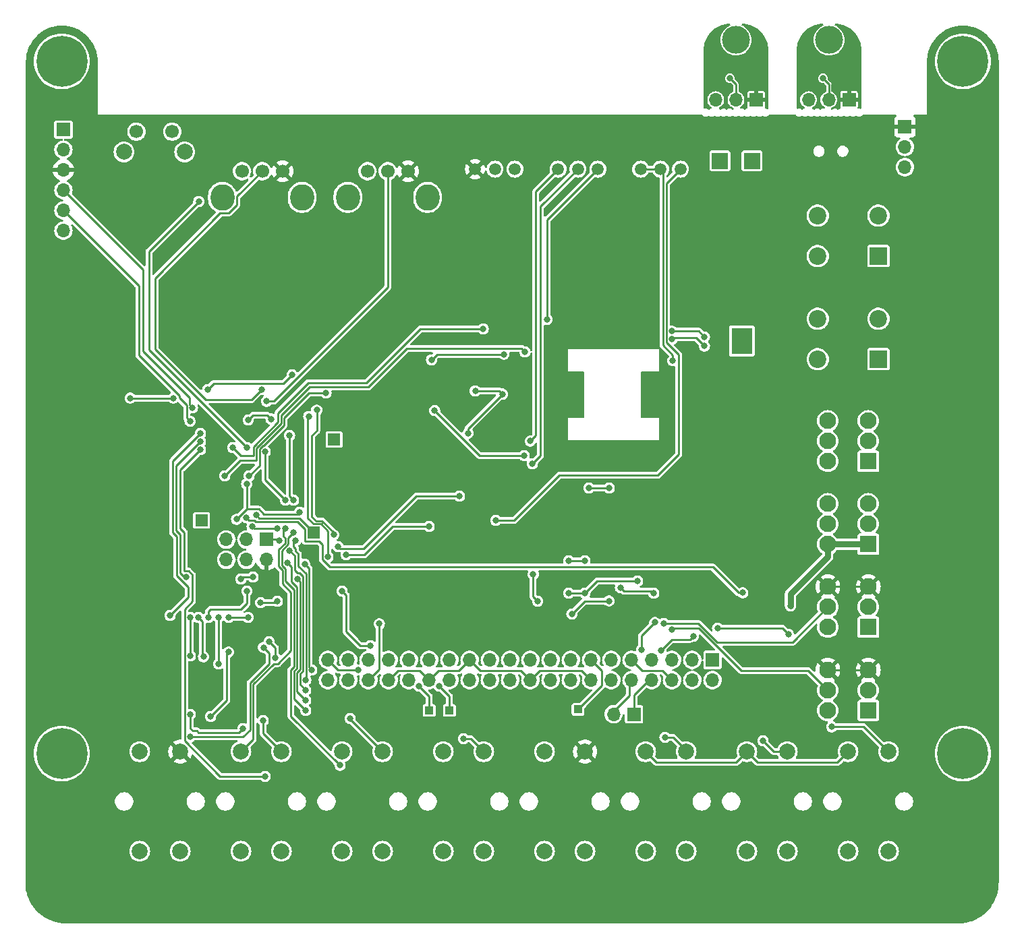
<source format=gbl>
%TF.GenerationSoftware,KiCad,Pcbnew,7.0.9-29-ge2d8d53a10*%
%TF.CreationDate,2023-11-20T00:12:08+01:00*%
%TF.ProjectId,scan-controller-kicad,7363616e-2d63-46f6-9e74-726f6c6c6572,rev?*%
%TF.SameCoordinates,Original*%
%TF.FileFunction,Copper,L2,Bot*%
%TF.FilePolarity,Positive*%
%FSLAX46Y46*%
G04 Gerber Fmt 4.6, Leading zero omitted, Abs format (unit mm)*
G04 Created by KiCad (PCBNEW 7.0.9-29-ge2d8d53a10) date 2023-11-20 00:12:08*
%MOMM*%
%LPD*%
G01*
G04 APERTURE LIST*
%TA.AperFunction,ComponentPad*%
%ADD10C,2.000000*%
%TD*%
%TA.AperFunction,ComponentPad*%
%ADD11R,1.500000X1.500000*%
%TD*%
%TA.AperFunction,ComponentPad*%
%ADD12C,2.100000*%
%TD*%
%TA.AperFunction,ComponentPad*%
%ADD13R,2.100000X2.100000*%
%TD*%
%TA.AperFunction,ComponentPad*%
%ADD14C,1.520000*%
%TD*%
%TA.AperFunction,ComponentPad*%
%ADD15R,2.000000X2.000000*%
%TD*%
%TA.AperFunction,ComponentPad*%
%ADD16C,2.600000*%
%TD*%
%TA.AperFunction,ConnectorPad*%
%ADD17C,3.500000*%
%TD*%
%TA.AperFunction,ComponentPad*%
%ADD18R,1.700000X1.700000*%
%TD*%
%TA.AperFunction,ComponentPad*%
%ADD19O,1.700000X1.700000*%
%TD*%
%TA.AperFunction,ComponentPad*%
%ADD20C,0.800000*%
%TD*%
%TA.AperFunction,ComponentPad*%
%ADD21C,6.400000*%
%TD*%
%TA.AperFunction,ComponentPad*%
%ADD22C,2.200000*%
%TD*%
%TA.AperFunction,ComponentPad*%
%ADD23R,2.200000X2.200000*%
%TD*%
%TA.AperFunction,ComponentPad*%
%ADD24C,1.700000*%
%TD*%
%TA.AperFunction,ComponentPad*%
%ADD25O,3.000000X3.300000*%
%TD*%
%TA.AperFunction,ComponentPad*%
%ADD26R,1.000000X1.000000*%
%TD*%
%TA.AperFunction,ComponentPad*%
%ADD27C,0.630000*%
%TD*%
%TA.AperFunction,SMDPad,CuDef*%
%ADD28R,2.600000X3.300000*%
%TD*%
%TA.AperFunction,ViaPad*%
%ADD29C,0.800000*%
%TD*%
%TA.AperFunction,Conductor*%
%ADD30C,0.250000*%
%TD*%
%TA.AperFunction,Conductor*%
%ADD31C,0.800000*%
%TD*%
G04 APERTURE END LIST*
D10*
%TO.P,SW5,1*%
%TO.N,unconnected-(SW5-Pad1)*%
X172583593Y-148409763D03*
%TO.P,SW5,2*%
%TO.N,/A0*%
X172583593Y-135909763D03*
%TO.P,SW5,3*%
%TO.N,unconnected-(SW5-Pad3)*%
X177663593Y-148409763D03*
%TO.P,SW5,4*%
%TO.N,Net-(R10-Pad1)*%
X177663593Y-135909763D03*
%TD*%
D11*
%TO.P,TP7,1,1*%
%TO.N,Net-(U1-PB2)*%
X156327593Y-108377763D03*
%TD*%
D12*
%TO.P,CN3,1,1*%
%TO.N,GND*%
X220853000Y-120269000D03*
D13*
X225933000Y-120269000D03*
D12*
%TO.P,CN3,2,2*%
%TO.N,Net-(Q5-B)*%
X220853000Y-117729000D03*
X225933000Y-117729000D03*
%TO.P,CN3,3,3*%
%TO.N,3.3V-uC*%
X220853000Y-115189000D03*
X225933000Y-115189000D03*
%TD*%
%TO.P,CN4,1,1*%
%TO.N,Net-(D4-A)*%
X220843593Y-109855000D03*
D13*
X225923593Y-109855000D03*
D12*
%TO.P,CN4,2,2*%
%TO.N,unconnected-(CN4-Pad2)*%
X220843593Y-107315000D03*
X225923593Y-107315000D03*
%TO.P,CN4,3,3*%
%TO.N,5V-RPi*%
X220843593Y-104775000D03*
X225923593Y-104775000D03*
%TD*%
D14*
%TO.P,RV5,1,1*%
%TO.N,Net-(C22-Pad1)*%
X197358000Y-62738000D03*
%TO.P,RV5,2,2*%
X199858000Y-62738000D03*
%TO.P,RV5,3,3*%
%TO.N,Net-(D6-K)*%
X202358000Y-62738000D03*
%TD*%
D15*
%TO.P,TP1,1,1*%
%TO.N,24VDC*%
X207300000Y-61700000D03*
%TD*%
D10*
%TO.P,SW4,1*%
%TO.N,unconnected-(SW4-Pad1)*%
X159883593Y-148409763D03*
%TO.P,SW4,2*%
%TO.N,/A0*%
X159883593Y-135909763D03*
%TO.P,SW4,3*%
%TO.N,unconnected-(SW4-Pad3)*%
X164963593Y-148409763D03*
%TO.P,SW4,4*%
%TO.N,Net-(R8-Pad2)*%
X164963593Y-135909763D03*
%TD*%
D16*
%TO.P,REF\u002A\u002A,1*%
%TO.N,N/C*%
X209318000Y-46502000D03*
D17*
X209318000Y-46502000D03*
%TD*%
D18*
%TO.P,J2,1,Pin_1*%
%TO.N,Net-(J1-Pin_8)*%
X196500000Y-131200000D03*
D19*
%TO.P,J2,2,Pin_2*%
%TO.N,Net-(J1-Pin_10)*%
X193960000Y-131200000D03*
%TD*%
D10*
%TO.P,SW3,1*%
%TO.N,unconnected-(SW3-Pad1)*%
X147183593Y-148409763D03*
%TO.P,SW3,2*%
%TO.N,/A0*%
X147183593Y-135909763D03*
%TO.P,SW3,3*%
%TO.N,unconnected-(SW3-Pad3)*%
X152263593Y-148409763D03*
%TO.P,SW3,4*%
%TO.N,Net-(R7-Pad2)*%
X152263593Y-135909763D03*
%TD*%
D18*
%TO.P,J6,1,Pin_1*%
%TO.N,/Sensors/3.3V-Eye1*%
X223510000Y-54018500D03*
D19*
%TO.P,J6,2,Pin_2*%
%TO.N,Net-(J6-Pin_2)*%
X220970000Y-54018500D03*
%TO.P,J6,3,Pin_3*%
%TO.N,GND1*%
X218430000Y-54018500D03*
%TD*%
D18*
%TO.P,J4,1,Pin_1*%
%TO.N,GND*%
X124900000Y-57760000D03*
D19*
%TO.P,J4,2,Pin_2*%
X124900000Y-60300000D03*
%TO.P,J4,3,Pin_3*%
%TO.N,3.3V-uC*%
X124900000Y-62840000D03*
%TO.P,J4,4,Pin_4*%
%TO.N,/RX*%
X124900000Y-65380000D03*
%TO.P,J4,5,Pin_5*%
%TO.N,/TX*%
X124900000Y-67920000D03*
%TO.P,J4,6,Pin_6*%
%TO.N,Net-(J4-Pin_6)*%
X124900000Y-70460000D03*
%TD*%
D20*
%TO.P,REF\u002A\u002A,1*%
%TO.N,N/C*%
X122302944Y-136150000D03*
X123005888Y-134452944D03*
X123005888Y-137847056D03*
X124702944Y-133750000D03*
D21*
X124702944Y-136150000D03*
D20*
X124702944Y-138550000D03*
X126400000Y-134452944D03*
X126400000Y-137847056D03*
X127102944Y-136150000D03*
%TD*%
D18*
%TO.P,J3,1,MISO*%
%TO.N,/MISO*%
X150425593Y-109261763D03*
D19*
%TO.P,J3,2,VCC*%
%TO.N,3.3V-uC*%
X150425593Y-111801763D03*
%TO.P,J3,3,SCK*%
%TO.N,/SCK*%
X147885593Y-109261763D03*
%TO.P,J3,4,MOSI*%
%TO.N,/MOSI*%
X147885593Y-111801763D03*
%TO.P,J3,5,~{RST}*%
%TO.N,/~{RST}*%
X145345593Y-109261763D03*
%TO.P,J3,6,GND*%
%TO.N,GND*%
X145345593Y-111801763D03*
%TD*%
D22*
%TO.P,CN5,1,1*%
%TO.N,/Drivers/Mot-A*%
X219583000Y-86614000D03*
D23*
X227203000Y-86614000D03*
D22*
%TO.P,CN5,2,2*%
%TO.N,/Drivers/Mot-B*%
X219583000Y-81534000D03*
X227203000Y-81534000D03*
%TD*%
D11*
%TO.P,TP8,1,1*%
%TO.N,Net-(U1-PD7)*%
X142240000Y-106853763D03*
%TD*%
D14*
%TO.P,RV3,1,1*%
%TO.N,3.3V-uC*%
X176570000Y-62738000D03*
%TO.P,RV3,2,2*%
%TO.N,/A6*%
X179070000Y-62738000D03*
%TO.P,RV3,3,3*%
%TO.N,GND*%
X181570000Y-62738000D03*
%TD*%
D24*
%TO.P,RV1,1,1*%
%TO.N,3.3V-uC*%
X168148000Y-62992000D03*
%TO.P,RV1,2,2*%
%TO.N,/A2*%
X165608000Y-62992000D03*
%TO.P,RV1,3,3*%
%TO.N,GND*%
X163068000Y-62992000D03*
D25*
%TO.P,RV1,4*%
%TO.N,N/C*%
X160608000Y-66292000D03*
%TO.P,RV1,5*%
X170608000Y-66292000D03*
%TD*%
D10*
%TO.P,SW9,1*%
%TO.N,unconnected-(SW9-Pad1)*%
X223383593Y-148409763D03*
%TO.P,SW9,2*%
%TO.N,/A1*%
X223383593Y-135909763D03*
%TO.P,SW9,3*%
%TO.N,unconnected-(SW9-Pad3)*%
X228463593Y-148409763D03*
%TO.P,SW9,4*%
%TO.N,Net-(R13-Pad2)*%
X228463593Y-135909763D03*
%TD*%
D26*
%TO.P,TP3,1,1*%
%TO.N,Net-(J1-Pin_29)*%
X173345593Y-130729763D03*
%TD*%
D22*
%TO.P,CN1,1,1*%
%TO.N,/24VAC-1*%
X219573593Y-73660000D03*
D23*
X227193593Y-73660000D03*
D22*
%TO.P,CN1,2,2*%
%TO.N,/24VAC-2*%
X219573593Y-68580000D03*
X227193593Y-68580000D03*
%TD*%
D26*
%TO.P,TP6,1,1*%
%TO.N,Net-(J1-Pin_13)*%
X189500000Y-130600000D03*
%TD*%
D10*
%TO.P,SW8,1*%
%TO.N,unconnected-(SW8-Pad1)*%
X210683593Y-148409763D03*
%TO.P,SW8,2*%
%TO.N,/A1*%
X210683593Y-135909763D03*
%TO.P,SW8,3*%
%TO.N,unconnected-(SW8-Pad3)*%
X215763593Y-148409763D03*
%TO.P,SW8,4*%
%TO.N,Net-(R12-Pad2)*%
X215763593Y-135909763D03*
%TD*%
D11*
%TO.P,TP9,1,1*%
%TO.N,Net-(U1-ADC7)*%
X158867593Y-96693763D03*
%TD*%
D26*
%TO.P,TP4,1,1*%
%TO.N,Net-(J1-Pin_31)*%
X170805593Y-130729763D03*
%TD*%
D27*
%TO.P,U5,9,GND*%
%TO.N,GND*%
X209398593Y-83028000D03*
X209398593Y-84328000D03*
X209398593Y-85628000D03*
D28*
X210048593Y-84328000D03*
D27*
X210698593Y-83028000D03*
X210698593Y-84328000D03*
X210698593Y-85628000D03*
%TD*%
D24*
%TO.P,SW10,1*%
%TO.N,unconnected-(SW10-Pad1)*%
X138562000Y-58030000D03*
%TO.P,SW10,2*%
%TO.N,/GPIO26*%
X134062000Y-58030000D03*
D10*
%TO.P,SW10,3*%
%TO.N,unconnected-(SW10-Pad3)*%
X132502000Y-60570000D03*
%TO.P,SW10,4*%
%TO.N,GND*%
X140122000Y-60570000D03*
%TD*%
D20*
%TO.P,REFe,1*%
%TO.N,N/C*%
X235402944Y-136150000D03*
X236105888Y-134452944D03*
X236105888Y-137847056D03*
X237802944Y-133750000D03*
D21*
X237802944Y-136150000D03*
D20*
X237802944Y-138550000D03*
X239500000Y-134452944D03*
X239500000Y-137847056D03*
X240202944Y-136150000D03*
%TD*%
D12*
%TO.P,CN6,1,1*%
%TO.N,/Drivers/Lamp-GND*%
X220843593Y-99441000D03*
D13*
X225923593Y-99441000D03*
D12*
%TO.P,CN6,2,2*%
%TO.N,unconnected-(CN6-Pad2)*%
X220843593Y-96901000D03*
X225923593Y-96901000D03*
%TO.P,CN6,3,3*%
%TO.N,Net-(C22-Pad1)*%
X220843593Y-94361000D03*
X225923593Y-94361000D03*
%TD*%
D20*
%TO.P,REFee,1*%
%TO.N,N/C*%
X235400000Y-49200000D03*
X236102944Y-47502944D03*
X236102944Y-50897056D03*
X237800000Y-46800000D03*
D21*
X237800000Y-49200000D03*
D20*
X237800000Y-51600000D03*
X239497056Y-47502944D03*
X239497056Y-50897056D03*
X240200000Y-49200000D03*
%TD*%
D12*
%TO.P,CN2,1,1*%
%TO.N,GND*%
X220843593Y-130729763D03*
D13*
X225923593Y-130729763D03*
D12*
%TO.P,CN2,2,2*%
%TO.N,Net-(CN2-Pad2)*%
X220843593Y-128189763D03*
X225923593Y-128189763D03*
%TO.P,CN2,3,3*%
%TO.N,3.3V-uC*%
X220843593Y-125649763D03*
X225923593Y-125649763D03*
%TD*%
D10*
%TO.P,SW2,1*%
%TO.N,unconnected-(SW2-Pad1)*%
X134483593Y-148409763D03*
%TO.P,SW2,2*%
%TO.N,/A0*%
X134483593Y-135909763D03*
%TO.P,SW2,3*%
%TO.N,unconnected-(SW2-Pad3)*%
X139563593Y-148409763D03*
%TO.P,SW2,4*%
%TO.N,3.3V-uC*%
X139563593Y-135909763D03*
%TD*%
D20*
%TO.P,REF\u002A\u002A,1*%
%TO.N,N/C*%
X122302944Y-49200000D03*
X123005888Y-47502944D03*
X123005888Y-50897056D03*
X124702944Y-46800000D03*
D21*
X124702944Y-49200000D03*
D20*
X124702944Y-51600000D03*
X126400000Y-47502944D03*
X126400000Y-50897056D03*
X127102944Y-49200000D03*
%TD*%
D10*
%TO.P,SW6,1*%
%TO.N,unconnected-(SW6-Pad1)*%
X185283593Y-148409763D03*
%TO.P,SW6,2*%
%TO.N,/A1*%
X185283593Y-135909763D03*
%TO.P,SW6,3*%
%TO.N,unconnected-(SW6-Pad3)*%
X190363593Y-148409763D03*
%TO.P,SW6,4*%
%TO.N,3.3V-uC*%
X190363593Y-135909763D03*
%TD*%
%TO.P,SW7,1*%
%TO.N,unconnected-(SW7-Pad1)*%
X197983593Y-148409763D03*
%TO.P,SW7,2*%
%TO.N,/A1*%
X197983593Y-135909763D03*
%TO.P,SW7,3*%
%TO.N,unconnected-(SW7-Pad3)*%
X203063593Y-148409763D03*
%TO.P,SW7,4*%
%TO.N,Net-(R11-Pad2)*%
X203063593Y-135909763D03*
%TD*%
D16*
%TO.P,REF\u002A\u002A,1*%
%TO.N,N/C*%
X221002000Y-46502000D03*
D17*
X221002000Y-46502000D03*
%TD*%
D15*
%TO.P,TP2,1,1*%
%TO.N,GND*%
X211328000Y-61700000D03*
%TD*%
D24*
%TO.P,RV2,1,1*%
%TO.N,3.3V-uC*%
X152400000Y-62992000D03*
%TO.P,RV2,2,2*%
%TO.N,/A3*%
X149860000Y-62992000D03*
%TO.P,RV2,3,3*%
%TO.N,GND*%
X147320000Y-62992000D03*
D25*
%TO.P,RV2,4*%
%TO.N,N/C*%
X144860000Y-66292000D03*
%TO.P,RV2,5*%
X154860000Y-66292000D03*
%TD*%
D18*
%TO.P,J7,1,Pin_1*%
%TO.N,3.3V-uC*%
X230523500Y-57404000D03*
D19*
%TO.P,J7,2,Pin_2*%
%TO.N,/GPIO17*%
X230523500Y-59944000D03*
%TO.P,J7,3,Pin_3*%
%TO.N,GND*%
X230523500Y-62484000D03*
%TD*%
D18*
%TO.P,J5,1,Pin_1*%
%TO.N,/Sensors/3.3V-Eye2*%
X211858000Y-54018500D03*
D19*
%TO.P,J5,2,Pin_2*%
%TO.N,Net-(J5-Pin_2)*%
X209318000Y-54018500D03*
%TO.P,J5,3,Pin_3*%
%TO.N,GND2*%
X206778000Y-54018500D03*
%TD*%
D14*
%TO.P,RV4,1,1*%
%TO.N,Net-(R34-Pad2)*%
X186984000Y-62738000D03*
%TO.P,RV4,2,2*%
%TO.N,Net-(U9A--)*%
X189484000Y-62738000D03*
%TO.P,RV4,3,3*%
%TO.N,/Drivers/Lamp-GND*%
X191984000Y-62738000D03*
%TD*%
D18*
%TO.P,J1,1,Pin_1*%
%TO.N,3.3V-RPi*%
X206365593Y-124379763D03*
D19*
%TO.P,J1,2,Pin_2*%
%TO.N,5V-RPi*%
X206365593Y-126919763D03*
%TO.P,J1,3,Pin_3*%
%TO.N,/GPIO26*%
X203825593Y-124379763D03*
%TO.P,J1,4,Pin_4*%
%TO.N,5V-RPi*%
X203825593Y-126919763D03*
%TO.P,J1,5,Pin_5*%
%TO.N,/SCL*%
X201285593Y-124379763D03*
%TO.P,J1,6,Pin_6*%
%TO.N,GND*%
X201285593Y-126919763D03*
%TO.P,J1,7,Pin_7*%
%TO.N,unconnected-(J1-Pin_7-Pad7)*%
X198745593Y-124379763D03*
%TO.P,J1,8,Pin_8*%
%TO.N,Net-(J1-Pin_8)*%
X198745593Y-126919763D03*
%TO.P,J1,9,Pin_9*%
%TO.N,GND*%
X196205593Y-124379763D03*
%TO.P,J1,10,Pin_10*%
%TO.N,Net-(J1-Pin_10)*%
X196205593Y-126919763D03*
%TO.P,J1,11,Pin_11*%
%TO.N,/GPIO17*%
X193665593Y-124379763D03*
%TO.P,J1,12,Pin_12*%
%TO.N,/MISO*%
X193665593Y-126919763D03*
%TO.P,J1,13,Pin_13*%
%TO.N,Net-(J1-Pin_13)*%
X191125593Y-124379763D03*
%TO.P,J1,14,Pin_14*%
%TO.N,GND*%
X191125593Y-126919763D03*
%TO.P,J1,15,Pin_15*%
%TO.N,unconnected-(J1-Pin_15-Pad15)*%
X188585593Y-124379763D03*
%TO.P,J1,16,Pin_16*%
%TO.N,/MOSI*%
X188585593Y-126919763D03*
%TO.P,J1,17,Pin_17*%
%TO.N,3.3V-RPi*%
X186045593Y-124379763D03*
%TO.P,J1,18,Pin_18*%
%TO.N,/SCK*%
X186045593Y-126919763D03*
%TO.P,J1,19,Pin_19*%
%TO.N,unconnected-(J1-Pin_19-Pad19)*%
X183505593Y-124379763D03*
%TO.P,J1,20,Pin_20*%
%TO.N,GND*%
X183505593Y-126919763D03*
%TO.P,J1,21,Pin_21*%
%TO.N,unconnected-(J1-Pin_21-Pad21)*%
X180965593Y-124379763D03*
%TO.P,J1,22,Pin_22*%
%TO.N,unconnected-(J1-Pin_22-Pad22)*%
X180965593Y-126919763D03*
%TO.P,J1,23,Pin_23*%
%TO.N,unconnected-(J1-Pin_23-Pad23)*%
X178425593Y-124379763D03*
%TO.P,J1,24,Pin_24*%
%TO.N,unconnected-(J1-Pin_24-Pad24)*%
X178425593Y-126919763D03*
%TO.P,J1,25,Pin_25*%
%TO.N,GND*%
X175885593Y-124379763D03*
%TO.P,J1,26,Pin_26*%
%TO.N,unconnected-(J1-Pin_26-Pad26)*%
X175885593Y-126919763D03*
%TO.P,J1,27,Pin_27*%
%TO.N,unconnected-(J1-Pin_27-Pad27)*%
X173345593Y-124379763D03*
%TO.P,J1,28,Pin_28*%
%TO.N,unconnected-(J1-Pin_28-Pad28)*%
X173345593Y-126919763D03*
%TO.P,J1,29,Pin_29*%
%TO.N,Net-(J1-Pin_29)*%
X170805593Y-124379763D03*
%TO.P,J1,30,Pin_30*%
%TO.N,GND*%
X170805593Y-126919763D03*
%TO.P,J1,31,Pin_31*%
%TO.N,Net-(J1-Pin_31)*%
X168265593Y-124379763D03*
%TO.P,J1,32,Pin_32*%
%TO.N,/~{RST}*%
X168265593Y-126919763D03*
%TO.P,J1,33,Pin_33*%
%TO.N,unconnected-(J1-Pin_33-Pad33)*%
X165725593Y-124379763D03*
%TO.P,J1,34,Pin_34*%
%TO.N,GND*%
X165725593Y-126919763D03*
%TO.P,J1,35,Pin_35*%
%TO.N,unconnected-(J1-Pin_35-Pad35)*%
X163185593Y-124379763D03*
%TO.P,J1,36,Pin_36*%
%TO.N,/uC-Power*%
X163185593Y-126919763D03*
%TO.P,J1,37,Pin_37*%
%TO.N,/GPIO26*%
X160645593Y-124379763D03*
%TO.P,J1,38,Pin_38*%
%TO.N,unconnected-(J1-Pin_38-Pad38)*%
X160645593Y-126919763D03*
%TO.P,J1,39,Pin_39*%
%TO.N,GND*%
X158105593Y-124379763D03*
%TO.P,J1,40,Pin_40*%
%TO.N,unconnected-(J1-Pin_40-Pad40)*%
X158105593Y-126919763D03*
%TD*%
D29*
%TO.N,GND*%
X199136000Y-119671500D03*
X197475593Y-123109763D03*
X161915593Y-125649763D03*
%TO.N,3.3V-uC*%
X142185593Y-101177897D03*
X154250593Y-101646763D03*
X138293593Y-114219763D03*
X149215593Y-112949763D03*
X185700000Y-132000000D03*
X147183593Y-126157763D03*
X142185593Y-99741763D03*
X135245593Y-129459763D03*
X192903593Y-115489763D03*
X225806641Y-60386522D03*
%TO.N,/~{RST}*%
X154041593Y-109393763D03*
X147900593Y-102281763D03*
X155319998Y-126927212D03*
X154549593Y-105837763D03*
X146630593Y-106726763D03*
X138700000Y-91500000D03*
X133300000Y-91500000D03*
%TO.N,/Drivers/Lamp-GND*%
X185600000Y-81600000D03*
%TO.N,Net-(D6-A)*%
X174615593Y-103805763D03*
X143373593Y-131491763D03*
X145613338Y-123401263D03*
X159375593Y-110155763D03*
%TO.N,/SCL*%
X158105593Y-111425763D03*
X148108794Y-94244562D03*
X163443892Y-122606062D03*
X155700000Y-93800000D03*
X150969215Y-94130785D03*
X159883593Y-115743763D03*
%TO.N,/MISO*%
X153025593Y-112187763D03*
X152009593Y-109393763D03*
X155311593Y-130729763D03*
%TO.N,/MOSI*%
X154247093Y-114219763D03*
X155311593Y-129459763D03*
%TO.N,/SCK*%
X148595500Y-107607322D03*
X151710593Y-107869763D03*
X155311593Y-128189763D03*
X153305425Y-110680995D03*
%TO.N,/RX*%
X141100000Y-92700000D03*
%TO.N,/TX*%
X140800000Y-94400000D03*
%TO.N,Net-(D4-A)*%
X216154000Y-117602000D03*
%TO.N,Net-(U6-OUT)*%
X180200000Y-85988263D03*
X171100000Y-86700000D03*
X182743593Y-98725763D03*
X171500000Y-93070170D03*
%TO.N,/D9*%
X148199593Y-101265763D03*
X157855892Y-90856062D03*
%TO.N,/D8*%
X147863892Y-106518062D03*
X210175593Y-115951000D03*
%TO.N,/uC-Power*%
X164550593Y-119845263D03*
%TO.N,Net-(U8-K)*%
X175700000Y-95900000D03*
X176600000Y-90600000D03*
X180000000Y-91000000D03*
%TO.N,/D4*%
X142103593Y-97963763D03*
X150231593Y-139011763D03*
%TO.N,Net-(U9A--)*%
X183759593Y-99741763D03*
%TO.N,Net-(Q3B-C2)*%
X193374090Y-116984263D03*
X198999593Y-115997763D03*
X194818000Y-115316000D03*
X188722000Y-118618000D03*
%TO.N,/A0*%
X150231593Y-98217763D03*
X152771593Y-107869763D03*
X152771593Y-104313763D03*
%TO.N,Net-(Q5-B)*%
X200269593Y-119807763D03*
X151501593Y-124125763D03*
X150735294Y-122089464D03*
%TO.N,/A1*%
X153787593Y-108377763D03*
X153286977Y-96186977D03*
X159629593Y-137625263D03*
X153787593Y-104313763D03*
%TO.N,/A2*%
X150400000Y-91900000D03*
%TO.N,/A3*%
X149800093Y-90400000D03*
%TO.N,/A6*%
X147945593Y-97709763D03*
X141900000Y-66800000D03*
%TO.N,/D2*%
X142103593Y-95931763D03*
X147925184Y-115743763D03*
X143119593Y-119045763D03*
X138293593Y-118791763D03*
%TO.N,/D3*%
X147183593Y-114219763D03*
X140325593Y-113965763D03*
X142103593Y-96947763D03*
X148707593Y-113965763D03*
%TO.N,Net-(D6-K)*%
X179187593Y-106853763D03*
X140833593Y-134031763D03*
X170805593Y-107615763D03*
X150010590Y-122814800D03*
X160391593Y-111171763D03*
%TO.N,/D6*%
X205359000Y-83820000D03*
X146167593Y-97709763D03*
X201300000Y-83100000D03*
X177600000Y-82800000D03*
%TO.N,/D5*%
X205359000Y-84963000D03*
X145151593Y-101265763D03*
X182849500Y-85700000D03*
X201300000Y-84099503D03*
%TO.N,Net-(Q1-G)*%
X183870600Y-113639600D03*
X184429400Y-117017800D03*
%TO.N,Net-(CN2-Pad2)*%
X201285593Y-120569763D03*
%TO.N,/GPIO26*%
X143002000Y-90424000D03*
X158830093Y-108667761D03*
X153599701Y-88575701D03*
X156073593Y-125649763D03*
X155174549Y-112349951D03*
X156700000Y-93000000D03*
%TO.N,Net-(J1-Pin_29)*%
X172075593Y-127681763D03*
%TO.N,Net-(J1-Pin_31)*%
X169535593Y-127681763D03*
%TO.N,Net-(J5-Pin_2)*%
X208556000Y-51328000D03*
%TO.N,Net-(J6-Pin_2)*%
X220240000Y-51328000D03*
%TO.N,Net-(Q1-D)*%
X190363593Y-111933763D03*
X188331593Y-111933763D03*
%TO.N,/Zero Voltage Diode/K*%
X188331593Y-115997763D03*
X190363593Y-115997763D03*
X196967593Y-114473763D03*
%TO.N,Net-(Q5-C)*%
X144389593Y-119045763D03*
X144389593Y-124887763D03*
%TO.N,Net-(R7-Pad2)*%
X149977593Y-131999763D03*
X140833093Y-131237763D03*
X147437593Y-133015763D03*
%TO.N,Net-(R8-Pad2)*%
X160899593Y-131745763D03*
%TO.N,Net-(R10-Pad1)*%
X175123593Y-134285763D03*
%TO.N,Net-(R11-Pad2)*%
X200406000Y-134112000D03*
%TO.N,Net-(R12-Pad2)*%
X212715593Y-134539763D03*
%TO.N,Net-(R13-Pad2)*%
X221332159Y-132791538D03*
%TO.N,Net-(R27-Pad1)*%
X140833593Y-123871763D03*
X140833093Y-119045763D03*
%TO.N,Net-(R28-Pad1)*%
X149659550Y-117189905D03*
X145659593Y-119045763D03*
X151755593Y-117013763D03*
X148082000Y-119045763D03*
%TO.N,Net-(R34-Pad2)*%
X183500000Y-96900000D03*
%TO.N,Net-(U9A-+)*%
X190871593Y-102789763D03*
X193411593Y-102789763D03*
%TO.N,Net-(U1-PB2)*%
X149102956Y-106188067D03*
%TO.N,Net-(C13-Pad1)*%
X141849593Y-119045763D03*
X142484696Y-123998160D03*
%TO.N,Net-(C22-Pad1)*%
X201400000Y-86800000D03*
%TO.N,/Sensors/3.3V-Eye1*%
X223034000Y-48280000D03*
X218873500Y-48563798D03*
%TO.N,/Sensors/3.3V-Eye2*%
X211350000Y-48280000D03*
X207208795Y-48563798D03*
%TO.N,/GPIO17*%
X207010000Y-120396000D03*
X203962000Y-121412000D03*
X199898000Y-123190000D03*
X215900000Y-121158000D03*
%TD*%
D30*
%TO.N,GND*%
X170805593Y-126919763D02*
X169615830Y-125730000D01*
X182315830Y-125730000D02*
X177235830Y-125730000D01*
X189935830Y-125730000D02*
X191125593Y-126919763D01*
X184695356Y-125730000D02*
X189935830Y-125730000D01*
X166915356Y-125730000D02*
X165725593Y-126919763D01*
X177235830Y-125730000D02*
X175885593Y-124379763D01*
X171995356Y-125730000D02*
X170805593Y-126919763D01*
X175885593Y-124379763D02*
X174535356Y-125730000D01*
X159375593Y-125649763D02*
X161915593Y-125649763D01*
X197475593Y-121331907D02*
X197475593Y-123109763D01*
X200095830Y-125730000D02*
X197555830Y-125730000D01*
X183505593Y-126919763D02*
X182315830Y-125730000D01*
X197555830Y-125730000D02*
X196205593Y-124379763D01*
X174535356Y-125730000D02*
X171995356Y-125730000D01*
X199136000Y-119671500D02*
X197475593Y-121331907D01*
X183505593Y-126919763D02*
X184695356Y-125730000D01*
X169615830Y-125730000D02*
X166915356Y-125730000D01*
X158105593Y-124379763D02*
X159375593Y-125649763D01*
X201285593Y-126919763D02*
X200095830Y-125730000D01*
%TO.N,3.3V-uC*%
X192931678Y-115489763D02*
X192903593Y-115489763D01*
X220843593Y-125649763D02*
X225923593Y-125649763D01*
X220853000Y-115189000D02*
X225933000Y-115189000D01*
%TO.N,/~{RST}*%
X155319998Y-126927212D02*
X155348593Y-126898617D01*
X153800000Y-110150265D02*
X153800000Y-109635356D01*
X155348593Y-126898617D02*
X155348593Y-113548593D01*
X133300000Y-91500000D02*
X138700000Y-91500000D01*
X154030425Y-110707086D02*
X154030425Y-110380690D01*
X154400000Y-112600000D02*
X154400000Y-111076661D01*
X150063486Y-106091763D02*
X149428486Y-105456763D01*
X155348593Y-113548593D02*
X154400000Y-112600000D01*
X154549593Y-105837763D02*
X154295593Y-106091763D01*
X154400000Y-111076661D02*
X154030425Y-110707086D01*
X153800000Y-109635356D02*
X154041593Y-109393763D01*
X154030425Y-110380690D02*
X153800000Y-110150265D01*
X147900593Y-105456763D02*
X147900593Y-102281763D01*
X149428486Y-105456763D02*
X147900593Y-105456763D01*
X154295593Y-106091763D02*
X150063486Y-106091763D01*
X146630593Y-106726763D02*
X147900593Y-105456763D01*
%TO.N,/Drivers/Lamp-GND*%
X185600000Y-69100000D02*
X185600000Y-80800000D01*
X185600000Y-80800000D02*
X185600000Y-81600000D01*
X191984000Y-62738000D02*
X191962000Y-62738000D01*
X191962000Y-62738000D02*
X185600000Y-69100000D01*
%TO.N,Net-(D6-A)*%
X169194237Y-103805763D02*
X174615593Y-103805763D01*
X145405593Y-123609008D02*
X145405593Y-129459763D01*
X162600000Y-110400000D02*
X169194237Y-103805763D01*
X145613338Y-123401263D02*
X145405593Y-123609008D01*
X159375593Y-110155763D02*
X159619830Y-110400000D01*
X159619830Y-110400000D02*
X162600000Y-110400000D01*
X145405593Y-129459763D02*
X143373593Y-131491763D01*
%TO.N,/SCL*%
X163443892Y-122606062D02*
X162173892Y-122606062D01*
X162173892Y-122606062D02*
X161661593Y-122093763D01*
X148707593Y-93645763D02*
X148108794Y-94244562D01*
X158105593Y-108196143D02*
X158105593Y-111425763D01*
X155700000Y-93800000D02*
X155565593Y-93934407D01*
X160391593Y-116251763D02*
X160391593Y-120823763D01*
X155565593Y-93934407D02*
X155565593Y-106565593D01*
X157212213Y-107302763D02*
X158105593Y-108196143D01*
X150969215Y-94130785D02*
X150484193Y-93645763D01*
X156302763Y-107302763D02*
X157212213Y-107302763D01*
X159883593Y-115743763D02*
X160391593Y-116251763D01*
X155565593Y-106565593D02*
X156302763Y-107302763D01*
X160391593Y-120823763D02*
X161661593Y-122093763D01*
X150484193Y-93645763D02*
X148707593Y-93645763D01*
%TO.N,/MISO*%
X153025593Y-112187763D02*
X153533593Y-112695763D01*
X153832593Y-129250763D02*
X155311593Y-130729763D01*
X154217593Y-115215568D02*
X154217593Y-125423447D01*
X150425593Y-109261763D02*
X151877593Y-109261763D01*
X154217593Y-125423447D02*
X153832593Y-125808447D01*
X153522093Y-114520068D02*
X154217593Y-115215568D01*
X153832593Y-125808447D02*
X153832593Y-129250763D01*
X151877593Y-109261763D02*
X152009593Y-109393763D01*
X153533593Y-112695763D02*
X153533593Y-113907958D01*
X153522093Y-113919458D02*
X153522093Y-114520068D01*
X153533593Y-113907958D02*
X153522093Y-113919458D01*
%TO.N,/MOSI*%
X154594593Y-114567263D02*
X154594593Y-125579605D01*
X154594593Y-125579605D02*
X154209593Y-125964605D01*
X154209593Y-128357763D02*
X155311593Y-129459763D01*
X154209593Y-125964605D02*
X154209593Y-128357763D01*
X154247093Y-114219763D02*
X154594593Y-114567263D01*
%TO.N,/SCK*%
X154971593Y-113918958D02*
X154971593Y-125735763D01*
X153910593Y-113110593D02*
X154294763Y-113494763D01*
X151710593Y-107869763D02*
X148857941Y-107869763D01*
X154586593Y-127464763D02*
X155311593Y-128189763D01*
X153305425Y-110680995D02*
X153910593Y-111286163D01*
X154586593Y-126120763D02*
X154586593Y-127464763D01*
X148857941Y-107869763D02*
X148595500Y-107607322D01*
X154971593Y-125735763D02*
X154586593Y-126120763D01*
X153910593Y-111286163D02*
X153910593Y-113110593D01*
X154294763Y-113494763D02*
X154547398Y-113494763D01*
X154547398Y-113494763D02*
X154971593Y-113918958D01*
%TO.N,/RX*%
X134874000Y-85598000D02*
X134874000Y-75354000D01*
X141100000Y-92700000D02*
X140752000Y-92352000D01*
X140752000Y-91476000D02*
X134874000Y-85598000D01*
X134874000Y-75354000D02*
X124900000Y-65380000D01*
X140752000Y-92352000D02*
X140752000Y-91476000D01*
%TO.N,/TX*%
X134366000Y-86140695D02*
X134366000Y-77386000D01*
X140375000Y-93975000D02*
X140375000Y-92399695D01*
X139425000Y-91199695D02*
X134366000Y-86140695D01*
X140800000Y-94400000D02*
X140375000Y-93975000D01*
X139425000Y-91449695D02*
X139425000Y-91199695D01*
X134366000Y-77386000D02*
X124900000Y-67920000D01*
X140375000Y-92399695D02*
X139425000Y-91449695D01*
D31*
%TO.N,Net-(D4-A)*%
X220843593Y-109855000D02*
X225923593Y-109855000D01*
X216154000Y-117602000D02*
X216154000Y-116078000D01*
X216154000Y-116078000D02*
X220843593Y-111388407D01*
X220843593Y-111388407D02*
X220843593Y-109855000D01*
D30*
%TO.N,Net-(U6-OUT)*%
X171811737Y-85988263D02*
X171100000Y-86700000D01*
X180200000Y-85988263D02*
X171811737Y-85988263D01*
X177155593Y-98725763D02*
X182743593Y-98725763D01*
X171500000Y-93070170D02*
X177155593Y-98725763D01*
%TO.N,/D9*%
X152596220Y-94891412D02*
X150039869Y-97447763D01*
X152596220Y-94003780D02*
X152596220Y-94891412D01*
X149506593Y-97917458D02*
X149506593Y-99958763D01*
X150039869Y-97447763D02*
X149976288Y-97447763D01*
X149506593Y-99958763D02*
X148199593Y-101265763D01*
X157855892Y-90856062D02*
X155743938Y-90856062D01*
X155743938Y-90856062D02*
X152596220Y-94003780D01*
X149976288Y-97447763D02*
X149506593Y-97917458D01*
%TO.N,/D8*%
X148228152Y-106882322D02*
X147863892Y-106518062D01*
X209620830Y-115951000D02*
X206402593Y-112732763D01*
X156952763Y-109452763D02*
X155252593Y-109452763D01*
X155252593Y-109452763D02*
X155252593Y-107952593D01*
X154300000Y-107000000D02*
X149013483Y-107000000D01*
X149013483Y-107000000D02*
X148895805Y-106882322D01*
X157380593Y-109880593D02*
X156952763Y-109452763D01*
X210175593Y-115951000D02*
X209620830Y-115951000D01*
X157380593Y-111726068D02*
X157380593Y-109880593D01*
X206402593Y-112732763D02*
X158387288Y-112732763D01*
X158387288Y-112732763D02*
X157380593Y-111726068D01*
X155252593Y-107952593D02*
X154300000Y-107000000D01*
X148895805Y-106882322D02*
X148228152Y-106882322D01*
%TO.N,/uC-Power*%
X164550593Y-119845263D02*
X164550593Y-125554763D01*
X164550593Y-125554763D02*
X163185593Y-126919763D01*
%TO.N,Net-(U8-K)*%
X176600000Y-90600000D02*
X179600000Y-90600000D01*
X175700000Y-95300000D02*
X175700000Y-95900000D01*
X180000000Y-91000000D02*
X175700000Y-95300000D01*
X179600000Y-90600000D02*
X180000000Y-91000000D01*
%TO.N,/D4*%
X140108593Y-117992763D02*
X140108593Y-134576763D01*
X144543593Y-139011763D02*
X150231593Y-139011763D01*
X140625898Y-113240763D02*
X141087593Y-113702458D01*
X139563593Y-100503763D02*
X139563593Y-107869763D01*
X140108593Y-134576763D02*
X144543593Y-139011763D01*
X150268593Y-138974763D02*
X150231593Y-139011763D01*
X141087593Y-117013763D02*
X140108593Y-117992763D01*
X139563593Y-107869763D02*
X140071593Y-108377763D01*
X142103593Y-97963763D02*
X139563593Y-100503763D01*
X140071593Y-113240763D02*
X140625898Y-113240763D01*
X140071593Y-108377763D02*
X140071593Y-113240763D01*
X141087593Y-113702458D02*
X141087593Y-117013763D01*
%TO.N,Net-(U9A--)*%
X183759593Y-99741763D02*
X184800000Y-98701356D01*
X184800000Y-67422000D02*
X189484000Y-62738000D01*
X184800000Y-98701356D02*
X184800000Y-67422000D01*
%TO.N,Net-(Q3B-C2)*%
X188722000Y-118618000D02*
X190355737Y-116984263D01*
X190355737Y-116984263D02*
X193374090Y-116984263D01*
X194818000Y-115316000D02*
X195245763Y-115743763D01*
X198745593Y-115743763D02*
X198999593Y-115997763D01*
X195245763Y-115743763D02*
X198745593Y-115743763D01*
%TO.N,/A0*%
X152517593Y-108876458D02*
X152734593Y-109093458D01*
X148707892Y-134385464D02*
X147183593Y-135909763D01*
X148707892Y-127427464D02*
X148707892Y-134385464D01*
X152394593Y-114854110D02*
X153463593Y-115923110D01*
X153463593Y-123189068D02*
X151801898Y-124850763D01*
X152734593Y-109093458D02*
X152734593Y-109694068D01*
X152394593Y-113115226D02*
X152394593Y-114854110D01*
X151284593Y-124850763D02*
X148707892Y-127427464D01*
X151923593Y-112644226D02*
X152394593Y-113115226D01*
X151801898Y-124850763D02*
X151284593Y-124850763D01*
X153463593Y-115923110D02*
X153463593Y-123189068D01*
X150231593Y-101773763D02*
X150231593Y-98217763D01*
X152517593Y-108123763D02*
X152517593Y-108876458D01*
X152771593Y-107869763D02*
X152517593Y-108123763D01*
X152734593Y-109694068D02*
X151923593Y-110505069D01*
X152771593Y-104313763D02*
X150231593Y-101773763D01*
X151923593Y-110505069D02*
X151923593Y-112644226D01*
%TO.N,Net-(Q5-B)*%
X220853000Y-117729000D02*
X216408000Y-122174000D01*
X150735294Y-122089464D02*
X151501593Y-122855763D01*
X204590921Y-119807763D02*
X200269593Y-119807763D01*
X151501593Y-122855763D02*
X151501593Y-124125763D01*
X206957158Y-122174000D02*
X204590921Y-119807763D01*
X216408000Y-122174000D02*
X206957158Y-122174000D01*
%TO.N,/A1*%
X153286977Y-96186977D02*
X153279593Y-96194361D01*
X153111593Y-109850227D02*
X152300593Y-110661227D01*
X153840593Y-125267289D02*
X153455593Y-125652289D01*
X153787593Y-104304458D02*
X153787593Y-104313763D01*
X152771593Y-112959068D02*
X152771593Y-114473763D01*
X222058593Y-137234763D02*
X223383593Y-135909763D01*
X153111593Y-109053763D02*
X153111593Y-109850227D01*
X152771593Y-114473763D02*
X153840593Y-115542763D01*
X199308593Y-137234763D02*
X209358593Y-137234763D01*
X153787593Y-108377763D02*
X153111593Y-109053763D01*
X197983593Y-135909763D02*
X199308593Y-137234763D01*
X153279593Y-103796458D02*
X153787593Y-104304458D01*
X212008593Y-137234763D02*
X222058593Y-137234763D01*
X152300593Y-112488068D02*
X152771593Y-112959068D01*
X210683593Y-135909763D02*
X212008593Y-137234763D01*
X153279593Y-96194361D02*
X153279593Y-103796458D01*
X209358593Y-137234763D02*
X210683593Y-135909763D01*
X153455593Y-131451263D02*
X159629593Y-137625263D01*
X153840593Y-115542763D02*
X153840593Y-125267289D01*
X153455593Y-125652289D02*
X153455593Y-131451263D01*
X152300593Y-110661227D02*
X152300593Y-112488068D01*
%TO.N,/A2*%
X151300000Y-91900000D02*
X165608000Y-77592000D01*
X150400000Y-91900000D02*
X151300000Y-91900000D01*
X165608000Y-77592000D02*
X165608000Y-62992000D01*
%TO.N,/A3*%
X142748000Y-91694000D02*
X136398000Y-85344000D01*
X148506093Y-91694000D02*
X142748000Y-91694000D01*
X146685000Y-67197940D02*
X146685000Y-66167000D01*
X136398000Y-85344000D02*
X136398000Y-76454000D01*
X144585000Y-68267000D02*
X145615940Y-68267000D01*
X136398000Y-76454000D02*
X144585000Y-68267000D01*
X149800093Y-90400000D02*
X148506093Y-91694000D01*
X146685000Y-66167000D02*
X149860000Y-62992000D01*
X145615940Y-68267000D02*
X146685000Y-67197940D01*
%TO.N,/A6*%
X141900000Y-66800000D02*
X135636000Y-73064000D01*
X135636000Y-73064000D02*
X135636000Y-85400170D01*
X135636000Y-85400170D02*
X147945593Y-97709763D01*
%TO.N,/D2*%
X138600000Y-108400000D02*
X138600000Y-99426051D01*
X142094288Y-95931763D02*
X142103593Y-95931763D01*
X138293593Y-118791763D02*
X140600000Y-116485356D01*
X143119593Y-119045763D02*
X143119593Y-118283763D01*
X140600000Y-116485356D02*
X140600000Y-115265475D01*
X139100000Y-113765475D02*
X139100000Y-108900000D01*
X140600000Y-115265475D02*
X139100000Y-113765475D01*
X147183593Y-118029763D02*
X147925184Y-117288172D01*
X139100000Y-108900000D02*
X138600000Y-108400000D01*
X143373593Y-118029763D02*
X147183593Y-118029763D01*
X138600000Y-99426051D02*
X142094288Y-95931763D01*
X143119593Y-118283763D02*
X143373593Y-118029763D01*
X147925184Y-117288172D02*
X147925184Y-115743763D01*
%TO.N,/D3*%
X148707593Y-113965763D02*
X147437593Y-113965763D01*
X142094288Y-96947763D02*
X142103593Y-96947763D01*
X139563593Y-113457763D02*
X139563593Y-108622458D01*
X139055593Y-99986458D02*
X142094288Y-96947763D01*
X147437593Y-113965763D02*
X147183593Y-114219763D01*
X139563593Y-108622458D02*
X139055593Y-108114458D01*
X140325593Y-113965763D02*
X140071593Y-113965763D01*
X140071593Y-113965763D02*
X139563593Y-113457763D01*
X139055593Y-108114458D02*
X139055593Y-99986458D01*
%TO.N,Net-(D6-K)*%
X160391593Y-111171763D02*
X162677593Y-111171763D01*
X150010590Y-122814800D02*
X150739593Y-123543803D01*
X150739593Y-124862605D02*
X148330892Y-127271306D01*
X202125000Y-98575000D02*
X199500000Y-101200000D01*
X181486172Y-106853763D02*
X179187593Y-106853763D01*
X202358000Y-62738000D02*
X200575000Y-64521000D01*
X148330892Y-133147769D02*
X147446898Y-134031763D01*
X200575000Y-84497000D02*
X202125000Y-86047000D01*
X150739593Y-123543803D02*
X150739593Y-124862605D01*
X148330892Y-127271306D02*
X148330892Y-133147769D01*
X200575000Y-64521000D02*
X200575000Y-84497000D01*
X166233593Y-107615763D02*
X170805593Y-107615763D01*
X162677593Y-111171763D02*
X166233593Y-107615763D01*
X202125000Y-86047000D02*
X202125000Y-98575000D01*
X187139935Y-101200000D02*
X181486172Y-106853763D01*
X199500000Y-101200000D02*
X187139935Y-101200000D01*
X147446898Y-134031763D02*
X140833593Y-134031763D01*
%TO.N,/D6*%
X204639000Y-83100000D02*
X201300000Y-83100000D01*
X148752593Y-97605142D02*
X148752593Y-98725763D01*
X151842220Y-93357780D02*
X151842220Y-94515515D01*
X155618237Y-89581763D02*
X151842220Y-93357780D01*
X148752593Y-98725763D02*
X147183593Y-98725763D01*
X205359000Y-83820000D02*
X204639000Y-83100000D01*
X162931593Y-89581763D02*
X155618237Y-89581763D01*
X147183593Y-98725763D02*
X146167593Y-97709763D01*
X151842220Y-94515515D02*
X148752593Y-97605142D01*
X169713356Y-82800000D02*
X162931593Y-89581763D01*
X177600000Y-82800000D02*
X169713356Y-82800000D01*
%TO.N,/D5*%
X147097593Y-99319763D02*
X145151593Y-101265763D01*
X182849500Y-85700000D02*
X182412763Y-85263263D01*
X152219220Y-93680780D02*
X152219220Y-94671673D01*
X179862958Y-85300000D02*
X167975356Y-85300000D01*
X149129593Y-97761300D02*
X149129593Y-99319763D01*
X163185593Y-90089763D02*
X155810237Y-90089763D01*
X205359000Y-84963000D02*
X204296000Y-83900000D01*
X204296000Y-83900000D02*
X201300000Y-83900000D01*
X152219220Y-94671673D02*
X149129593Y-97761300D01*
X167975356Y-85300000D02*
X163185593Y-90089763D01*
X149129593Y-99319763D02*
X147097593Y-99319763D01*
X182412763Y-85263263D02*
X179899695Y-85263263D01*
X155810237Y-90089763D02*
X152219220Y-93680780D01*
X179899695Y-85263263D02*
X179862958Y-85300000D01*
%TO.N,Net-(Q1-G)*%
X183870600Y-116459000D02*
X184429400Y-117017800D01*
X183870600Y-113639600D02*
X183870600Y-116459000D01*
%TO.N,Net-(CN2-Pad2)*%
X209980000Y-125730000D02*
X204625000Y-120375000D01*
X218383830Y-125730000D02*
X209980000Y-125730000D01*
X201480356Y-120375000D02*
X201285593Y-120569763D01*
X220843593Y-128189763D02*
X218383830Y-125730000D01*
X204625000Y-120375000D02*
X201480356Y-120375000D01*
%TO.N,/GPIO26*%
X156625763Y-106925763D02*
X157368371Y-106925763D01*
X143751000Y-89675000D02*
X152500402Y-89675000D01*
X156100000Y-106400000D02*
X156625763Y-106925763D01*
X155725593Y-125301763D02*
X156073593Y-125649763D01*
X155725593Y-112900995D02*
X155725593Y-125301763D01*
X143002000Y-90424000D02*
X143751000Y-89675000D01*
X158830093Y-108387485D02*
X158830093Y-108667761D01*
X156100000Y-96159356D02*
X156100000Y-106400000D01*
X155174549Y-112349951D02*
X155725593Y-112900995D01*
X157368371Y-106925763D02*
X158830093Y-108387485D01*
X156700000Y-95559356D02*
X156100000Y-96159356D01*
X152500402Y-89675000D02*
X153599701Y-88575701D01*
X156700000Y-93000000D02*
X156700000Y-95559356D01*
%TO.N,Net-(J1-Pin_8)*%
X196500000Y-128800000D02*
X198380237Y-126919763D01*
X196500000Y-131200000D02*
X196500000Y-128800000D01*
X198380237Y-126919763D02*
X198745593Y-126919763D01*
%TO.N,Net-(J1-Pin_10)*%
X195900000Y-127225356D02*
X196205593Y-126919763D01*
X195900000Y-128900000D02*
X195900000Y-127225356D01*
X193960000Y-131200000D02*
X193960000Y-130840000D01*
X193960000Y-130840000D02*
X195900000Y-128900000D01*
%TO.N,Net-(J1-Pin_13)*%
X192490593Y-127609407D02*
X192490593Y-125744763D01*
X190386237Y-129713763D02*
X192490593Y-127609407D01*
X190386237Y-129713763D02*
X189500000Y-130600000D01*
X192490593Y-125744763D02*
X191125593Y-124379763D01*
%TO.N,Net-(J1-Pin_29)*%
X173345593Y-130729763D02*
X173345593Y-128951763D01*
X173345593Y-128951763D02*
X172075593Y-127681763D01*
%TO.N,Net-(J1-Pin_31)*%
X170805593Y-130729763D02*
X170805593Y-128951763D01*
X170805593Y-128951763D02*
X169535593Y-127681763D01*
%TO.N,Net-(J5-Pin_2)*%
X208556000Y-51328000D02*
X209318000Y-52090000D01*
X209318000Y-52090000D02*
X209318000Y-54018500D01*
%TO.N,Net-(J6-Pin_2)*%
X220240000Y-51328000D02*
X220970000Y-52058000D01*
X220970000Y-52058000D02*
X220970000Y-54018500D01*
%TO.N,Net-(Q1-D)*%
X188331593Y-111933763D02*
X190363593Y-111933763D01*
%TO.N,/Zero Voltage Diode/K*%
X190363593Y-115997763D02*
X188331593Y-115997763D01*
X196967593Y-114473763D02*
X191887593Y-114473763D01*
X191887593Y-114473763D02*
X190363593Y-115997763D01*
%TO.N,Net-(Q5-C)*%
X144389593Y-124887763D02*
X144389593Y-119045763D01*
%TO.N,Net-(R7-Pad2)*%
X146929593Y-133523763D02*
X147437593Y-133015763D01*
X140833093Y-133015263D02*
X141124593Y-133306763D01*
X141641898Y-133306763D02*
X141858898Y-133523763D01*
X141858898Y-133523763D02*
X146929593Y-133523763D01*
X149977593Y-133623763D02*
X152263593Y-135909763D01*
X141124593Y-133306763D02*
X141641898Y-133306763D01*
X140833093Y-131237763D02*
X140833093Y-133015263D01*
X149977593Y-131999763D02*
X149977593Y-133623763D01*
%TO.N,Net-(R8-Pad2)*%
X160899593Y-131845763D02*
X164963593Y-135909763D01*
X160899593Y-131745763D02*
X160899593Y-131845763D01*
%TO.N,Net-(R10-Pad1)*%
X176039593Y-134285763D02*
X177663593Y-135909763D01*
X175123593Y-134285763D02*
X176039593Y-134285763D01*
%TO.N,Net-(R11-Pad2)*%
X200406000Y-134112000D02*
X201422000Y-134112000D01*
X203063593Y-135753593D02*
X203063593Y-135909763D01*
X201422000Y-134112000D02*
X203063593Y-135753593D01*
%TO.N,Net-(R12-Pad2)*%
X212715593Y-134539763D02*
X214085593Y-135909763D01*
X214085593Y-135909763D02*
X215763593Y-135909763D01*
%TO.N,Net-(R13-Pad2)*%
X225345368Y-132791538D02*
X228463593Y-135909763D01*
X221332159Y-132791538D02*
X225345368Y-132791538D01*
%TO.N,Net-(R27-Pad1)*%
X140833593Y-119046263D02*
X140833593Y-123871763D01*
X140833093Y-119045763D02*
X140833593Y-119046263D01*
%TO.N,Net-(R28-Pad1)*%
X151579451Y-117189905D02*
X151755593Y-117013763D01*
X149659550Y-117189905D02*
X151579451Y-117189905D01*
X148082000Y-119045763D02*
X145659593Y-119045763D01*
%TO.N,Net-(R34-Pad2)*%
X184200000Y-82900000D02*
X184200000Y-96200000D01*
X186984000Y-62738000D02*
X184200000Y-65522000D01*
X184200000Y-65522000D02*
X184200000Y-82900000D01*
X184200000Y-96200000D02*
X183500000Y-96900000D01*
%TO.N,Net-(U9A-+)*%
X193411593Y-102789763D02*
X190871593Y-102789763D01*
%TO.N,Net-(U1-PB2)*%
X154512593Y-106562763D02*
X156327593Y-108377763D01*
X149102956Y-106188067D02*
X149477652Y-106562763D01*
X149477652Y-106562763D02*
X154512593Y-106562763D01*
%TO.N,Net-(C13-Pad1)*%
X142357593Y-123871057D02*
X142484696Y-123998160D01*
X141849593Y-119045763D02*
X142357593Y-119553763D01*
X142357593Y-119553763D02*
X142357593Y-123871057D01*
%TO.N,Net-(C22-Pad1)*%
X200152000Y-84836000D02*
X200152000Y-63032000D01*
X201400000Y-86800000D02*
X201400000Y-86084000D01*
X197358000Y-62738000D02*
X199858000Y-62738000D01*
X200152000Y-63032000D02*
X199858000Y-62738000D01*
X201400000Y-86084000D02*
X200152000Y-84836000D01*
%TO.N,/GPIO17*%
X203962000Y-121412000D02*
X203571737Y-121802263D01*
X215138000Y-120396000D02*
X215900000Y-121158000D01*
X201285737Y-121802263D02*
X199898000Y-123190000D01*
X203571737Y-121802263D02*
X201285737Y-121802263D01*
X207010000Y-120396000D02*
X215138000Y-120396000D01*
%TD*%
%TA.AperFunction,Conductor*%
%TO.N,/Sensors/3.3V-Eye2*%
G36*
X210213363Y-44477489D02*
G01*
X210429757Y-44489641D01*
X210435943Y-44490303D01*
X210554825Y-44509132D01*
X210599091Y-44516144D01*
X210683272Y-44530446D01*
X210783233Y-44547430D01*
X210788871Y-44548661D01*
X210941787Y-44589635D01*
X210954322Y-44592994D01*
X211128366Y-44643135D01*
X211133386Y-44644818D01*
X211295762Y-44707148D01*
X211461074Y-44775623D01*
X211465467Y-44777649D01*
X211621737Y-44857272D01*
X211777483Y-44943350D01*
X211781220Y-44945593D01*
X211929069Y-45041606D01*
X212073849Y-45144333D01*
X212076990Y-45146716D01*
X212213255Y-45257062D01*
X212215551Y-45259015D01*
X212346758Y-45376268D01*
X212349286Y-45378658D01*
X212473340Y-45502712D01*
X212475730Y-45505240D01*
X212592983Y-45636447D01*
X212594936Y-45638743D01*
X212705282Y-45775008D01*
X212707665Y-45778149D01*
X212810387Y-45922922D01*
X212841519Y-45970861D01*
X212906391Y-46070754D01*
X212908658Y-46074532D01*
X212994731Y-46230270D01*
X213041944Y-46322931D01*
X213074343Y-46386518D01*
X213076382Y-46390940D01*
X213144851Y-46556237D01*
X213207173Y-46718593D01*
X213208868Y-46723650D01*
X213259005Y-46897677D01*
X213303333Y-47063113D01*
X213304570Y-47068777D01*
X213335855Y-47252908D01*
X213361692Y-47416029D01*
X213362358Y-47422256D01*
X213374512Y-47638670D01*
X213381415Y-47770377D01*
X213381500Y-47773623D01*
X213381500Y-55067921D01*
X213361815Y-55134960D01*
X213309011Y-55180715D01*
X213239853Y-55190659D01*
X213205989Y-55180715D01*
X213162458Y-55160835D01*
X213106238Y-55152752D01*
X213055799Y-55145500D01*
X213054741Y-55145500D01*
X213054401Y-55145400D01*
X213051379Y-55145184D01*
X213051426Y-55144526D01*
X212987702Y-55125815D01*
X212941947Y-55073011D01*
X212932003Y-55003853D01*
X212940182Y-54974043D01*
X212943496Y-54966042D01*
X212957999Y-54893128D01*
X212958000Y-54893126D01*
X212958000Y-54268500D01*
X212291686Y-54268500D01*
X212317493Y-54228344D01*
X212358000Y-54090389D01*
X212358000Y-53946611D01*
X212317493Y-53808656D01*
X212291686Y-53768500D01*
X212958000Y-53768500D01*
X212958000Y-53143873D01*
X212957999Y-53143871D01*
X212943496Y-53070959D01*
X212943494Y-53070955D01*
X212888239Y-52988260D01*
X212805544Y-52933005D01*
X212805540Y-52933003D01*
X212732627Y-52918500D01*
X212108000Y-52918500D01*
X212108000Y-53582998D01*
X212000315Y-53533820D01*
X211893763Y-53518500D01*
X211822237Y-53518500D01*
X211715685Y-53533820D01*
X211608000Y-53582998D01*
X211608000Y-52918500D01*
X210983373Y-52918500D01*
X210910459Y-52933003D01*
X210910455Y-52933005D01*
X210827760Y-52988260D01*
X210772505Y-53070955D01*
X210772503Y-53070959D01*
X210758000Y-53143871D01*
X210758000Y-53768500D01*
X211424314Y-53768500D01*
X211398507Y-53808656D01*
X211358000Y-53946611D01*
X211358000Y-54090389D01*
X211398507Y-54228344D01*
X211424314Y-54268500D01*
X210758000Y-54268500D01*
X210758000Y-54893128D01*
X210772503Y-54966040D01*
X210777178Y-54977325D01*
X210774621Y-54978383D01*
X210790094Y-55027810D01*
X210771604Y-55095189D01*
X210719622Y-55141875D01*
X210683761Y-55152752D01*
X210627543Y-55160834D01*
X210496628Y-55220622D01*
X210496622Y-55220625D01*
X210476201Y-55238321D01*
X210412645Y-55267345D01*
X210343487Y-55257401D01*
X210313799Y-55238321D01*
X210293377Y-55220625D01*
X210293371Y-55220622D01*
X210162456Y-55160834D01*
X210082611Y-55149355D01*
X210055799Y-55145500D01*
X209984201Y-55145500D01*
X209984199Y-55145500D01*
X209935137Y-55152554D01*
X209865978Y-55142610D01*
X209813175Y-55096854D01*
X209793491Y-55029815D01*
X209813176Y-54962776D01*
X209859036Y-54920459D01*
X209904450Y-54896185D01*
X210064410Y-54764910D01*
X210195685Y-54604950D01*
X210293232Y-54422454D01*
X210353300Y-54224434D01*
X210373583Y-54018500D01*
X210353300Y-53812566D01*
X210293232Y-53614546D01*
X210195685Y-53432050D01*
X210143702Y-53368709D01*
X210064410Y-53272089D01*
X209908176Y-53143873D01*
X209904450Y-53140815D01*
X209721954Y-53043268D01*
X209720049Y-53042479D01*
X209719203Y-53041798D01*
X209716581Y-53040396D01*
X209716846Y-53039898D01*
X209665645Y-52998638D01*
X209643579Y-52932344D01*
X209643500Y-52927917D01*
X209643500Y-52106920D01*
X209643736Y-52101513D01*
X209647264Y-52061193D01*
X209636782Y-52022076D01*
X209635616Y-52016818D01*
X209628588Y-51976955D01*
X209628586Y-51976952D01*
X209628586Y-51976950D01*
X209626760Y-51971933D01*
X209619820Y-51955176D01*
X209617554Y-51950319D01*
X209617554Y-51950316D01*
X209594339Y-51917162D01*
X209591433Y-51912599D01*
X209571196Y-51877548D01*
X209571195Y-51877547D01*
X209571194Y-51877545D01*
X209540177Y-51851518D01*
X209536193Y-51847867D01*
X209188011Y-51499685D01*
X209154526Y-51438362D01*
X209152753Y-51395818D01*
X209161682Y-51328000D01*
X209161682Y-51327998D01*
X209141044Y-51171239D01*
X209141044Y-51171238D01*
X209080536Y-51025159D01*
X208984282Y-50899718D01*
X208858841Y-50803464D01*
X208712762Y-50742956D01*
X208712760Y-50742955D01*
X208556001Y-50722318D01*
X208555999Y-50722318D01*
X208399239Y-50742955D01*
X208399237Y-50742956D01*
X208253160Y-50803463D01*
X208127718Y-50899718D01*
X208031463Y-51025160D01*
X207970956Y-51171237D01*
X207970955Y-51171239D01*
X207950318Y-51327998D01*
X207950318Y-51328001D01*
X207970955Y-51484760D01*
X207970956Y-51484762D01*
X208031464Y-51630841D01*
X208127718Y-51756282D01*
X208253159Y-51852536D01*
X208399238Y-51913044D01*
X208477619Y-51923363D01*
X208555999Y-51933682D01*
X208556000Y-51933682D01*
X208556001Y-51933682D01*
X208591708Y-51928980D01*
X208623818Y-51924753D01*
X208692853Y-51935518D01*
X208727685Y-51960011D01*
X208956181Y-52188507D01*
X208989666Y-52249830D01*
X208992500Y-52276188D01*
X208992500Y-52927917D01*
X208972815Y-52994956D01*
X208920011Y-53040711D01*
X208915951Y-53042479D01*
X208914045Y-53043268D01*
X208862240Y-53070959D01*
X208731550Y-53140815D01*
X208731548Y-53140816D01*
X208731547Y-53140817D01*
X208571589Y-53272089D01*
X208440317Y-53432047D01*
X208342769Y-53614543D01*
X208282699Y-53812567D01*
X208262417Y-54018500D01*
X208282699Y-54224432D01*
X208282700Y-54224434D01*
X208342768Y-54422454D01*
X208440315Y-54604950D01*
X208440317Y-54604952D01*
X208571589Y-54764910D01*
X208668209Y-54844202D01*
X208731550Y-54896185D01*
X208914046Y-54993732D01*
X208954137Y-55005893D01*
X209012576Y-55044191D01*
X209041032Y-55108003D01*
X209030472Y-55177070D01*
X208999346Y-55218266D01*
X208976204Y-55238319D01*
X208912648Y-55267345D01*
X208843489Y-55257402D01*
X208813799Y-55238321D01*
X208793377Y-55220625D01*
X208793371Y-55220622D01*
X208662456Y-55160834D01*
X208582611Y-55149355D01*
X208555799Y-55145500D01*
X208484201Y-55145500D01*
X208474088Y-55146954D01*
X208377543Y-55160834D01*
X208246628Y-55220622D01*
X208246622Y-55220625D01*
X208226201Y-55238321D01*
X208162645Y-55267345D01*
X208093487Y-55257401D01*
X208063799Y-55238321D01*
X208043377Y-55220625D01*
X208043371Y-55220622D01*
X207912456Y-55160834D01*
X207832611Y-55149355D01*
X207805799Y-55145500D01*
X207734201Y-55145500D01*
X207724088Y-55146954D01*
X207627543Y-55160834D01*
X207496628Y-55220622D01*
X207496622Y-55220625D01*
X207476201Y-55238321D01*
X207412645Y-55267345D01*
X207343487Y-55257401D01*
X207313799Y-55238321D01*
X207293377Y-55220625D01*
X207293371Y-55220622D01*
X207232251Y-55192709D01*
X207179447Y-55146954D01*
X207159763Y-55079914D01*
X207179448Y-55012875D01*
X207225308Y-54970558D01*
X207364450Y-54896185D01*
X207524410Y-54764910D01*
X207655685Y-54604950D01*
X207753232Y-54422454D01*
X207813300Y-54224434D01*
X207833583Y-54018500D01*
X207813300Y-53812566D01*
X207753232Y-53614546D01*
X207655685Y-53432050D01*
X207603702Y-53368709D01*
X207524410Y-53272089D01*
X207368176Y-53143873D01*
X207364450Y-53140815D01*
X207181954Y-53043268D01*
X206983934Y-52983200D01*
X206983932Y-52983199D01*
X206983934Y-52983199D01*
X206778000Y-52962917D01*
X206572067Y-52983199D01*
X206396692Y-53036398D01*
X206382476Y-53040711D01*
X206374043Y-53043269D01*
X206322240Y-53070959D01*
X206191550Y-53140815D01*
X206191548Y-53140816D01*
X206191547Y-53140817D01*
X206031589Y-53272089D01*
X205900317Y-53432047D01*
X205802769Y-53614543D01*
X205742699Y-53812567D01*
X205722417Y-54018500D01*
X205742699Y-54224432D01*
X205742700Y-54224434D01*
X205802768Y-54422454D01*
X205900315Y-54604950D01*
X205900317Y-54604952D01*
X206031589Y-54764910D01*
X206128209Y-54844202D01*
X206191550Y-54896185D01*
X206234627Y-54919210D01*
X206284471Y-54968173D01*
X206299931Y-55036311D01*
X206276099Y-55101990D01*
X206220541Y-55144359D01*
X206193821Y-55151305D01*
X206186269Y-55152391D01*
X206127543Y-55160834D01*
X205996628Y-55220622D01*
X205996622Y-55220625D01*
X205976201Y-55238321D01*
X205912645Y-55267345D01*
X205843487Y-55257401D01*
X205813799Y-55238321D01*
X205793377Y-55220625D01*
X205793371Y-55220622D01*
X205662456Y-55160834D01*
X205582611Y-55149355D01*
X205555799Y-55145500D01*
X205484201Y-55145500D01*
X205484199Y-55145500D01*
X205387177Y-55159449D01*
X205318018Y-55149505D01*
X205265215Y-55103749D01*
X205245531Y-55036710D01*
X205254435Y-47823770D01*
X205254500Y-47823552D01*
X205254500Y-47773622D01*
X205254585Y-47770377D01*
X205261487Y-47638671D01*
X205261488Y-47638670D01*
X205261494Y-47638541D01*
X205273641Y-47422237D01*
X205274302Y-47416061D01*
X205295747Y-47280662D01*
X205300144Y-47252908D01*
X205308381Y-47204422D01*
X205331432Y-47068757D01*
X205332659Y-47063137D01*
X205376996Y-46897666D01*
X205427139Y-46723618D01*
X205428813Y-46718627D01*
X205491161Y-46556203D01*
X205559627Y-46390915D01*
X205561639Y-46386551D01*
X205641283Y-46230240D01*
X205727364Y-46074490D01*
X205729577Y-46070803D01*
X205825616Y-45922915D01*
X205928357Y-45778116D01*
X205930698Y-45775030D01*
X206041067Y-45638736D01*
X206043003Y-45636460D01*
X206160286Y-45505220D01*
X206162623Y-45502748D01*
X206286748Y-45378623D01*
X206289220Y-45376286D01*
X206420460Y-45259003D01*
X206422743Y-45257062D01*
X206559030Y-45146698D01*
X206562116Y-45144357D01*
X206706915Y-45041616D01*
X206854803Y-44945577D01*
X206858490Y-44943364D01*
X207014240Y-44857283D01*
X207170551Y-44777639D01*
X207174915Y-44775627D01*
X207340203Y-44707161D01*
X207502627Y-44644813D01*
X207507618Y-44643139D01*
X207681660Y-44592998D01*
X207847137Y-44548659D01*
X207852757Y-44547432D01*
X207988422Y-44524381D01*
X208036908Y-44516144D01*
X208064662Y-44511747D01*
X208200061Y-44490302D01*
X208206237Y-44489641D01*
X208422564Y-44477493D01*
X208479144Y-44474527D01*
X208547119Y-44490675D01*
X208595575Y-44541012D01*
X208609125Y-44609555D01*
X208583467Y-44674543D01*
X208528969Y-44714537D01*
X208505669Y-44723228D01*
X208505657Y-44723233D01*
X208260792Y-44856940D01*
X208260784Y-44856945D01*
X208037439Y-45024138D01*
X208037421Y-45024154D01*
X207840154Y-45221421D01*
X207840138Y-45221439D01*
X207672945Y-45444784D01*
X207672940Y-45444792D01*
X207539233Y-45689657D01*
X207539231Y-45689661D01*
X207441727Y-45951083D01*
X207382422Y-46223700D01*
X207362518Y-46501998D01*
X207362518Y-46502001D01*
X207382422Y-46780299D01*
X207441727Y-47052916D01*
X207441729Y-47052923D01*
X207498235Y-47204422D01*
X207539231Y-47314338D01*
X207539233Y-47314342D01*
X207672940Y-47559207D01*
X207672945Y-47559215D01*
X207840138Y-47782560D01*
X207840154Y-47782578D01*
X208037421Y-47979845D01*
X208037439Y-47979861D01*
X208260784Y-48147054D01*
X208260792Y-48147059D01*
X208505657Y-48280766D01*
X208505661Y-48280768D01*
X208505663Y-48280769D01*
X208767077Y-48378271D01*
X208903391Y-48407924D01*
X209039700Y-48437577D01*
X209039702Y-48437577D01*
X209039706Y-48437578D01*
X209287014Y-48455265D01*
X209317999Y-48457482D01*
X209318000Y-48457482D01*
X209318001Y-48457482D01*
X209345881Y-48455487D01*
X209596294Y-48437578D01*
X209868923Y-48378271D01*
X210130337Y-48280769D01*
X210375213Y-48147056D01*
X210598568Y-47979855D01*
X210795855Y-47782568D01*
X210963056Y-47559213D01*
X211096769Y-47314337D01*
X211194271Y-47052923D01*
X211253578Y-46780294D01*
X211273482Y-46502000D01*
X211253578Y-46223706D01*
X211194271Y-45951077D01*
X211096769Y-45689663D01*
X211068964Y-45638743D01*
X210963059Y-45444792D01*
X210963054Y-45444784D01*
X210795861Y-45221439D01*
X210795845Y-45221421D01*
X210598578Y-45024154D01*
X210598560Y-45024138D01*
X210375215Y-44856945D01*
X210375207Y-44856940D01*
X210130342Y-44723233D01*
X210130339Y-44723231D01*
X210107031Y-44714538D01*
X210051099Y-44672666D01*
X210026683Y-44607201D01*
X210041536Y-44538928D01*
X210090942Y-44489524D01*
X210156854Y-44474527D01*
X210213363Y-44477489D01*
G37*
%TD.AperFunction*%
%TD*%
%TA.AperFunction,Conductor*%
%TO.N,/Sensors/3.3V-Eye1*%
G36*
X221897363Y-44477489D02*
G01*
X222113757Y-44489641D01*
X222119943Y-44490303D01*
X222238825Y-44509132D01*
X222283091Y-44516144D01*
X222367272Y-44530446D01*
X222467233Y-44547430D01*
X222472871Y-44548661D01*
X222625787Y-44589635D01*
X222638322Y-44592994D01*
X222812366Y-44643135D01*
X222817386Y-44644818D01*
X222979762Y-44707148D01*
X223145074Y-44775623D01*
X223149467Y-44777649D01*
X223305737Y-44857272D01*
X223461483Y-44943350D01*
X223465220Y-44945593D01*
X223613069Y-45041606D01*
X223757849Y-45144333D01*
X223760990Y-45146716D01*
X223897255Y-45257062D01*
X223899551Y-45259015D01*
X224030758Y-45376268D01*
X224033286Y-45378658D01*
X224157340Y-45502712D01*
X224159730Y-45505240D01*
X224276983Y-45636447D01*
X224278936Y-45638743D01*
X224389282Y-45775008D01*
X224391665Y-45778149D01*
X224494387Y-45922922D01*
X224525519Y-45970861D01*
X224590391Y-46070754D01*
X224592658Y-46074532D01*
X224678731Y-46230270D01*
X224725944Y-46322931D01*
X224758343Y-46386518D01*
X224760382Y-46390940D01*
X224828851Y-46556237D01*
X224891173Y-46718593D01*
X224892868Y-46723650D01*
X224943005Y-46897677D01*
X224987333Y-47063113D01*
X224988570Y-47068777D01*
X225019855Y-47252908D01*
X225045692Y-47416029D01*
X225046358Y-47422256D01*
X225058512Y-47638670D01*
X225065415Y-47770377D01*
X225065500Y-47773623D01*
X225065500Y-55046000D01*
X225045815Y-55113039D01*
X224993011Y-55158794D01*
X224923853Y-55168738D01*
X224903160Y-55162662D01*
X224902964Y-55163333D01*
X224894457Y-55160835D01*
X224880261Y-55158794D01*
X224787799Y-55145500D01*
X224716201Y-55145500D01*
X224716184Y-55145500D01*
X224715413Y-55145555D01*
X224715160Y-55145500D01*
X224711772Y-55145500D01*
X224711772Y-55144762D01*
X224647143Y-55130693D01*
X224597745Y-55081279D01*
X224582904Y-55013004D01*
X224592029Y-54974409D01*
X224595497Y-54966037D01*
X224609999Y-54893128D01*
X224610000Y-54893126D01*
X224610000Y-54268500D01*
X223943686Y-54268500D01*
X223969493Y-54228344D01*
X224010000Y-54090389D01*
X224010000Y-53946611D01*
X223969493Y-53808656D01*
X223943686Y-53768500D01*
X224610000Y-53768500D01*
X224610000Y-53143873D01*
X224609999Y-53143871D01*
X224595496Y-53070959D01*
X224595494Y-53070955D01*
X224540239Y-52988260D01*
X224457544Y-52933005D01*
X224457540Y-52933003D01*
X224384627Y-52918500D01*
X223760000Y-52918500D01*
X223760000Y-53582998D01*
X223652315Y-53533820D01*
X223545763Y-53518500D01*
X223474237Y-53518500D01*
X223367685Y-53533820D01*
X223260000Y-53582998D01*
X223260000Y-52918500D01*
X222635373Y-52918500D01*
X222562459Y-52933003D01*
X222562455Y-52933005D01*
X222479760Y-52988260D01*
X222424505Y-53070955D01*
X222424503Y-53070959D01*
X222410000Y-53143871D01*
X222410000Y-53768500D01*
X223076314Y-53768500D01*
X223050507Y-53808656D01*
X223010000Y-53946611D01*
X223010000Y-54090389D01*
X223050507Y-54228344D01*
X223076314Y-54268500D01*
X222410000Y-54268500D01*
X222410000Y-54893128D01*
X222424503Y-54966040D01*
X222424505Y-54966046D01*
X222428898Y-54972620D01*
X222449775Y-55039297D01*
X222431290Y-55106677D01*
X222379310Y-55153367D01*
X222360738Y-55160484D01*
X222359543Y-55160834D01*
X222228628Y-55220622D01*
X222228622Y-55220625D01*
X222208201Y-55238321D01*
X222144645Y-55267345D01*
X222075487Y-55257401D01*
X222045799Y-55238321D01*
X222025377Y-55220625D01*
X222025371Y-55220622D01*
X221894456Y-55160834D01*
X221810417Y-55148752D01*
X221787799Y-55145500D01*
X221716201Y-55145500D01*
X221702794Y-55147427D01*
X221609543Y-55160834D01*
X221478628Y-55220622D01*
X221478622Y-55220625D01*
X221458201Y-55238321D01*
X221394645Y-55267345D01*
X221325487Y-55257401D01*
X221295801Y-55238323D01*
X221276806Y-55221865D01*
X221239029Y-55163088D01*
X221239027Y-55093219D01*
X221276799Y-55034439D01*
X221322008Y-55009489D01*
X221373954Y-54993732D01*
X221556450Y-54896185D01*
X221716410Y-54764910D01*
X221847685Y-54604950D01*
X221945232Y-54422454D01*
X222005300Y-54224434D01*
X222025583Y-54018500D01*
X222005300Y-53812566D01*
X221945232Y-53614546D01*
X221847685Y-53432050D01*
X221795702Y-53368709D01*
X221716410Y-53272089D01*
X221560176Y-53143873D01*
X221556450Y-53140815D01*
X221373954Y-53043268D01*
X221372049Y-53042479D01*
X221371203Y-53041798D01*
X221368581Y-53040396D01*
X221368846Y-53039898D01*
X221317645Y-52998638D01*
X221295579Y-52932344D01*
X221295500Y-52927917D01*
X221295500Y-52074920D01*
X221295736Y-52069513D01*
X221299264Y-52029193D01*
X221288782Y-51990076D01*
X221287616Y-51984818D01*
X221280588Y-51944955D01*
X221280586Y-51944952D01*
X221280586Y-51944950D01*
X221278760Y-51939933D01*
X221271820Y-51923176D01*
X221269554Y-51918319D01*
X221269554Y-51918316D01*
X221246339Y-51885162D01*
X221243433Y-51880599D01*
X221223196Y-51845548D01*
X221223195Y-51845547D01*
X221223194Y-51845545D01*
X221192177Y-51819518D01*
X221188193Y-51815867D01*
X220872011Y-51499685D01*
X220838526Y-51438362D01*
X220836753Y-51395818D01*
X220845682Y-51328000D01*
X220845682Y-51327998D01*
X220825044Y-51171239D01*
X220825044Y-51171238D01*
X220764536Y-51025159D01*
X220668282Y-50899718D01*
X220542841Y-50803464D01*
X220396762Y-50742956D01*
X220396760Y-50742955D01*
X220240001Y-50722318D01*
X220239999Y-50722318D01*
X220083239Y-50742955D01*
X220083237Y-50742956D01*
X219937160Y-50803463D01*
X219811718Y-50899718D01*
X219715463Y-51025160D01*
X219654956Y-51171237D01*
X219654955Y-51171239D01*
X219634318Y-51327998D01*
X219634318Y-51328001D01*
X219654955Y-51484760D01*
X219654956Y-51484762D01*
X219715464Y-51630841D01*
X219811718Y-51756282D01*
X219937159Y-51852536D01*
X220083238Y-51913044D01*
X220160199Y-51923176D01*
X220239999Y-51933682D01*
X220240000Y-51933682D01*
X220240001Y-51933682D01*
X220275708Y-51928980D01*
X220307818Y-51924753D01*
X220376853Y-51935518D01*
X220411685Y-51960011D01*
X220608181Y-52156507D01*
X220641666Y-52217830D01*
X220644500Y-52244188D01*
X220644500Y-52927917D01*
X220624815Y-52994956D01*
X220572011Y-53040711D01*
X220567951Y-53042479D01*
X220566045Y-53043268D01*
X220514240Y-53070959D01*
X220383550Y-53140815D01*
X220383548Y-53140816D01*
X220383547Y-53140817D01*
X220223589Y-53272089D01*
X220092317Y-53432047D01*
X219994769Y-53614543D01*
X219934699Y-53812567D01*
X219914417Y-54018500D01*
X219934699Y-54224432D01*
X219934700Y-54224434D01*
X219994768Y-54422454D01*
X220092315Y-54604950D01*
X220092317Y-54604952D01*
X220223589Y-54764910D01*
X220383548Y-54896184D01*
X220383550Y-54896185D01*
X220434849Y-54923605D01*
X220484692Y-54972566D01*
X220500153Y-55040703D01*
X220476322Y-55106383D01*
X220420764Y-55148752D01*
X220358750Y-55155700D01*
X220287802Y-55145500D01*
X220287799Y-55145500D01*
X220216201Y-55145500D01*
X220202794Y-55147427D01*
X220109543Y-55160834D01*
X219978628Y-55220622D01*
X219978622Y-55220625D01*
X219958201Y-55238321D01*
X219894645Y-55267345D01*
X219825487Y-55257401D01*
X219795799Y-55238321D01*
X219775377Y-55220625D01*
X219775371Y-55220622D01*
X219644456Y-55160834D01*
X219560417Y-55148752D01*
X219537799Y-55145500D01*
X219466201Y-55145500D01*
X219452794Y-55147427D01*
X219359543Y-55160834D01*
X219228628Y-55220622D01*
X219228622Y-55220625D01*
X219208201Y-55238321D01*
X219144645Y-55267345D01*
X219075487Y-55257401D01*
X219045799Y-55238321D01*
X219025377Y-55220625D01*
X219025371Y-55220622D01*
X218921110Y-55173007D01*
X218868306Y-55127252D01*
X218848622Y-55060212D01*
X218868307Y-54993173D01*
X218914166Y-54950856D01*
X219016450Y-54896185D01*
X219176410Y-54764910D01*
X219307685Y-54604950D01*
X219405232Y-54422454D01*
X219465300Y-54224434D01*
X219485583Y-54018500D01*
X219465300Y-53812566D01*
X219405232Y-53614546D01*
X219307685Y-53432050D01*
X219255702Y-53368709D01*
X219176410Y-53272089D01*
X219020176Y-53143873D01*
X219016450Y-53140815D01*
X218833954Y-53043268D01*
X218635934Y-52983200D01*
X218635932Y-52983199D01*
X218635934Y-52983199D01*
X218430000Y-52962917D01*
X218224067Y-52983199D01*
X218048692Y-53036398D01*
X218034476Y-53040711D01*
X218026043Y-53043269D01*
X217974240Y-53070959D01*
X217843550Y-53140815D01*
X217843548Y-53140816D01*
X217843547Y-53140817D01*
X217683589Y-53272089D01*
X217552317Y-53432047D01*
X217454769Y-53614543D01*
X217394699Y-53812567D01*
X217374417Y-54018500D01*
X217394699Y-54224432D01*
X217394700Y-54224434D01*
X217454768Y-54422454D01*
X217552315Y-54604950D01*
X217552317Y-54604952D01*
X217683589Y-54764910D01*
X217843548Y-54896184D01*
X217843550Y-54896185D01*
X217903584Y-54928274D01*
X217953427Y-54977235D01*
X217968888Y-55045372D01*
X217945057Y-55111052D01*
X217889499Y-55153421D01*
X217862786Y-55160368D01*
X217859545Y-55160834D01*
X217859544Y-55160834D01*
X217728628Y-55220622D01*
X217728622Y-55220625D01*
X217708201Y-55238321D01*
X217644645Y-55267345D01*
X217575487Y-55257401D01*
X217545799Y-55238321D01*
X217525377Y-55220625D01*
X217525371Y-55220622D01*
X217394456Y-55160834D01*
X217310417Y-55148752D01*
X217287799Y-55145500D01*
X217216201Y-55145500D01*
X217193583Y-55148752D01*
X217109542Y-55160835D01*
X217101036Y-55163333D01*
X217100283Y-55160768D01*
X217044849Y-55168737D01*
X216981294Y-55139710D01*
X216943522Y-55080931D01*
X216938500Y-55046000D01*
X216938500Y-47773622D01*
X216938585Y-47770377D01*
X216945487Y-47638671D01*
X216945488Y-47638670D01*
X216945494Y-47638541D01*
X216957641Y-47422237D01*
X216958302Y-47416061D01*
X216979747Y-47280662D01*
X216984144Y-47252908D01*
X216992381Y-47204422D01*
X217015432Y-47068757D01*
X217016659Y-47063137D01*
X217060996Y-46897666D01*
X217111139Y-46723618D01*
X217112813Y-46718627D01*
X217175161Y-46556203D01*
X217243627Y-46390915D01*
X217245639Y-46386551D01*
X217325283Y-46230240D01*
X217411364Y-46074490D01*
X217413577Y-46070803D01*
X217509616Y-45922915D01*
X217612357Y-45778116D01*
X217614698Y-45775030D01*
X217725067Y-45638736D01*
X217727003Y-45636460D01*
X217844286Y-45505220D01*
X217846623Y-45502748D01*
X217970748Y-45378623D01*
X217973220Y-45376286D01*
X218104460Y-45259003D01*
X218106743Y-45257062D01*
X218243030Y-45146698D01*
X218246116Y-45144357D01*
X218390915Y-45041616D01*
X218538803Y-44945577D01*
X218542490Y-44943364D01*
X218698240Y-44857283D01*
X218854551Y-44777639D01*
X218858915Y-44775627D01*
X219024203Y-44707161D01*
X219186627Y-44644813D01*
X219191618Y-44643139D01*
X219365660Y-44592998D01*
X219531137Y-44548659D01*
X219536757Y-44547432D01*
X219672422Y-44524381D01*
X219720908Y-44516144D01*
X219748662Y-44511747D01*
X219884061Y-44490302D01*
X219890237Y-44489641D01*
X220106564Y-44477493D01*
X220163144Y-44474527D01*
X220231119Y-44490675D01*
X220279575Y-44541012D01*
X220293125Y-44609555D01*
X220267467Y-44674543D01*
X220212969Y-44714537D01*
X220189669Y-44723228D01*
X220189657Y-44723233D01*
X219944792Y-44856940D01*
X219944784Y-44856945D01*
X219721439Y-45024138D01*
X219721421Y-45024154D01*
X219524154Y-45221421D01*
X219524138Y-45221439D01*
X219356945Y-45444784D01*
X219356940Y-45444792D01*
X219223233Y-45689657D01*
X219223231Y-45689661D01*
X219125727Y-45951083D01*
X219066422Y-46223700D01*
X219046518Y-46501998D01*
X219046518Y-46502001D01*
X219066422Y-46780299D01*
X219125727Y-47052916D01*
X219125729Y-47052923D01*
X219182235Y-47204422D01*
X219223231Y-47314338D01*
X219223233Y-47314342D01*
X219356940Y-47559207D01*
X219356945Y-47559215D01*
X219524138Y-47782560D01*
X219524154Y-47782578D01*
X219721421Y-47979845D01*
X219721439Y-47979861D01*
X219944784Y-48147054D01*
X219944792Y-48147059D01*
X220189657Y-48280766D01*
X220189661Y-48280768D01*
X220189663Y-48280769D01*
X220451077Y-48378271D01*
X220587391Y-48407924D01*
X220723700Y-48437577D01*
X220723702Y-48437577D01*
X220723706Y-48437578D01*
X220971014Y-48455265D01*
X221001999Y-48457482D01*
X221002000Y-48457482D01*
X221002001Y-48457482D01*
X221029881Y-48455487D01*
X221280294Y-48437578D01*
X221552923Y-48378271D01*
X221814337Y-48280769D01*
X222059213Y-48147056D01*
X222282568Y-47979855D01*
X222479855Y-47782568D01*
X222647056Y-47559213D01*
X222780769Y-47314337D01*
X222878271Y-47052923D01*
X222937578Y-46780294D01*
X222957482Y-46502000D01*
X222937578Y-46223706D01*
X222878271Y-45951077D01*
X222780769Y-45689663D01*
X222752964Y-45638743D01*
X222647059Y-45444792D01*
X222647054Y-45444784D01*
X222479861Y-45221439D01*
X222479845Y-45221421D01*
X222282578Y-45024154D01*
X222282560Y-45024138D01*
X222059215Y-44856945D01*
X222059207Y-44856940D01*
X221814342Y-44723233D01*
X221814339Y-44723231D01*
X221791031Y-44714538D01*
X221735099Y-44672666D01*
X221710683Y-44607201D01*
X221725536Y-44538928D01*
X221774942Y-44489524D01*
X221840854Y-44474527D01*
X221897363Y-44477489D01*
G37*
%TD.AperFunction*%
%TD*%
%TA.AperFunction,Conductor*%
%TO.N,3.3V-uC*%
G36*
X124803800Y-44705163D02*
G01*
X124847197Y-44707169D01*
X125023212Y-44715306D01*
X125026214Y-44715519D01*
X125176850Y-44729904D01*
X125222646Y-44734277D01*
X125441588Y-44764818D01*
X125444679Y-44765331D01*
X125632005Y-44801435D01*
X125638277Y-44802644D01*
X125853502Y-44853264D01*
X125856735Y-44854119D01*
X126045633Y-44909584D01*
X126255378Y-44979883D01*
X126258689Y-44981100D01*
X126441146Y-45054145D01*
X126643678Y-45143572D01*
X126646969Y-45145144D01*
X126819091Y-45233880D01*
X126821325Y-45235031D01*
X127014944Y-45342876D01*
X127018270Y-45344868D01*
X127182840Y-45450631D01*
X127365995Y-45576095D01*
X127369245Y-45578482D01*
X127522490Y-45698995D01*
X127693667Y-45841139D01*
X127696832Y-45843956D01*
X127837306Y-45977897D01*
X127995133Y-46135724D01*
X127998150Y-46138964D01*
X128124547Y-46284834D01*
X128267734Y-46457270D01*
X128270540Y-46460916D01*
X128381619Y-46616904D01*
X128509053Y-46802936D01*
X128511598Y-46806976D01*
X128606318Y-46971036D01*
X128716969Y-47169692D01*
X128719203Y-47174108D01*
X128796678Y-47343755D01*
X128889652Y-47554322D01*
X128891526Y-47559089D01*
X128951021Y-47730990D01*
X129025585Y-47953460D01*
X129027052Y-47958549D01*
X129067968Y-48127203D01*
X129123569Y-48363601D01*
X129124586Y-48368975D01*
X129146510Y-48521462D01*
X129182734Y-48781142D01*
X129183258Y-48786761D01*
X129185960Y-48843471D01*
X129201187Y-49172827D01*
X129199500Y-49195405D01*
X129199500Y-55875467D01*
X129199416Y-55875889D01*
X129199459Y-55900001D01*
X129199500Y-55900099D01*
X129199616Y-55900382D01*
X129199617Y-55900383D01*
X129200000Y-55900541D01*
X129200002Y-55900539D01*
X129208789Y-55900495D01*
X205003511Y-55873508D01*
X205070557Y-55893169D01*
X205107870Y-55930468D01*
X205137857Y-55977128D01*
X205246627Y-56071377D01*
X205377543Y-56131165D01*
X205484201Y-56146500D01*
X205484204Y-56146500D01*
X205555796Y-56146500D01*
X205555799Y-56146500D01*
X205662457Y-56131165D01*
X205793373Y-56071377D01*
X205793375Y-56071374D01*
X205793377Y-56071374D01*
X205813797Y-56053680D01*
X205877352Y-56024654D01*
X205946511Y-56034597D01*
X205976203Y-56053680D01*
X205996622Y-56071374D01*
X205996625Y-56071375D01*
X205996627Y-56071377D01*
X206127543Y-56131165D01*
X206234201Y-56146500D01*
X206234204Y-56146500D01*
X206305796Y-56146500D01*
X206305799Y-56146500D01*
X206412457Y-56131165D01*
X206543373Y-56071377D01*
X206543375Y-56071374D01*
X206543377Y-56071374D01*
X206563797Y-56053680D01*
X206627352Y-56024654D01*
X206696511Y-56034597D01*
X206726203Y-56053680D01*
X206746622Y-56071374D01*
X206746625Y-56071375D01*
X206746627Y-56071377D01*
X206877543Y-56131165D01*
X206984201Y-56146500D01*
X206984204Y-56146500D01*
X207055796Y-56146500D01*
X207055799Y-56146500D01*
X207162457Y-56131165D01*
X207293373Y-56071377D01*
X207293375Y-56071374D01*
X207293377Y-56071374D01*
X207313797Y-56053680D01*
X207377352Y-56024654D01*
X207446511Y-56034597D01*
X207476203Y-56053680D01*
X207496622Y-56071374D01*
X207496625Y-56071375D01*
X207496627Y-56071377D01*
X207627543Y-56131165D01*
X207734201Y-56146500D01*
X207734204Y-56146500D01*
X207805796Y-56146500D01*
X207805799Y-56146500D01*
X207912457Y-56131165D01*
X208043373Y-56071377D01*
X208043375Y-56071374D01*
X208043377Y-56071374D01*
X208063797Y-56053680D01*
X208127352Y-56024654D01*
X208196511Y-56034597D01*
X208226203Y-56053680D01*
X208246622Y-56071374D01*
X208246625Y-56071375D01*
X208246627Y-56071377D01*
X208377543Y-56131165D01*
X208484201Y-56146500D01*
X208484204Y-56146500D01*
X208555796Y-56146500D01*
X208555799Y-56146500D01*
X208662457Y-56131165D01*
X208793373Y-56071377D01*
X208793375Y-56071374D01*
X208793377Y-56071374D01*
X208813797Y-56053680D01*
X208877352Y-56024654D01*
X208946511Y-56034597D01*
X208976203Y-56053680D01*
X208996622Y-56071374D01*
X208996625Y-56071375D01*
X208996627Y-56071377D01*
X209127543Y-56131165D01*
X209234201Y-56146500D01*
X209234204Y-56146500D01*
X209305796Y-56146500D01*
X209305799Y-56146500D01*
X209412457Y-56131165D01*
X209543373Y-56071377D01*
X209543375Y-56071374D01*
X209543377Y-56071374D01*
X209563797Y-56053680D01*
X209627352Y-56024654D01*
X209696511Y-56034597D01*
X209726203Y-56053680D01*
X209746622Y-56071374D01*
X209746625Y-56071375D01*
X209746627Y-56071377D01*
X209877543Y-56131165D01*
X209984201Y-56146500D01*
X209984204Y-56146500D01*
X210055796Y-56146500D01*
X210055799Y-56146500D01*
X210162457Y-56131165D01*
X210293373Y-56071377D01*
X210293375Y-56071374D01*
X210293377Y-56071374D01*
X210313797Y-56053680D01*
X210377352Y-56024654D01*
X210446511Y-56034597D01*
X210476203Y-56053680D01*
X210496622Y-56071374D01*
X210496625Y-56071375D01*
X210496627Y-56071377D01*
X210627543Y-56131165D01*
X210734201Y-56146500D01*
X210734204Y-56146500D01*
X210805796Y-56146500D01*
X210805799Y-56146500D01*
X210912457Y-56131165D01*
X211043373Y-56071377D01*
X211043375Y-56071374D01*
X211043377Y-56071374D01*
X211063797Y-56053680D01*
X211127352Y-56024654D01*
X211196511Y-56034597D01*
X211226203Y-56053680D01*
X211246622Y-56071374D01*
X211246625Y-56071375D01*
X211246627Y-56071377D01*
X211377543Y-56131165D01*
X211484201Y-56146500D01*
X211484204Y-56146500D01*
X211555796Y-56146500D01*
X211555799Y-56146500D01*
X211662457Y-56131165D01*
X211793373Y-56071377D01*
X211793375Y-56071374D01*
X211793377Y-56071374D01*
X211813797Y-56053680D01*
X211877352Y-56024654D01*
X211946511Y-56034597D01*
X211976203Y-56053680D01*
X211996622Y-56071374D01*
X211996625Y-56071375D01*
X211996627Y-56071377D01*
X212127543Y-56131165D01*
X212234201Y-56146500D01*
X212234204Y-56146500D01*
X212305796Y-56146500D01*
X212305799Y-56146500D01*
X212412457Y-56131165D01*
X212543373Y-56071377D01*
X212543375Y-56071374D01*
X212543377Y-56071374D01*
X212563797Y-56053680D01*
X212627352Y-56024654D01*
X212696511Y-56034597D01*
X212726203Y-56053680D01*
X212746622Y-56071374D01*
X212746625Y-56071375D01*
X212746627Y-56071377D01*
X212877543Y-56131165D01*
X212984201Y-56146500D01*
X212984204Y-56146500D01*
X213055796Y-56146500D01*
X213055799Y-56146500D01*
X213162457Y-56131165D01*
X213293373Y-56071377D01*
X213293375Y-56071374D01*
X213293377Y-56071374D01*
X213402141Y-55977130D01*
X213402141Y-55977129D01*
X213402143Y-55977128D01*
X213414782Y-55957460D01*
X213467586Y-55911706D01*
X213519098Y-55900500D01*
X216752902Y-55900500D01*
X216819941Y-55920185D01*
X216857218Y-55957461D01*
X216869858Y-55977130D01*
X216978622Y-56071374D01*
X216978625Y-56071375D01*
X216978627Y-56071377D01*
X217109543Y-56131165D01*
X217216201Y-56146500D01*
X217216204Y-56146500D01*
X217287796Y-56146500D01*
X217287799Y-56146500D01*
X217394457Y-56131165D01*
X217525373Y-56071377D01*
X217525375Y-56071374D01*
X217525377Y-56071374D01*
X217545797Y-56053680D01*
X217609352Y-56024654D01*
X217678511Y-56034597D01*
X217708203Y-56053680D01*
X217728622Y-56071374D01*
X217728625Y-56071375D01*
X217728627Y-56071377D01*
X217859543Y-56131165D01*
X217966201Y-56146500D01*
X217966204Y-56146500D01*
X218037796Y-56146500D01*
X218037799Y-56146500D01*
X218144457Y-56131165D01*
X218275373Y-56071377D01*
X218275375Y-56071374D01*
X218275377Y-56071374D01*
X218295797Y-56053680D01*
X218359352Y-56024654D01*
X218428511Y-56034597D01*
X218458203Y-56053680D01*
X218478622Y-56071374D01*
X218478625Y-56071375D01*
X218478627Y-56071377D01*
X218609543Y-56131165D01*
X218716201Y-56146500D01*
X218716204Y-56146500D01*
X218787796Y-56146500D01*
X218787799Y-56146500D01*
X218894457Y-56131165D01*
X219025373Y-56071377D01*
X219025375Y-56071374D01*
X219025377Y-56071374D01*
X219045797Y-56053680D01*
X219109352Y-56024654D01*
X219178511Y-56034597D01*
X219208203Y-56053680D01*
X219228622Y-56071374D01*
X219228625Y-56071375D01*
X219228627Y-56071377D01*
X219359543Y-56131165D01*
X219466201Y-56146500D01*
X219466204Y-56146500D01*
X219537796Y-56146500D01*
X219537799Y-56146500D01*
X219644457Y-56131165D01*
X219775373Y-56071377D01*
X219775375Y-56071374D01*
X219775377Y-56071374D01*
X219795797Y-56053680D01*
X219859352Y-56024654D01*
X219928511Y-56034597D01*
X219958203Y-56053680D01*
X219978622Y-56071374D01*
X219978625Y-56071375D01*
X219978627Y-56071377D01*
X220109543Y-56131165D01*
X220216201Y-56146500D01*
X220216204Y-56146500D01*
X220287796Y-56146500D01*
X220287799Y-56146500D01*
X220394457Y-56131165D01*
X220525373Y-56071377D01*
X220525375Y-56071374D01*
X220525377Y-56071374D01*
X220545797Y-56053680D01*
X220609352Y-56024654D01*
X220678511Y-56034597D01*
X220708203Y-56053680D01*
X220728622Y-56071374D01*
X220728625Y-56071375D01*
X220728627Y-56071377D01*
X220859543Y-56131165D01*
X220966201Y-56146500D01*
X220966204Y-56146500D01*
X221037796Y-56146500D01*
X221037799Y-56146500D01*
X221144457Y-56131165D01*
X221275373Y-56071377D01*
X221275375Y-56071374D01*
X221275377Y-56071374D01*
X221295797Y-56053680D01*
X221359352Y-56024654D01*
X221428511Y-56034597D01*
X221458203Y-56053680D01*
X221478622Y-56071374D01*
X221478625Y-56071375D01*
X221478627Y-56071377D01*
X221609543Y-56131165D01*
X221716201Y-56146500D01*
X221716204Y-56146500D01*
X221787796Y-56146500D01*
X221787799Y-56146500D01*
X221894457Y-56131165D01*
X222025373Y-56071377D01*
X222025375Y-56071374D01*
X222025377Y-56071374D01*
X222045797Y-56053680D01*
X222109352Y-56024654D01*
X222178511Y-56034597D01*
X222208203Y-56053680D01*
X222228622Y-56071374D01*
X222228625Y-56071375D01*
X222228627Y-56071377D01*
X222359543Y-56131165D01*
X222466201Y-56146500D01*
X222466204Y-56146500D01*
X222537796Y-56146500D01*
X222537799Y-56146500D01*
X222644457Y-56131165D01*
X222775373Y-56071377D01*
X222775375Y-56071374D01*
X222775377Y-56071374D01*
X222795797Y-56053680D01*
X222859352Y-56024654D01*
X222928511Y-56034597D01*
X222958203Y-56053680D01*
X222978622Y-56071374D01*
X222978625Y-56071375D01*
X222978627Y-56071377D01*
X223109543Y-56131165D01*
X223216201Y-56146500D01*
X223216204Y-56146500D01*
X223287796Y-56146500D01*
X223287799Y-56146500D01*
X223394457Y-56131165D01*
X223525373Y-56071377D01*
X223525375Y-56071374D01*
X223525377Y-56071374D01*
X223545797Y-56053680D01*
X223609352Y-56024654D01*
X223678511Y-56034597D01*
X223708203Y-56053680D01*
X223728622Y-56071374D01*
X223728625Y-56071375D01*
X223728627Y-56071377D01*
X223859543Y-56131165D01*
X223966201Y-56146500D01*
X223966204Y-56146500D01*
X224037796Y-56146500D01*
X224037799Y-56146500D01*
X224144457Y-56131165D01*
X224275373Y-56071377D01*
X224275375Y-56071374D01*
X224275377Y-56071374D01*
X224295797Y-56053680D01*
X224359352Y-56024654D01*
X224428511Y-56034597D01*
X224458203Y-56053680D01*
X224478622Y-56071374D01*
X224478625Y-56071375D01*
X224478627Y-56071377D01*
X224609543Y-56131165D01*
X224716201Y-56146500D01*
X224716204Y-56146500D01*
X224787796Y-56146500D01*
X224787799Y-56146500D01*
X224894457Y-56131165D01*
X225025373Y-56071377D01*
X225025375Y-56071374D01*
X225025377Y-56071374D01*
X225134141Y-55977130D01*
X225134141Y-55977129D01*
X225134143Y-55977128D01*
X225146782Y-55957460D01*
X225199586Y-55911706D01*
X225251098Y-55900500D01*
X229339574Y-55900500D01*
X229406613Y-55920185D01*
X229452368Y-55972989D01*
X229462312Y-56042147D01*
X229433287Y-56105703D01*
X229413886Y-56123766D01*
X229316309Y-56196812D01*
X229230149Y-56311906D01*
X229230145Y-56311913D01*
X229179903Y-56446620D01*
X229179901Y-56446627D01*
X229173500Y-56506155D01*
X229173500Y-57154000D01*
X230089814Y-57154000D01*
X230064007Y-57194156D01*
X230023500Y-57332111D01*
X230023500Y-57475889D01*
X230064007Y-57613844D01*
X230089814Y-57654000D01*
X229173500Y-57654000D01*
X229173500Y-58301844D01*
X229179901Y-58361372D01*
X229179903Y-58361379D01*
X229230145Y-58496086D01*
X229230149Y-58496093D01*
X229316309Y-58611187D01*
X229316312Y-58611190D01*
X229431406Y-58697350D01*
X229431413Y-58697354D01*
X229566120Y-58747596D01*
X229566127Y-58747598D01*
X229625655Y-58753999D01*
X229625672Y-58754000D01*
X229824134Y-58754000D01*
X229891173Y-58773685D01*
X229936928Y-58826489D01*
X229946872Y-58895647D01*
X229917847Y-58959203D01*
X229889411Y-58983427D01*
X229827201Y-59021945D01*
X229669627Y-59165593D01*
X229541132Y-59335746D01*
X229446096Y-59526605D01*
X229446096Y-59526607D01*
X229387981Y-59730858D01*
X229387744Y-59731690D01*
X229368071Y-59944000D01*
X229387744Y-60156310D01*
X229440950Y-60343308D01*
X229446096Y-60361392D01*
X229446096Y-60361394D01*
X229541132Y-60552253D01*
X229665841Y-60717392D01*
X229669628Y-60722407D01*
X229827198Y-60866052D01*
X230008481Y-60978298D01*
X230207302Y-61055321D01*
X230404113Y-61092111D01*
X230466393Y-61123779D01*
X230501666Y-61184092D01*
X230498732Y-61253900D01*
X230458523Y-61311040D01*
X230404113Y-61335888D01*
X230207302Y-61372679D01*
X230207299Y-61372679D01*
X230207299Y-61372680D01*
X230008482Y-61449701D01*
X230008480Y-61449702D01*
X229827199Y-61561947D01*
X229669627Y-61705593D01*
X229541132Y-61875746D01*
X229446096Y-62066605D01*
X229446096Y-62066607D01*
X229387744Y-62271689D01*
X229385418Y-62296797D01*
X229368071Y-62484000D01*
X229387744Y-62696310D01*
X229439737Y-62879045D01*
X229446096Y-62901392D01*
X229446096Y-62901394D01*
X229541132Y-63092253D01*
X229643136Y-63227326D01*
X229669628Y-63262407D01*
X229827198Y-63406052D01*
X230008481Y-63518298D01*
X230207302Y-63595321D01*
X230416890Y-63634500D01*
X230416892Y-63634500D01*
X230630108Y-63634500D01*
X230630110Y-63634500D01*
X230839698Y-63595321D01*
X231038519Y-63518298D01*
X231219802Y-63406052D01*
X231377372Y-63262407D01*
X231505866Y-63092255D01*
X231526984Y-63049844D01*
X231600903Y-62901394D01*
X231600903Y-62901393D01*
X231600905Y-62901389D01*
X231659256Y-62696310D01*
X231678929Y-62484000D01*
X231659256Y-62271690D01*
X231600905Y-62066611D01*
X231600903Y-62066606D01*
X231600903Y-62066605D01*
X231505867Y-61875746D01*
X231377372Y-61705593D01*
X231340927Y-61672369D01*
X231219802Y-61561948D01*
X231038519Y-61449702D01*
X231038517Y-61449701D01*
X230892891Y-61393286D01*
X230839698Y-61372679D01*
X230642885Y-61335888D01*
X230580606Y-61304221D01*
X230545333Y-61243908D01*
X230548267Y-61174100D01*
X230588476Y-61116960D01*
X230642884Y-61092111D01*
X230839698Y-61055321D01*
X231038519Y-60978298D01*
X231219802Y-60866052D01*
X231377372Y-60722407D01*
X231505866Y-60552255D01*
X231557881Y-60447794D01*
X231600903Y-60361394D01*
X231600903Y-60361393D01*
X231600905Y-60361389D01*
X231659256Y-60156310D01*
X231678929Y-59944000D01*
X231659256Y-59731690D01*
X231600905Y-59526611D01*
X231600903Y-59526606D01*
X231600903Y-59526605D01*
X231505867Y-59335746D01*
X231377372Y-59165593D01*
X231350745Y-59141319D01*
X231219802Y-59021948D01*
X231219799Y-59021946D01*
X231219798Y-59021945D01*
X231157589Y-58983427D01*
X231110953Y-58931399D01*
X231099849Y-58862418D01*
X231127802Y-58798383D01*
X231185937Y-58759627D01*
X231222866Y-58754000D01*
X231421328Y-58754000D01*
X231421344Y-58753999D01*
X231480872Y-58747598D01*
X231480879Y-58747596D01*
X231615586Y-58697354D01*
X231615593Y-58697350D01*
X231730687Y-58611190D01*
X231730690Y-58611187D01*
X231816850Y-58496093D01*
X231816854Y-58496086D01*
X231867096Y-58361379D01*
X231867098Y-58361372D01*
X231873499Y-58301844D01*
X231873500Y-58301827D01*
X231873500Y-57654000D01*
X230957186Y-57654000D01*
X230982993Y-57613844D01*
X231023500Y-57475889D01*
X231023500Y-57332111D01*
X230982993Y-57194156D01*
X230957186Y-57154000D01*
X231873500Y-57154000D01*
X231873500Y-56506172D01*
X231873499Y-56506155D01*
X231867098Y-56446627D01*
X231867096Y-56446620D01*
X231816854Y-56311913D01*
X231816850Y-56311906D01*
X231730690Y-56196812D01*
X231633114Y-56123766D01*
X231591244Y-56067832D01*
X231586260Y-55998141D01*
X231619746Y-55936818D01*
X231681069Y-55903334D01*
X231707426Y-55900500D01*
X233275240Y-55900500D01*
X233275383Y-55900528D01*
X233275384Y-55900524D01*
X233299997Y-55900539D01*
X233300000Y-55900541D01*
X233300383Y-55900383D01*
X233300500Y-55900099D01*
X233300541Y-55900000D01*
X233300540Y-55899997D01*
X233300583Y-55875889D01*
X233300500Y-55875467D01*
X233300500Y-49201439D01*
X233300533Y-49200000D01*
X234294696Y-49200000D01*
X234313898Y-49566405D01*
X234371294Y-49928788D01*
X234371294Y-49928790D01*
X234466260Y-50283206D01*
X234597746Y-50625739D01*
X234764320Y-50952656D01*
X234964147Y-51260364D01*
X234964149Y-51260366D01*
X235195051Y-51545506D01*
X235454494Y-51804949D01*
X235454498Y-51804952D01*
X235739635Y-52035852D01*
X236047343Y-52235679D01*
X236047348Y-52235682D01*
X236374264Y-52402255D01*
X236716801Y-52533742D01*
X237071206Y-52628705D01*
X237433596Y-52686102D01*
X237779734Y-52704241D01*
X237799999Y-52705304D01*
X237800000Y-52705304D01*
X237800001Y-52705304D01*
X237819203Y-52704297D01*
X238166404Y-52686102D01*
X238528794Y-52628705D01*
X238883199Y-52533742D01*
X239225736Y-52402255D01*
X239552652Y-52235682D01*
X239860366Y-52035851D01*
X240145506Y-51804949D01*
X240404949Y-51545506D01*
X240635851Y-51260366D01*
X240835682Y-50952652D01*
X241002255Y-50625736D01*
X241133742Y-50283199D01*
X241228705Y-49928794D01*
X241286102Y-49566404D01*
X241305304Y-49200000D01*
X241286102Y-48833596D01*
X241228705Y-48471206D01*
X241133742Y-48116801D01*
X241002255Y-47774264D01*
X240835682Y-47447348D01*
X240805749Y-47401255D01*
X240635852Y-47139635D01*
X240404952Y-46854498D01*
X240404949Y-46854494D01*
X240145506Y-46595051D01*
X239860366Y-46364149D01*
X239860364Y-46364147D01*
X239552656Y-46164320D01*
X239225739Y-45997746D01*
X238883206Y-45866260D01*
X238799866Y-45843929D01*
X238528794Y-45771295D01*
X238528790Y-45771294D01*
X238528789Y-45771294D01*
X238166405Y-45713898D01*
X237800001Y-45694696D01*
X237799999Y-45694696D01*
X237433594Y-45713898D01*
X237071211Y-45771294D01*
X237071209Y-45771294D01*
X236716793Y-45866260D01*
X236374260Y-45997746D01*
X236047343Y-46164320D01*
X235739635Y-46364147D01*
X235454498Y-46595047D01*
X235454490Y-46595054D01*
X235195054Y-46854490D01*
X235195047Y-46854498D01*
X234964147Y-47139635D01*
X234764320Y-47447343D01*
X234597746Y-47774260D01*
X234466260Y-48116793D01*
X234371294Y-48471209D01*
X234371294Y-48471211D01*
X234313898Y-48833594D01*
X234294696Y-49199999D01*
X234294696Y-49200000D01*
X233300533Y-49200000D01*
X233300566Y-49198575D01*
X233316983Y-48843472D01*
X233316983Y-48843470D01*
X233319685Y-48786748D01*
X233320204Y-48781179D01*
X233356445Y-48521378D01*
X233378365Y-48368924D01*
X233379363Y-48363651D01*
X233434988Y-48127148D01*
X233475893Y-47958537D01*
X233477349Y-47953484D01*
X233551929Y-47730967D01*
X233611429Y-47559055D01*
X233613273Y-47554361D01*
X233706282Y-47343718D01*
X233783763Y-47174060D01*
X233785950Y-47169735D01*
X233896651Y-46970990D01*
X233991365Y-46806941D01*
X233993876Y-46802955D01*
X234121355Y-46616859D01*
X234232422Y-46460889D01*
X234235208Y-46457270D01*
X234378445Y-46284775D01*
X234504814Y-46138939D01*
X234507781Y-46135753D01*
X234665659Y-45977875D01*
X234806139Y-45843929D01*
X234809246Y-45841164D01*
X234980460Y-45698990D01*
X235133726Y-45578460D01*
X235136918Y-45576116D01*
X235320125Y-45450616D01*
X235484700Y-45344851D01*
X235487971Y-45342892D01*
X235681635Y-45235022D01*
X235855973Y-45145145D01*
X235859239Y-45143583D01*
X236061807Y-45054140D01*
X236244281Y-44981089D01*
X236247542Y-44979890D01*
X236457325Y-44909579D01*
X236646226Y-44854113D01*
X236649423Y-44853269D01*
X236864689Y-44802638D01*
X237058277Y-44765328D01*
X237061342Y-44764820D01*
X237280303Y-44734276D01*
X237476735Y-44715519D01*
X237479726Y-44715307D01*
X237660243Y-44706961D01*
X237699144Y-44705163D01*
X237702008Y-44705097D01*
X237897992Y-44705097D01*
X237900856Y-44705163D01*
X237944253Y-44707169D01*
X238120268Y-44715306D01*
X238123270Y-44715519D01*
X238273906Y-44729904D01*
X238319702Y-44734277D01*
X238538644Y-44764818D01*
X238541735Y-44765331D01*
X238729061Y-44801435D01*
X238735333Y-44802644D01*
X238950558Y-44853264D01*
X238953791Y-44854119D01*
X239142689Y-44909584D01*
X239352434Y-44979883D01*
X239355745Y-44981100D01*
X239538202Y-45054145D01*
X239740734Y-45143572D01*
X239744025Y-45145144D01*
X239916147Y-45233880D01*
X239918381Y-45235031D01*
X240112000Y-45342876D01*
X240115326Y-45344868D01*
X240279896Y-45450631D01*
X240463051Y-45576095D01*
X240466301Y-45578482D01*
X240619546Y-45698995D01*
X240790723Y-45841139D01*
X240793888Y-45843956D01*
X240934362Y-45977897D01*
X241092189Y-46135724D01*
X241095206Y-46138964D01*
X241221603Y-46284834D01*
X241364790Y-46457270D01*
X241367596Y-46460916D01*
X241478675Y-46616904D01*
X241606109Y-46802936D01*
X241608654Y-46806976D01*
X241703374Y-46971036D01*
X241814025Y-47169692D01*
X241816259Y-47174108D01*
X241893734Y-47343755D01*
X241986708Y-47554322D01*
X241988582Y-47559089D01*
X242048077Y-47730990D01*
X242122641Y-47953460D01*
X242124108Y-47958549D01*
X242165024Y-48127203D01*
X242220625Y-48363601D01*
X242221642Y-48368975D01*
X242243566Y-48521462D01*
X242279790Y-48781142D01*
X242280314Y-48786761D01*
X242283016Y-48843470D01*
X242299434Y-49198575D01*
X242299500Y-49201439D01*
X242299500Y-152340240D01*
X242291602Y-152367137D01*
X242291602Y-152400000D01*
X242274316Y-152817897D01*
X242273893Y-152823005D01*
X242245963Y-153047082D01*
X242218873Y-153252846D01*
X242218084Y-153257478D01*
X242172922Y-153472869D01*
X242127942Y-153675753D01*
X242126834Y-153680025D01*
X242064036Y-153890965D01*
X242001475Y-154089378D01*
X242000103Y-154093273D01*
X241920069Y-154298384D01*
X241840391Y-154490742D01*
X241838811Y-154494246D01*
X241742061Y-154692151D01*
X241645848Y-154876972D01*
X241644115Y-154880080D01*
X241531297Y-155069416D01*
X241419251Y-155245290D01*
X241417420Y-155248004D01*
X241289282Y-155427474D01*
X241162233Y-155593045D01*
X241160357Y-155595372D01*
X241017763Y-155763732D01*
X240875775Y-155918684D01*
X240718684Y-156075775D01*
X240563732Y-156217763D01*
X240395372Y-156360357D01*
X240393045Y-156362233D01*
X240227474Y-156489282D01*
X240048004Y-156617420D01*
X240045290Y-156619251D01*
X239869416Y-156731297D01*
X239680080Y-156844115D01*
X239676972Y-156845848D01*
X239492151Y-156942061D01*
X239294246Y-157038811D01*
X239290742Y-157040391D01*
X239098384Y-157120069D01*
X238893273Y-157200103D01*
X238889378Y-157201475D01*
X238690965Y-157264036D01*
X238480025Y-157326834D01*
X238475753Y-157327942D01*
X238272869Y-157372922D01*
X238057478Y-157418084D01*
X238052846Y-157418873D01*
X237847082Y-157445963D01*
X237628709Y-157473182D01*
X237623743Y-157473599D01*
X237417010Y-157482626D01*
X237200048Y-157491599D01*
X125158857Y-157479499D01*
X125155658Y-157479416D01*
X124938124Y-157468156D01*
X124737660Y-157457320D01*
X124732732Y-157456855D01*
X124515275Y-157427578D01*
X124312992Y-157398933D01*
X124308398Y-157398105D01*
X124094601Y-157351206D01*
X123894803Y-157304984D01*
X123890569Y-157303846D01*
X123681450Y-157239604D01*
X123486039Y-157176141D01*
X123482182Y-157174746D01*
X123279072Y-157093582D01*
X123153502Y-157040391D01*
X123089590Y-157013317D01*
X123086149Y-157011732D01*
X122890344Y-156914165D01*
X122708331Y-156817696D01*
X122705256Y-156815952D01*
X122518062Y-156702624D01*
X122344935Y-156590666D01*
X122342266Y-156588839D01*
X122164881Y-156460454D01*
X122038510Y-156362233D01*
X122001963Y-156333827D01*
X121999683Y-156331964D01*
X121833353Y-156189401D01*
X121680910Y-156048130D01*
X121525795Y-155891354D01*
X121386160Y-155737423D01*
X121245370Y-155569579D01*
X121243537Y-155567285D01*
X121118643Y-155403018D01*
X121072169Y-155337347D01*
X120992158Y-155224285D01*
X120990367Y-155221607D01*
X120880248Y-155047282D01*
X120768916Y-154858887D01*
X120767205Y-154855793D01*
X120682692Y-154692151D01*
X120672685Y-154672774D01*
X120577194Y-154475916D01*
X120575673Y-154472515D01*
X120497409Y-154282144D01*
X120495830Y-154278067D01*
X120418402Y-154078156D01*
X120417080Y-154074374D01*
X120355686Y-153878253D01*
X120316432Y-153745457D01*
X120293674Y-153668462D01*
X120292580Y-153664217D01*
X120250453Y-153472869D01*
X120248489Y-153463947D01*
X120203859Y-153249622D01*
X120203089Y-153245072D01*
X120176607Y-153042557D01*
X120149636Y-152824723D01*
X120149228Y-152819827D01*
X120139749Y-152600401D01*
X120139635Y-152597634D01*
X120131589Y-152401868D01*
X120131590Y-152400100D01*
X120131591Y-152400099D01*
X120134369Y-148409764D01*
X133178125Y-148409764D01*
X133197957Y-148636449D01*
X133197959Y-148636460D01*
X133256851Y-148856251D01*
X133256854Y-148856260D01*
X133353024Y-149062495D01*
X133353025Y-149062497D01*
X133483547Y-149248904D01*
X133644451Y-149409808D01*
X133644454Y-149409810D01*
X133830859Y-149540331D01*
X134037097Y-149636502D01*
X134256901Y-149695398D01*
X134418823Y-149709564D01*
X134483591Y-149715231D01*
X134483593Y-149715231D01*
X134483595Y-149715231D01*
X134540266Y-149710272D01*
X134710285Y-149695398D01*
X134930089Y-149636502D01*
X135136327Y-149540331D01*
X135322732Y-149409810D01*
X135483640Y-149248902D01*
X135614161Y-149062497D01*
X135710332Y-148856259D01*
X135769228Y-148636455D01*
X135789061Y-148409764D01*
X138258125Y-148409764D01*
X138277957Y-148636449D01*
X138277959Y-148636460D01*
X138336851Y-148856251D01*
X138336854Y-148856260D01*
X138433024Y-149062495D01*
X138433025Y-149062497D01*
X138563547Y-149248904D01*
X138724451Y-149409808D01*
X138724454Y-149409810D01*
X138910859Y-149540331D01*
X139117097Y-149636502D01*
X139336901Y-149695398D01*
X139498823Y-149709564D01*
X139563591Y-149715231D01*
X139563593Y-149715231D01*
X139563595Y-149715231D01*
X139620266Y-149710272D01*
X139790285Y-149695398D01*
X140010089Y-149636502D01*
X140216327Y-149540331D01*
X140402732Y-149409810D01*
X140563640Y-149248902D01*
X140694161Y-149062497D01*
X140790332Y-148856259D01*
X140849228Y-148636455D01*
X140869061Y-148409764D01*
X145878125Y-148409764D01*
X145897957Y-148636449D01*
X145897959Y-148636460D01*
X145956851Y-148856251D01*
X145956854Y-148856260D01*
X146053024Y-149062495D01*
X146053025Y-149062497D01*
X146183547Y-149248904D01*
X146344451Y-149409808D01*
X146344454Y-149409810D01*
X146530859Y-149540331D01*
X146737097Y-149636502D01*
X146956901Y-149695398D01*
X147118823Y-149709564D01*
X147183591Y-149715231D01*
X147183593Y-149715231D01*
X147183595Y-149715231D01*
X147240266Y-149710272D01*
X147410285Y-149695398D01*
X147630089Y-149636502D01*
X147836327Y-149540331D01*
X148022732Y-149409810D01*
X148183640Y-149248902D01*
X148314161Y-149062497D01*
X148410332Y-148856259D01*
X148469228Y-148636455D01*
X148489061Y-148409764D01*
X150958125Y-148409764D01*
X150977957Y-148636449D01*
X150977959Y-148636460D01*
X151036851Y-148856251D01*
X151036854Y-148856260D01*
X151133024Y-149062495D01*
X151133025Y-149062497D01*
X151263547Y-149248904D01*
X151424451Y-149409808D01*
X151424454Y-149409810D01*
X151610859Y-149540331D01*
X151817097Y-149636502D01*
X152036901Y-149695398D01*
X152198823Y-149709564D01*
X152263591Y-149715231D01*
X152263593Y-149715231D01*
X152263595Y-149715231D01*
X152320266Y-149710272D01*
X152490285Y-149695398D01*
X152710089Y-149636502D01*
X152916327Y-149540331D01*
X153102732Y-149409810D01*
X153263640Y-149248902D01*
X153394161Y-149062497D01*
X153490332Y-148856259D01*
X153549228Y-148636455D01*
X153569061Y-148409764D01*
X158578125Y-148409764D01*
X158597957Y-148636449D01*
X158597959Y-148636460D01*
X158656851Y-148856251D01*
X158656854Y-148856260D01*
X158753024Y-149062495D01*
X158753025Y-149062497D01*
X158883547Y-149248904D01*
X159044451Y-149409808D01*
X159044454Y-149409810D01*
X159230859Y-149540331D01*
X159437097Y-149636502D01*
X159656901Y-149695398D01*
X159818823Y-149709564D01*
X159883591Y-149715231D01*
X159883593Y-149715231D01*
X159883595Y-149715231D01*
X159940266Y-149710272D01*
X160110285Y-149695398D01*
X160330089Y-149636502D01*
X160536327Y-149540331D01*
X160722732Y-149409810D01*
X160883640Y-149248902D01*
X161014161Y-149062497D01*
X161110332Y-148856259D01*
X161169228Y-148636455D01*
X161189061Y-148409764D01*
X163658125Y-148409764D01*
X163677957Y-148636449D01*
X163677959Y-148636460D01*
X163736851Y-148856251D01*
X163736854Y-148856260D01*
X163833024Y-149062495D01*
X163833025Y-149062497D01*
X163963547Y-149248904D01*
X164124451Y-149409808D01*
X164124454Y-149409810D01*
X164310859Y-149540331D01*
X164517097Y-149636502D01*
X164736901Y-149695398D01*
X164898823Y-149709564D01*
X164963591Y-149715231D01*
X164963593Y-149715231D01*
X164963595Y-149715231D01*
X165020266Y-149710272D01*
X165190285Y-149695398D01*
X165410089Y-149636502D01*
X165616327Y-149540331D01*
X165802732Y-149409810D01*
X165963640Y-149248902D01*
X166094161Y-149062497D01*
X166190332Y-148856259D01*
X166249228Y-148636455D01*
X166269061Y-148409764D01*
X171278125Y-148409764D01*
X171297957Y-148636449D01*
X171297959Y-148636460D01*
X171356851Y-148856251D01*
X171356854Y-148856260D01*
X171453024Y-149062495D01*
X171453025Y-149062497D01*
X171583547Y-149248904D01*
X171744451Y-149409808D01*
X171744454Y-149409810D01*
X171930859Y-149540331D01*
X172137097Y-149636502D01*
X172356901Y-149695398D01*
X172518823Y-149709564D01*
X172583591Y-149715231D01*
X172583593Y-149715231D01*
X172583595Y-149715231D01*
X172640266Y-149710272D01*
X172810285Y-149695398D01*
X173030089Y-149636502D01*
X173236327Y-149540331D01*
X173422732Y-149409810D01*
X173583640Y-149248902D01*
X173714161Y-149062497D01*
X173810332Y-148856259D01*
X173869228Y-148636455D01*
X173889061Y-148409764D01*
X176358125Y-148409764D01*
X176377957Y-148636449D01*
X176377959Y-148636460D01*
X176436851Y-148856251D01*
X176436854Y-148856260D01*
X176533024Y-149062495D01*
X176533025Y-149062497D01*
X176663547Y-149248904D01*
X176824451Y-149409808D01*
X176824454Y-149409810D01*
X177010859Y-149540331D01*
X177217097Y-149636502D01*
X177436901Y-149695398D01*
X177598823Y-149709564D01*
X177663591Y-149715231D01*
X177663593Y-149715231D01*
X177663595Y-149715231D01*
X177720266Y-149710272D01*
X177890285Y-149695398D01*
X178110089Y-149636502D01*
X178316327Y-149540331D01*
X178502732Y-149409810D01*
X178663640Y-149248902D01*
X178794161Y-149062497D01*
X178890332Y-148856259D01*
X178949228Y-148636455D01*
X178969061Y-148409764D01*
X183978125Y-148409764D01*
X183997957Y-148636449D01*
X183997959Y-148636460D01*
X184056851Y-148856251D01*
X184056854Y-148856260D01*
X184153024Y-149062495D01*
X184153025Y-149062497D01*
X184283547Y-149248904D01*
X184444451Y-149409808D01*
X184444454Y-149409810D01*
X184630859Y-149540331D01*
X184837097Y-149636502D01*
X185056901Y-149695398D01*
X185218823Y-149709564D01*
X185283591Y-149715231D01*
X185283593Y-149715231D01*
X185283595Y-149715231D01*
X185340266Y-149710272D01*
X185510285Y-149695398D01*
X185730089Y-149636502D01*
X185936327Y-149540331D01*
X186122732Y-149409810D01*
X186283640Y-149248902D01*
X186414161Y-149062497D01*
X186510332Y-148856259D01*
X186569228Y-148636455D01*
X186589061Y-148409764D01*
X189058125Y-148409764D01*
X189077957Y-148636449D01*
X189077959Y-148636460D01*
X189136851Y-148856251D01*
X189136854Y-148856260D01*
X189233024Y-149062495D01*
X189233025Y-149062497D01*
X189363547Y-149248904D01*
X189524451Y-149409808D01*
X189524454Y-149409810D01*
X189710859Y-149540331D01*
X189917097Y-149636502D01*
X190136901Y-149695398D01*
X190298823Y-149709564D01*
X190363591Y-149715231D01*
X190363593Y-149715231D01*
X190363595Y-149715231D01*
X190420266Y-149710272D01*
X190590285Y-149695398D01*
X190810089Y-149636502D01*
X191016327Y-149540331D01*
X191202732Y-149409810D01*
X191363640Y-149248902D01*
X191494161Y-149062497D01*
X191590332Y-148856259D01*
X191649228Y-148636455D01*
X191669061Y-148409764D01*
X196678125Y-148409764D01*
X196697957Y-148636449D01*
X196697959Y-148636460D01*
X196756851Y-148856251D01*
X196756854Y-148856260D01*
X196853024Y-149062495D01*
X196853025Y-149062497D01*
X196983547Y-149248904D01*
X197144451Y-149409808D01*
X197144454Y-149409810D01*
X197330859Y-149540331D01*
X197537097Y-149636502D01*
X197756901Y-149695398D01*
X197918823Y-149709564D01*
X197983591Y-149715231D01*
X197983593Y-149715231D01*
X197983595Y-149715231D01*
X198040266Y-149710272D01*
X198210285Y-149695398D01*
X198430089Y-149636502D01*
X198636327Y-149540331D01*
X198822732Y-149409810D01*
X198983640Y-149248902D01*
X199114161Y-149062497D01*
X199210332Y-148856259D01*
X199269228Y-148636455D01*
X199289061Y-148409764D01*
X201758125Y-148409764D01*
X201777957Y-148636449D01*
X201777959Y-148636460D01*
X201836851Y-148856251D01*
X201836854Y-148856260D01*
X201933024Y-149062495D01*
X201933025Y-149062497D01*
X202063547Y-149248904D01*
X202224451Y-149409808D01*
X202224454Y-149409810D01*
X202410859Y-149540331D01*
X202617097Y-149636502D01*
X202836901Y-149695398D01*
X202998823Y-149709564D01*
X203063591Y-149715231D01*
X203063593Y-149715231D01*
X203063595Y-149715231D01*
X203120266Y-149710272D01*
X203290285Y-149695398D01*
X203510089Y-149636502D01*
X203716327Y-149540331D01*
X203902732Y-149409810D01*
X204063640Y-149248902D01*
X204194161Y-149062497D01*
X204290332Y-148856259D01*
X204349228Y-148636455D01*
X204369061Y-148409764D01*
X209378125Y-148409764D01*
X209397957Y-148636449D01*
X209397959Y-148636460D01*
X209456851Y-148856251D01*
X209456854Y-148856260D01*
X209553024Y-149062495D01*
X209553025Y-149062497D01*
X209683547Y-149248904D01*
X209844451Y-149409808D01*
X209844454Y-149409810D01*
X210030859Y-149540331D01*
X210237097Y-149636502D01*
X210456901Y-149695398D01*
X210618823Y-149709564D01*
X210683591Y-149715231D01*
X210683593Y-149715231D01*
X210683595Y-149715231D01*
X210740266Y-149710272D01*
X210910285Y-149695398D01*
X211130089Y-149636502D01*
X211336327Y-149540331D01*
X211522732Y-149409810D01*
X211683640Y-149248902D01*
X211814161Y-149062497D01*
X211910332Y-148856259D01*
X211969228Y-148636455D01*
X211989061Y-148409764D01*
X214458125Y-148409764D01*
X214477957Y-148636449D01*
X214477959Y-148636460D01*
X214536851Y-148856251D01*
X214536854Y-148856260D01*
X214633024Y-149062495D01*
X214633025Y-149062497D01*
X214763547Y-149248904D01*
X214924451Y-149409808D01*
X214924454Y-149409810D01*
X215110859Y-149540331D01*
X215317097Y-149636502D01*
X215536901Y-149695398D01*
X215698823Y-149709564D01*
X215763591Y-149715231D01*
X215763593Y-149715231D01*
X215763595Y-149715231D01*
X215820266Y-149710272D01*
X215990285Y-149695398D01*
X216210089Y-149636502D01*
X216416327Y-149540331D01*
X216602732Y-149409810D01*
X216763640Y-149248902D01*
X216894161Y-149062497D01*
X216990332Y-148856259D01*
X217049228Y-148636455D01*
X217069061Y-148409764D01*
X222078125Y-148409764D01*
X222097957Y-148636449D01*
X222097959Y-148636460D01*
X222156851Y-148856251D01*
X222156854Y-148856260D01*
X222253024Y-149062495D01*
X222253025Y-149062497D01*
X222383547Y-149248904D01*
X222544451Y-149409808D01*
X222544454Y-149409810D01*
X222730859Y-149540331D01*
X222937097Y-149636502D01*
X223156901Y-149695398D01*
X223318823Y-149709564D01*
X223383591Y-149715231D01*
X223383593Y-149715231D01*
X223383595Y-149715231D01*
X223440266Y-149710272D01*
X223610285Y-149695398D01*
X223830089Y-149636502D01*
X224036327Y-149540331D01*
X224222732Y-149409810D01*
X224383640Y-149248902D01*
X224514161Y-149062497D01*
X224610332Y-148856259D01*
X224669228Y-148636455D01*
X224689061Y-148409764D01*
X227158125Y-148409764D01*
X227177957Y-148636449D01*
X227177959Y-148636460D01*
X227236851Y-148856251D01*
X227236854Y-148856260D01*
X227333024Y-149062495D01*
X227333025Y-149062497D01*
X227463547Y-149248904D01*
X227624451Y-149409808D01*
X227624454Y-149409810D01*
X227810859Y-149540331D01*
X228017097Y-149636502D01*
X228236901Y-149695398D01*
X228398823Y-149709564D01*
X228463591Y-149715231D01*
X228463593Y-149715231D01*
X228463595Y-149715231D01*
X228520266Y-149710272D01*
X228690285Y-149695398D01*
X228910089Y-149636502D01*
X229116327Y-149540331D01*
X229302732Y-149409810D01*
X229463640Y-149248902D01*
X229594161Y-149062497D01*
X229690332Y-148856259D01*
X229749228Y-148636455D01*
X229769061Y-148409763D01*
X229749228Y-148183071D01*
X229690332Y-147963267D01*
X229594161Y-147757029D01*
X229463640Y-147570624D01*
X229463638Y-147570621D01*
X229302734Y-147409717D01*
X229116327Y-147279195D01*
X229116325Y-147279194D01*
X228910090Y-147183024D01*
X228910081Y-147183021D01*
X228690290Y-147124129D01*
X228690286Y-147124128D01*
X228690285Y-147124128D01*
X228690284Y-147124127D01*
X228690279Y-147124127D01*
X228463595Y-147104295D01*
X228463591Y-147104295D01*
X228236906Y-147124127D01*
X228236895Y-147124129D01*
X228017104Y-147183021D01*
X228017095Y-147183024D01*
X227810860Y-147279194D01*
X227810858Y-147279195D01*
X227624451Y-147409717D01*
X227463547Y-147570621D01*
X227333025Y-147757028D01*
X227333024Y-147757030D01*
X227236854Y-147963265D01*
X227236851Y-147963274D01*
X227177959Y-148183065D01*
X227177957Y-148183076D01*
X227158125Y-148409761D01*
X227158125Y-148409764D01*
X224689061Y-148409764D01*
X224689061Y-148409763D01*
X224669228Y-148183071D01*
X224610332Y-147963267D01*
X224514161Y-147757029D01*
X224383640Y-147570624D01*
X224383638Y-147570621D01*
X224222734Y-147409717D01*
X224036327Y-147279195D01*
X224036325Y-147279194D01*
X223830090Y-147183024D01*
X223830081Y-147183021D01*
X223610290Y-147124129D01*
X223610286Y-147124128D01*
X223610285Y-147124128D01*
X223610284Y-147124127D01*
X223610279Y-147124127D01*
X223383595Y-147104295D01*
X223383591Y-147104295D01*
X223156906Y-147124127D01*
X223156895Y-147124129D01*
X222937104Y-147183021D01*
X222937095Y-147183024D01*
X222730860Y-147279194D01*
X222730858Y-147279195D01*
X222544451Y-147409717D01*
X222383547Y-147570621D01*
X222253025Y-147757028D01*
X222253024Y-147757030D01*
X222156854Y-147963265D01*
X222156851Y-147963274D01*
X222097959Y-148183065D01*
X222097957Y-148183076D01*
X222078125Y-148409761D01*
X222078125Y-148409764D01*
X217069061Y-148409764D01*
X217069061Y-148409763D01*
X217049228Y-148183071D01*
X216990332Y-147963267D01*
X216894161Y-147757029D01*
X216763640Y-147570624D01*
X216763638Y-147570621D01*
X216602734Y-147409717D01*
X216416327Y-147279195D01*
X216416325Y-147279194D01*
X216210090Y-147183024D01*
X216210081Y-147183021D01*
X215990290Y-147124129D01*
X215990286Y-147124128D01*
X215990285Y-147124128D01*
X215990284Y-147124127D01*
X215990279Y-147124127D01*
X215763595Y-147104295D01*
X215763591Y-147104295D01*
X215536906Y-147124127D01*
X215536895Y-147124129D01*
X215317104Y-147183021D01*
X215317095Y-147183024D01*
X215110860Y-147279194D01*
X215110858Y-147279195D01*
X214924451Y-147409717D01*
X214763547Y-147570621D01*
X214633025Y-147757028D01*
X214633024Y-147757030D01*
X214536854Y-147963265D01*
X214536851Y-147963274D01*
X214477959Y-148183065D01*
X214477957Y-148183076D01*
X214458125Y-148409761D01*
X214458125Y-148409764D01*
X211989061Y-148409764D01*
X211989061Y-148409763D01*
X211969228Y-148183071D01*
X211910332Y-147963267D01*
X211814161Y-147757029D01*
X211683640Y-147570624D01*
X211683638Y-147570621D01*
X211522734Y-147409717D01*
X211336327Y-147279195D01*
X211336325Y-147279194D01*
X211130090Y-147183024D01*
X211130081Y-147183021D01*
X210910290Y-147124129D01*
X210910286Y-147124128D01*
X210910285Y-147124128D01*
X210910284Y-147124127D01*
X210910279Y-147124127D01*
X210683595Y-147104295D01*
X210683591Y-147104295D01*
X210456906Y-147124127D01*
X210456895Y-147124129D01*
X210237104Y-147183021D01*
X210237095Y-147183024D01*
X210030860Y-147279194D01*
X210030858Y-147279195D01*
X209844451Y-147409717D01*
X209683547Y-147570621D01*
X209553025Y-147757028D01*
X209553024Y-147757030D01*
X209456854Y-147963265D01*
X209456851Y-147963274D01*
X209397959Y-148183065D01*
X209397957Y-148183076D01*
X209378125Y-148409761D01*
X209378125Y-148409764D01*
X204369061Y-148409764D01*
X204369061Y-148409763D01*
X204349228Y-148183071D01*
X204290332Y-147963267D01*
X204194161Y-147757029D01*
X204063640Y-147570624D01*
X204063638Y-147570621D01*
X203902734Y-147409717D01*
X203716327Y-147279195D01*
X203716325Y-147279194D01*
X203510090Y-147183024D01*
X203510081Y-147183021D01*
X203290290Y-147124129D01*
X203290286Y-147124128D01*
X203290285Y-147124128D01*
X203290284Y-147124127D01*
X203290279Y-147124127D01*
X203063595Y-147104295D01*
X203063591Y-147104295D01*
X202836906Y-147124127D01*
X202836895Y-147124129D01*
X202617104Y-147183021D01*
X202617095Y-147183024D01*
X202410860Y-147279194D01*
X202410858Y-147279195D01*
X202224451Y-147409717D01*
X202063547Y-147570621D01*
X201933025Y-147757028D01*
X201933024Y-147757030D01*
X201836854Y-147963265D01*
X201836851Y-147963274D01*
X201777959Y-148183065D01*
X201777957Y-148183076D01*
X201758125Y-148409761D01*
X201758125Y-148409764D01*
X199289061Y-148409764D01*
X199289061Y-148409763D01*
X199269228Y-148183071D01*
X199210332Y-147963267D01*
X199114161Y-147757029D01*
X198983640Y-147570624D01*
X198983638Y-147570621D01*
X198822734Y-147409717D01*
X198636327Y-147279195D01*
X198636325Y-147279194D01*
X198430090Y-147183024D01*
X198430081Y-147183021D01*
X198210290Y-147124129D01*
X198210286Y-147124128D01*
X198210285Y-147124128D01*
X198210284Y-147124127D01*
X198210279Y-147124127D01*
X197983595Y-147104295D01*
X197983591Y-147104295D01*
X197756906Y-147124127D01*
X197756895Y-147124129D01*
X197537104Y-147183021D01*
X197537095Y-147183024D01*
X197330860Y-147279194D01*
X197330858Y-147279195D01*
X197144451Y-147409717D01*
X196983547Y-147570621D01*
X196853025Y-147757028D01*
X196853024Y-147757030D01*
X196756854Y-147963265D01*
X196756851Y-147963274D01*
X196697959Y-148183065D01*
X196697957Y-148183076D01*
X196678125Y-148409761D01*
X196678125Y-148409764D01*
X191669061Y-148409764D01*
X191669061Y-148409763D01*
X191649228Y-148183071D01*
X191590332Y-147963267D01*
X191494161Y-147757029D01*
X191363640Y-147570624D01*
X191363638Y-147570621D01*
X191202734Y-147409717D01*
X191016327Y-147279195D01*
X191016325Y-147279194D01*
X190810090Y-147183024D01*
X190810081Y-147183021D01*
X190590290Y-147124129D01*
X190590286Y-147124128D01*
X190590285Y-147124128D01*
X190590284Y-147124127D01*
X190590279Y-147124127D01*
X190363595Y-147104295D01*
X190363591Y-147104295D01*
X190136906Y-147124127D01*
X190136895Y-147124129D01*
X189917104Y-147183021D01*
X189917095Y-147183024D01*
X189710860Y-147279194D01*
X189710858Y-147279195D01*
X189524451Y-147409717D01*
X189363547Y-147570621D01*
X189233025Y-147757028D01*
X189233024Y-147757030D01*
X189136854Y-147963265D01*
X189136851Y-147963274D01*
X189077959Y-148183065D01*
X189077957Y-148183076D01*
X189058125Y-148409761D01*
X189058125Y-148409764D01*
X186589061Y-148409764D01*
X186589061Y-148409763D01*
X186569228Y-148183071D01*
X186510332Y-147963267D01*
X186414161Y-147757029D01*
X186283640Y-147570624D01*
X186283638Y-147570621D01*
X186122734Y-147409717D01*
X185936327Y-147279195D01*
X185936325Y-147279194D01*
X185730090Y-147183024D01*
X185730081Y-147183021D01*
X185510290Y-147124129D01*
X185510286Y-147124128D01*
X185510285Y-147124128D01*
X185510284Y-147124127D01*
X185510279Y-147124127D01*
X185283595Y-147104295D01*
X185283591Y-147104295D01*
X185056906Y-147124127D01*
X185056895Y-147124129D01*
X184837104Y-147183021D01*
X184837095Y-147183024D01*
X184630860Y-147279194D01*
X184630858Y-147279195D01*
X184444451Y-147409717D01*
X184283547Y-147570621D01*
X184153025Y-147757028D01*
X184153024Y-147757030D01*
X184056854Y-147963265D01*
X184056851Y-147963274D01*
X183997959Y-148183065D01*
X183997957Y-148183076D01*
X183978125Y-148409761D01*
X183978125Y-148409764D01*
X178969061Y-148409764D01*
X178969061Y-148409763D01*
X178949228Y-148183071D01*
X178890332Y-147963267D01*
X178794161Y-147757029D01*
X178663640Y-147570624D01*
X178663638Y-147570621D01*
X178502734Y-147409717D01*
X178316327Y-147279195D01*
X178316325Y-147279194D01*
X178110090Y-147183024D01*
X178110081Y-147183021D01*
X177890290Y-147124129D01*
X177890286Y-147124128D01*
X177890285Y-147124128D01*
X177890284Y-147124127D01*
X177890279Y-147124127D01*
X177663595Y-147104295D01*
X177663591Y-147104295D01*
X177436906Y-147124127D01*
X177436895Y-147124129D01*
X177217104Y-147183021D01*
X177217095Y-147183024D01*
X177010860Y-147279194D01*
X177010858Y-147279195D01*
X176824451Y-147409717D01*
X176663547Y-147570621D01*
X176533025Y-147757028D01*
X176533024Y-147757030D01*
X176436854Y-147963265D01*
X176436851Y-147963274D01*
X176377959Y-148183065D01*
X176377957Y-148183076D01*
X176358125Y-148409761D01*
X176358125Y-148409764D01*
X173889061Y-148409764D01*
X173889061Y-148409763D01*
X173869228Y-148183071D01*
X173810332Y-147963267D01*
X173714161Y-147757029D01*
X173583640Y-147570624D01*
X173583638Y-147570621D01*
X173422734Y-147409717D01*
X173236327Y-147279195D01*
X173236325Y-147279194D01*
X173030090Y-147183024D01*
X173030081Y-147183021D01*
X172810290Y-147124129D01*
X172810286Y-147124128D01*
X172810285Y-147124128D01*
X172810284Y-147124127D01*
X172810279Y-147124127D01*
X172583595Y-147104295D01*
X172583591Y-147104295D01*
X172356906Y-147124127D01*
X172356895Y-147124129D01*
X172137104Y-147183021D01*
X172137095Y-147183024D01*
X171930860Y-147279194D01*
X171930858Y-147279195D01*
X171744451Y-147409717D01*
X171583547Y-147570621D01*
X171453025Y-147757028D01*
X171453024Y-147757030D01*
X171356854Y-147963265D01*
X171356851Y-147963274D01*
X171297959Y-148183065D01*
X171297957Y-148183076D01*
X171278125Y-148409761D01*
X171278125Y-148409764D01*
X166269061Y-148409764D01*
X166269061Y-148409763D01*
X166249228Y-148183071D01*
X166190332Y-147963267D01*
X166094161Y-147757029D01*
X165963640Y-147570624D01*
X165963638Y-147570621D01*
X165802734Y-147409717D01*
X165616327Y-147279195D01*
X165616325Y-147279194D01*
X165410090Y-147183024D01*
X165410081Y-147183021D01*
X165190290Y-147124129D01*
X165190286Y-147124128D01*
X165190285Y-147124128D01*
X165190284Y-147124127D01*
X165190279Y-147124127D01*
X164963595Y-147104295D01*
X164963591Y-147104295D01*
X164736906Y-147124127D01*
X164736895Y-147124129D01*
X164517104Y-147183021D01*
X164517095Y-147183024D01*
X164310860Y-147279194D01*
X164310858Y-147279195D01*
X164124451Y-147409717D01*
X163963547Y-147570621D01*
X163833025Y-147757028D01*
X163833024Y-147757030D01*
X163736854Y-147963265D01*
X163736851Y-147963274D01*
X163677959Y-148183065D01*
X163677957Y-148183076D01*
X163658125Y-148409761D01*
X163658125Y-148409764D01*
X161189061Y-148409764D01*
X161189061Y-148409763D01*
X161169228Y-148183071D01*
X161110332Y-147963267D01*
X161014161Y-147757029D01*
X160883640Y-147570624D01*
X160883638Y-147570621D01*
X160722734Y-147409717D01*
X160536327Y-147279195D01*
X160536325Y-147279194D01*
X160330090Y-147183024D01*
X160330081Y-147183021D01*
X160110290Y-147124129D01*
X160110286Y-147124128D01*
X160110285Y-147124128D01*
X160110284Y-147124127D01*
X160110279Y-147124127D01*
X159883595Y-147104295D01*
X159883591Y-147104295D01*
X159656906Y-147124127D01*
X159656895Y-147124129D01*
X159437104Y-147183021D01*
X159437095Y-147183024D01*
X159230860Y-147279194D01*
X159230858Y-147279195D01*
X159044451Y-147409717D01*
X158883547Y-147570621D01*
X158753025Y-147757028D01*
X158753024Y-147757030D01*
X158656854Y-147963265D01*
X158656851Y-147963274D01*
X158597959Y-148183065D01*
X158597957Y-148183076D01*
X158578125Y-148409761D01*
X158578125Y-148409764D01*
X153569061Y-148409764D01*
X153569061Y-148409763D01*
X153549228Y-148183071D01*
X153490332Y-147963267D01*
X153394161Y-147757029D01*
X153263640Y-147570624D01*
X153263638Y-147570621D01*
X153102734Y-147409717D01*
X152916327Y-147279195D01*
X152916325Y-147279194D01*
X152710090Y-147183024D01*
X152710081Y-147183021D01*
X152490290Y-147124129D01*
X152490286Y-147124128D01*
X152490285Y-147124128D01*
X152490284Y-147124127D01*
X152490279Y-147124127D01*
X152263595Y-147104295D01*
X152263591Y-147104295D01*
X152036906Y-147124127D01*
X152036895Y-147124129D01*
X151817104Y-147183021D01*
X151817095Y-147183024D01*
X151610860Y-147279194D01*
X151610858Y-147279195D01*
X151424451Y-147409717D01*
X151263547Y-147570621D01*
X151133025Y-147757028D01*
X151133024Y-147757030D01*
X151036854Y-147963265D01*
X151036851Y-147963274D01*
X150977959Y-148183065D01*
X150977957Y-148183076D01*
X150958125Y-148409761D01*
X150958125Y-148409764D01*
X148489061Y-148409764D01*
X148489061Y-148409763D01*
X148469228Y-148183071D01*
X148410332Y-147963267D01*
X148314161Y-147757029D01*
X148183640Y-147570624D01*
X148183638Y-147570621D01*
X148022734Y-147409717D01*
X147836327Y-147279195D01*
X147836325Y-147279194D01*
X147630090Y-147183024D01*
X147630081Y-147183021D01*
X147410290Y-147124129D01*
X147410286Y-147124128D01*
X147410285Y-147124128D01*
X147410284Y-147124127D01*
X147410279Y-147124127D01*
X147183595Y-147104295D01*
X147183591Y-147104295D01*
X146956906Y-147124127D01*
X146956895Y-147124129D01*
X146737104Y-147183021D01*
X146737095Y-147183024D01*
X146530860Y-147279194D01*
X146530858Y-147279195D01*
X146344451Y-147409717D01*
X146183547Y-147570621D01*
X146053025Y-147757028D01*
X146053024Y-147757030D01*
X145956854Y-147963265D01*
X145956851Y-147963274D01*
X145897959Y-148183065D01*
X145897957Y-148183076D01*
X145878125Y-148409761D01*
X145878125Y-148409764D01*
X140869061Y-148409764D01*
X140869061Y-148409763D01*
X140849228Y-148183071D01*
X140790332Y-147963267D01*
X140694161Y-147757029D01*
X140563640Y-147570624D01*
X140563638Y-147570621D01*
X140402734Y-147409717D01*
X140216327Y-147279195D01*
X140216325Y-147279194D01*
X140010090Y-147183024D01*
X140010081Y-147183021D01*
X139790290Y-147124129D01*
X139790286Y-147124128D01*
X139790285Y-147124128D01*
X139790284Y-147124127D01*
X139790279Y-147124127D01*
X139563595Y-147104295D01*
X139563591Y-147104295D01*
X139336906Y-147124127D01*
X139336895Y-147124129D01*
X139117104Y-147183021D01*
X139117095Y-147183024D01*
X138910860Y-147279194D01*
X138910858Y-147279195D01*
X138724451Y-147409717D01*
X138563547Y-147570621D01*
X138433025Y-147757028D01*
X138433024Y-147757030D01*
X138336854Y-147963265D01*
X138336851Y-147963274D01*
X138277959Y-148183065D01*
X138277957Y-148183076D01*
X138258125Y-148409761D01*
X138258125Y-148409764D01*
X135789061Y-148409764D01*
X135789061Y-148409763D01*
X135769228Y-148183071D01*
X135710332Y-147963267D01*
X135614161Y-147757029D01*
X135483640Y-147570624D01*
X135483638Y-147570621D01*
X135322734Y-147409717D01*
X135136327Y-147279195D01*
X135136325Y-147279194D01*
X134930090Y-147183024D01*
X134930081Y-147183021D01*
X134710290Y-147124129D01*
X134710286Y-147124128D01*
X134710285Y-147124128D01*
X134710284Y-147124127D01*
X134710279Y-147124127D01*
X134483595Y-147104295D01*
X134483591Y-147104295D01*
X134256906Y-147124127D01*
X134256895Y-147124129D01*
X134037104Y-147183021D01*
X134037095Y-147183024D01*
X133830860Y-147279194D01*
X133830858Y-147279195D01*
X133644451Y-147409717D01*
X133483547Y-147570621D01*
X133353025Y-147757028D01*
X133353024Y-147757030D01*
X133256854Y-147963265D01*
X133256851Y-147963274D01*
X133197959Y-148183065D01*
X133197957Y-148183076D01*
X133178125Y-148409761D01*
X133178125Y-148409764D01*
X120134369Y-148409764D01*
X120138647Y-142266373D01*
X131373093Y-142266373D01*
X131412272Y-142475961D01*
X131489295Y-142674782D01*
X131601541Y-142856065D01*
X131745186Y-143013635D01*
X131915339Y-143142130D01*
X132106199Y-143237166D01*
X132106201Y-143237166D01*
X132106204Y-143237168D01*
X132311283Y-143295519D01*
X132470399Y-143310263D01*
X132470403Y-143310263D01*
X132576783Y-143310263D01*
X132576787Y-143310263D01*
X132735903Y-143295519D01*
X132940982Y-143237168D01*
X132940986Y-143237166D01*
X132940987Y-143237166D01*
X133131846Y-143142130D01*
X133131846Y-143142129D01*
X133131848Y-143142129D01*
X133302000Y-143013635D01*
X133445645Y-142856065D01*
X133557891Y-142674782D01*
X133634914Y-142475961D01*
X133674093Y-142266373D01*
X140373093Y-142266373D01*
X140412272Y-142475961D01*
X140489295Y-142674782D01*
X140601541Y-142856065D01*
X140745186Y-143013635D01*
X140915339Y-143142130D01*
X141106199Y-143237166D01*
X141106201Y-143237166D01*
X141106204Y-143237168D01*
X141311283Y-143295519D01*
X141470399Y-143310263D01*
X141470403Y-143310263D01*
X141576783Y-143310263D01*
X141576787Y-143310263D01*
X141735903Y-143295519D01*
X141940982Y-143237168D01*
X141940986Y-143237166D01*
X141940987Y-143237166D01*
X142131846Y-143142130D01*
X142131846Y-143142129D01*
X142131848Y-143142129D01*
X142302000Y-143013635D01*
X142445645Y-142856065D01*
X142557891Y-142674782D01*
X142634914Y-142475961D01*
X142674093Y-142266373D01*
X144073093Y-142266373D01*
X144112272Y-142475961D01*
X144189295Y-142674782D01*
X144301541Y-142856065D01*
X144445186Y-143013635D01*
X144615339Y-143142130D01*
X144806199Y-143237166D01*
X144806201Y-143237166D01*
X144806204Y-143237168D01*
X145011283Y-143295519D01*
X145170399Y-143310263D01*
X145170403Y-143310263D01*
X145276783Y-143310263D01*
X145276787Y-143310263D01*
X145435903Y-143295519D01*
X145640982Y-143237168D01*
X145640986Y-143237166D01*
X145640987Y-143237166D01*
X145831846Y-143142130D01*
X145831846Y-143142129D01*
X145831848Y-143142129D01*
X146002000Y-143013635D01*
X146145645Y-142856065D01*
X146257891Y-142674782D01*
X146334914Y-142475961D01*
X146374093Y-142266373D01*
X153073093Y-142266373D01*
X153112272Y-142475961D01*
X153189295Y-142674782D01*
X153301541Y-142856065D01*
X153445186Y-143013635D01*
X153615339Y-143142130D01*
X153806199Y-143237166D01*
X153806201Y-143237166D01*
X153806204Y-143237168D01*
X154011283Y-143295519D01*
X154170399Y-143310263D01*
X154170403Y-143310263D01*
X154276783Y-143310263D01*
X154276787Y-143310263D01*
X154435903Y-143295519D01*
X154640982Y-143237168D01*
X154640986Y-143237166D01*
X154640987Y-143237166D01*
X154831846Y-143142130D01*
X154831846Y-143142129D01*
X154831848Y-143142129D01*
X155002000Y-143013635D01*
X155145645Y-142856065D01*
X155257891Y-142674782D01*
X155334914Y-142475961D01*
X155374093Y-142266373D01*
X156773093Y-142266373D01*
X156812272Y-142475961D01*
X156889295Y-142674782D01*
X157001541Y-142856065D01*
X157145186Y-143013635D01*
X157315339Y-143142130D01*
X157506199Y-143237166D01*
X157506201Y-143237166D01*
X157506204Y-143237168D01*
X157711283Y-143295519D01*
X157870399Y-143310263D01*
X157870403Y-143310263D01*
X157976783Y-143310263D01*
X157976787Y-143310263D01*
X158135903Y-143295519D01*
X158340982Y-143237168D01*
X158340986Y-143237166D01*
X158340987Y-143237166D01*
X158531846Y-143142130D01*
X158531846Y-143142129D01*
X158531848Y-143142129D01*
X158702000Y-143013635D01*
X158845645Y-142856065D01*
X158957891Y-142674782D01*
X159034914Y-142475961D01*
X159074093Y-142266373D01*
X165773093Y-142266373D01*
X165812272Y-142475961D01*
X165889295Y-142674782D01*
X166001541Y-142856065D01*
X166145186Y-143013635D01*
X166315339Y-143142130D01*
X166506199Y-143237166D01*
X166506201Y-143237166D01*
X166506204Y-143237168D01*
X166711283Y-143295519D01*
X166870399Y-143310263D01*
X166870403Y-143310263D01*
X166976783Y-143310263D01*
X166976787Y-143310263D01*
X167135903Y-143295519D01*
X167340982Y-143237168D01*
X167340986Y-143237166D01*
X167340987Y-143237166D01*
X167531846Y-143142130D01*
X167531846Y-143142129D01*
X167531848Y-143142129D01*
X167702000Y-143013635D01*
X167845645Y-142856065D01*
X167957891Y-142674782D01*
X168034914Y-142475961D01*
X168074093Y-142266373D01*
X169473093Y-142266373D01*
X169512272Y-142475961D01*
X169589295Y-142674782D01*
X169701541Y-142856065D01*
X169845186Y-143013635D01*
X170015339Y-143142130D01*
X170206199Y-143237166D01*
X170206201Y-143237166D01*
X170206204Y-143237168D01*
X170411283Y-143295519D01*
X170570399Y-143310263D01*
X170570403Y-143310263D01*
X170676783Y-143310263D01*
X170676787Y-143310263D01*
X170835903Y-143295519D01*
X171040982Y-143237168D01*
X171040986Y-143237166D01*
X171040987Y-143237166D01*
X171231846Y-143142130D01*
X171231846Y-143142129D01*
X171231848Y-143142129D01*
X171402000Y-143013635D01*
X171545645Y-142856065D01*
X171657891Y-142674782D01*
X171734914Y-142475961D01*
X171774093Y-142266373D01*
X178473093Y-142266373D01*
X178512272Y-142475961D01*
X178589295Y-142674782D01*
X178701541Y-142856065D01*
X178845186Y-143013635D01*
X179015339Y-143142130D01*
X179206199Y-143237166D01*
X179206201Y-143237166D01*
X179206204Y-143237168D01*
X179411283Y-143295519D01*
X179570399Y-143310263D01*
X179570403Y-143310263D01*
X179676783Y-143310263D01*
X179676787Y-143310263D01*
X179835903Y-143295519D01*
X180040982Y-143237168D01*
X180040986Y-143237166D01*
X180040987Y-143237166D01*
X180231846Y-143142130D01*
X180231846Y-143142129D01*
X180231848Y-143142129D01*
X180402000Y-143013635D01*
X180545645Y-142856065D01*
X180657891Y-142674782D01*
X180734914Y-142475961D01*
X180774093Y-142266373D01*
X182173093Y-142266373D01*
X182212272Y-142475961D01*
X182289295Y-142674782D01*
X182401541Y-142856065D01*
X182545186Y-143013635D01*
X182715339Y-143142130D01*
X182906199Y-143237166D01*
X182906201Y-143237166D01*
X182906204Y-143237168D01*
X183111283Y-143295519D01*
X183270399Y-143310263D01*
X183270403Y-143310263D01*
X183376783Y-143310263D01*
X183376787Y-143310263D01*
X183535903Y-143295519D01*
X183740982Y-143237168D01*
X183740986Y-143237166D01*
X183740987Y-143237166D01*
X183931846Y-143142130D01*
X183931846Y-143142129D01*
X183931848Y-143142129D01*
X184102000Y-143013635D01*
X184245645Y-142856065D01*
X184357891Y-142674782D01*
X184434914Y-142475961D01*
X184474093Y-142266373D01*
X191173093Y-142266373D01*
X191212272Y-142475961D01*
X191289295Y-142674782D01*
X191401541Y-142856065D01*
X191545186Y-143013635D01*
X191715339Y-143142130D01*
X191906199Y-143237166D01*
X191906201Y-143237166D01*
X191906204Y-143237168D01*
X192111283Y-143295519D01*
X192270399Y-143310263D01*
X192270403Y-143310263D01*
X192376783Y-143310263D01*
X192376787Y-143310263D01*
X192535903Y-143295519D01*
X192740982Y-143237168D01*
X192740986Y-143237166D01*
X192740987Y-143237166D01*
X192931846Y-143142130D01*
X192931846Y-143142129D01*
X192931848Y-143142129D01*
X193102000Y-143013635D01*
X193245645Y-142856065D01*
X193357891Y-142674782D01*
X193434914Y-142475961D01*
X193474093Y-142266373D01*
X194873093Y-142266373D01*
X194912272Y-142475961D01*
X194989295Y-142674782D01*
X195101541Y-142856065D01*
X195245186Y-143013635D01*
X195415339Y-143142130D01*
X195606199Y-143237166D01*
X195606201Y-143237166D01*
X195606204Y-143237168D01*
X195811283Y-143295519D01*
X195970399Y-143310263D01*
X195970403Y-143310263D01*
X196076783Y-143310263D01*
X196076787Y-143310263D01*
X196235903Y-143295519D01*
X196440982Y-143237168D01*
X196440986Y-143237166D01*
X196440987Y-143237166D01*
X196631846Y-143142130D01*
X196631846Y-143142129D01*
X196631848Y-143142129D01*
X196802000Y-143013635D01*
X196945645Y-142856065D01*
X197057891Y-142674782D01*
X197134914Y-142475961D01*
X197174093Y-142266373D01*
X203873093Y-142266373D01*
X203912272Y-142475961D01*
X203989295Y-142674782D01*
X204101541Y-142856065D01*
X204245186Y-143013635D01*
X204415339Y-143142130D01*
X204606199Y-143237166D01*
X204606201Y-143237166D01*
X204606204Y-143237168D01*
X204811283Y-143295519D01*
X204970399Y-143310263D01*
X204970403Y-143310263D01*
X205076783Y-143310263D01*
X205076787Y-143310263D01*
X205235903Y-143295519D01*
X205440982Y-143237168D01*
X205440986Y-143237166D01*
X205440987Y-143237166D01*
X205631846Y-143142130D01*
X205631846Y-143142129D01*
X205631848Y-143142129D01*
X205802000Y-143013635D01*
X205945645Y-142856065D01*
X206057891Y-142674782D01*
X206134914Y-142475961D01*
X206174093Y-142266373D01*
X207573093Y-142266373D01*
X207612272Y-142475961D01*
X207689295Y-142674782D01*
X207801541Y-142856065D01*
X207945186Y-143013635D01*
X208115339Y-143142130D01*
X208306199Y-143237166D01*
X208306201Y-143237166D01*
X208306204Y-143237168D01*
X208511283Y-143295519D01*
X208670399Y-143310263D01*
X208670403Y-143310263D01*
X208776783Y-143310263D01*
X208776787Y-143310263D01*
X208935903Y-143295519D01*
X209140982Y-143237168D01*
X209140986Y-143237166D01*
X209140987Y-143237166D01*
X209331846Y-143142130D01*
X209331846Y-143142129D01*
X209331848Y-143142129D01*
X209502000Y-143013635D01*
X209645645Y-142856065D01*
X209757891Y-142674782D01*
X209834914Y-142475961D01*
X209874093Y-142266373D01*
X216573093Y-142266373D01*
X216612272Y-142475961D01*
X216689295Y-142674782D01*
X216801541Y-142856065D01*
X216945186Y-143013635D01*
X217115339Y-143142130D01*
X217306199Y-143237166D01*
X217306201Y-143237166D01*
X217306204Y-143237168D01*
X217511283Y-143295519D01*
X217670399Y-143310263D01*
X217670403Y-143310263D01*
X217776783Y-143310263D01*
X217776787Y-143310263D01*
X217935903Y-143295519D01*
X218140982Y-143237168D01*
X218140986Y-143237166D01*
X218140987Y-143237166D01*
X218331846Y-143142130D01*
X218331846Y-143142129D01*
X218331848Y-143142129D01*
X218502000Y-143013635D01*
X218645645Y-142856065D01*
X218757891Y-142674782D01*
X218834914Y-142475961D01*
X218874093Y-142266373D01*
X220273093Y-142266373D01*
X220312272Y-142475961D01*
X220389295Y-142674782D01*
X220501541Y-142856065D01*
X220645186Y-143013635D01*
X220815339Y-143142130D01*
X221006199Y-143237166D01*
X221006201Y-143237166D01*
X221006204Y-143237168D01*
X221211283Y-143295519D01*
X221370399Y-143310263D01*
X221370403Y-143310263D01*
X221476783Y-143310263D01*
X221476787Y-143310263D01*
X221635903Y-143295519D01*
X221840982Y-143237168D01*
X221840986Y-143237166D01*
X221840987Y-143237166D01*
X222031846Y-143142130D01*
X222031846Y-143142129D01*
X222031848Y-143142129D01*
X222202000Y-143013635D01*
X222345645Y-142856065D01*
X222457891Y-142674782D01*
X222534914Y-142475961D01*
X222574093Y-142266373D01*
X229273093Y-142266373D01*
X229312272Y-142475961D01*
X229389295Y-142674782D01*
X229501541Y-142856065D01*
X229645186Y-143013635D01*
X229815339Y-143142130D01*
X230006199Y-143237166D01*
X230006201Y-143237166D01*
X230006204Y-143237168D01*
X230211283Y-143295519D01*
X230370399Y-143310263D01*
X230370403Y-143310263D01*
X230476783Y-143310263D01*
X230476787Y-143310263D01*
X230635903Y-143295519D01*
X230840982Y-143237168D01*
X230840986Y-143237166D01*
X230840987Y-143237166D01*
X231031846Y-143142130D01*
X231031846Y-143142129D01*
X231031848Y-143142129D01*
X231202000Y-143013635D01*
X231345645Y-142856065D01*
X231457891Y-142674782D01*
X231534914Y-142475961D01*
X231574093Y-142266373D01*
X231574093Y-142053153D01*
X231534914Y-141843565D01*
X231457891Y-141644744D01*
X231345645Y-141463461D01*
X231202000Y-141305891D01*
X231201999Y-141305890D01*
X231031846Y-141177395D01*
X230840986Y-141082359D01*
X230635903Y-141024007D01*
X230476787Y-141009263D01*
X230370399Y-141009263D01*
X230243106Y-141021058D01*
X230211282Y-141024007D01*
X230006200Y-141082359D01*
X230006198Y-141082359D01*
X229815339Y-141177395D01*
X229645186Y-141305890D01*
X229501540Y-141463462D01*
X229389295Y-141644743D01*
X229389294Y-141644745D01*
X229312273Y-141843562D01*
X229312272Y-141843565D01*
X229273093Y-142053153D01*
X229273093Y-142266373D01*
X222574093Y-142266373D01*
X222574093Y-142053153D01*
X222534914Y-141843565D01*
X222457891Y-141644744D01*
X222345645Y-141463461D01*
X222202000Y-141305891D01*
X222201999Y-141305890D01*
X222031846Y-141177395D01*
X221840986Y-141082359D01*
X221635903Y-141024007D01*
X221476787Y-141009263D01*
X221370399Y-141009263D01*
X221243106Y-141021058D01*
X221211282Y-141024007D01*
X221006200Y-141082359D01*
X221006198Y-141082359D01*
X220815339Y-141177395D01*
X220645186Y-141305890D01*
X220501540Y-141463462D01*
X220389295Y-141644743D01*
X220389294Y-141644745D01*
X220312273Y-141843562D01*
X220312272Y-141843565D01*
X220273093Y-142053153D01*
X220273093Y-142266373D01*
X218874093Y-142266373D01*
X218874093Y-142053153D01*
X218834914Y-141843565D01*
X218757891Y-141644744D01*
X218645645Y-141463461D01*
X218502000Y-141305891D01*
X218501999Y-141305890D01*
X218331846Y-141177395D01*
X218140986Y-141082359D01*
X217935903Y-141024007D01*
X217776787Y-141009263D01*
X217670399Y-141009263D01*
X217543106Y-141021058D01*
X217511282Y-141024007D01*
X217306200Y-141082359D01*
X217306198Y-141082359D01*
X217115339Y-141177395D01*
X216945186Y-141305890D01*
X216801540Y-141463462D01*
X216689295Y-141644743D01*
X216689294Y-141644745D01*
X216612273Y-141843562D01*
X216612272Y-141843565D01*
X216573093Y-142053153D01*
X216573093Y-142266373D01*
X209874093Y-142266373D01*
X209874093Y-142053153D01*
X209834914Y-141843565D01*
X209757891Y-141644744D01*
X209645645Y-141463461D01*
X209502000Y-141305891D01*
X209501999Y-141305890D01*
X209331846Y-141177395D01*
X209140986Y-141082359D01*
X208935903Y-141024007D01*
X208776787Y-141009263D01*
X208670399Y-141009263D01*
X208543106Y-141021058D01*
X208511282Y-141024007D01*
X208306200Y-141082359D01*
X208306198Y-141082359D01*
X208115339Y-141177395D01*
X207945186Y-141305890D01*
X207801540Y-141463462D01*
X207689295Y-141644743D01*
X207689294Y-141644745D01*
X207612273Y-141843562D01*
X207612272Y-141843565D01*
X207573093Y-142053153D01*
X207573093Y-142266373D01*
X206174093Y-142266373D01*
X206174093Y-142053153D01*
X206134914Y-141843565D01*
X206057891Y-141644744D01*
X205945645Y-141463461D01*
X205802000Y-141305891D01*
X205801999Y-141305890D01*
X205631846Y-141177395D01*
X205440986Y-141082359D01*
X205235903Y-141024007D01*
X205076787Y-141009263D01*
X204970399Y-141009263D01*
X204843106Y-141021058D01*
X204811282Y-141024007D01*
X204606200Y-141082359D01*
X204606198Y-141082359D01*
X204415339Y-141177395D01*
X204245186Y-141305890D01*
X204101540Y-141463462D01*
X203989295Y-141644743D01*
X203989294Y-141644745D01*
X203912273Y-141843562D01*
X203912272Y-141843565D01*
X203873093Y-142053153D01*
X203873093Y-142266373D01*
X197174093Y-142266373D01*
X197174093Y-142053153D01*
X197134914Y-141843565D01*
X197057891Y-141644744D01*
X196945645Y-141463461D01*
X196802000Y-141305891D01*
X196801999Y-141305890D01*
X196631846Y-141177395D01*
X196440986Y-141082359D01*
X196235903Y-141024007D01*
X196076787Y-141009263D01*
X195970399Y-141009263D01*
X195843106Y-141021058D01*
X195811282Y-141024007D01*
X195606200Y-141082359D01*
X195606198Y-141082359D01*
X195415339Y-141177395D01*
X195245186Y-141305890D01*
X195101540Y-141463462D01*
X194989295Y-141644743D01*
X194989294Y-141644745D01*
X194912273Y-141843562D01*
X194912272Y-141843565D01*
X194873093Y-142053153D01*
X194873093Y-142266373D01*
X193474093Y-142266373D01*
X193474093Y-142053153D01*
X193434914Y-141843565D01*
X193357891Y-141644744D01*
X193245645Y-141463461D01*
X193102000Y-141305891D01*
X193101999Y-141305890D01*
X192931846Y-141177395D01*
X192740986Y-141082359D01*
X192535903Y-141024007D01*
X192376787Y-141009263D01*
X192270399Y-141009263D01*
X192143106Y-141021058D01*
X192111282Y-141024007D01*
X191906200Y-141082359D01*
X191906198Y-141082359D01*
X191715339Y-141177395D01*
X191545186Y-141305890D01*
X191401540Y-141463462D01*
X191289295Y-141644743D01*
X191289294Y-141644745D01*
X191212273Y-141843562D01*
X191212272Y-141843565D01*
X191173093Y-142053153D01*
X191173093Y-142266373D01*
X184474093Y-142266373D01*
X184474093Y-142053153D01*
X184434914Y-141843565D01*
X184357891Y-141644744D01*
X184245645Y-141463461D01*
X184102000Y-141305891D01*
X184101999Y-141305890D01*
X183931846Y-141177395D01*
X183740986Y-141082359D01*
X183535903Y-141024007D01*
X183376787Y-141009263D01*
X183270399Y-141009263D01*
X183143106Y-141021058D01*
X183111282Y-141024007D01*
X182906200Y-141082359D01*
X182906198Y-141082359D01*
X182715339Y-141177395D01*
X182545186Y-141305890D01*
X182401540Y-141463462D01*
X182289295Y-141644743D01*
X182289294Y-141644745D01*
X182212273Y-141843562D01*
X182212272Y-141843565D01*
X182173093Y-142053153D01*
X182173093Y-142266373D01*
X180774093Y-142266373D01*
X180774093Y-142053153D01*
X180734914Y-141843565D01*
X180657891Y-141644744D01*
X180545645Y-141463461D01*
X180402000Y-141305891D01*
X180401999Y-141305890D01*
X180231846Y-141177395D01*
X180040986Y-141082359D01*
X179835903Y-141024007D01*
X179676787Y-141009263D01*
X179570399Y-141009263D01*
X179443106Y-141021058D01*
X179411282Y-141024007D01*
X179206200Y-141082359D01*
X179206198Y-141082359D01*
X179015339Y-141177395D01*
X178845186Y-141305890D01*
X178701540Y-141463462D01*
X178589295Y-141644743D01*
X178589294Y-141644745D01*
X178512273Y-141843562D01*
X178512272Y-141843565D01*
X178473093Y-142053153D01*
X178473093Y-142266373D01*
X171774093Y-142266373D01*
X171774093Y-142053153D01*
X171734914Y-141843565D01*
X171657891Y-141644744D01*
X171545645Y-141463461D01*
X171402000Y-141305891D01*
X171401999Y-141305890D01*
X171231846Y-141177395D01*
X171040986Y-141082359D01*
X170835903Y-141024007D01*
X170676787Y-141009263D01*
X170570399Y-141009263D01*
X170443106Y-141021058D01*
X170411282Y-141024007D01*
X170206200Y-141082359D01*
X170206198Y-141082359D01*
X170015339Y-141177395D01*
X169845186Y-141305890D01*
X169701540Y-141463462D01*
X169589295Y-141644743D01*
X169589294Y-141644745D01*
X169512273Y-141843562D01*
X169512272Y-141843565D01*
X169473093Y-142053153D01*
X169473093Y-142266373D01*
X168074093Y-142266373D01*
X168074093Y-142053153D01*
X168034914Y-141843565D01*
X167957891Y-141644744D01*
X167845645Y-141463461D01*
X167702000Y-141305891D01*
X167701999Y-141305890D01*
X167531846Y-141177395D01*
X167340986Y-141082359D01*
X167135903Y-141024007D01*
X166976787Y-141009263D01*
X166870399Y-141009263D01*
X166743106Y-141021058D01*
X166711282Y-141024007D01*
X166506200Y-141082359D01*
X166506198Y-141082359D01*
X166315339Y-141177395D01*
X166145186Y-141305890D01*
X166001540Y-141463462D01*
X165889295Y-141644743D01*
X165889294Y-141644745D01*
X165812273Y-141843562D01*
X165812272Y-141843565D01*
X165773093Y-142053153D01*
X165773093Y-142266373D01*
X159074093Y-142266373D01*
X159074093Y-142053153D01*
X159034914Y-141843565D01*
X158957891Y-141644744D01*
X158845645Y-141463461D01*
X158702000Y-141305891D01*
X158701999Y-141305890D01*
X158531846Y-141177395D01*
X158340986Y-141082359D01*
X158135903Y-141024007D01*
X157976787Y-141009263D01*
X157870399Y-141009263D01*
X157743106Y-141021058D01*
X157711282Y-141024007D01*
X157506200Y-141082359D01*
X157506198Y-141082359D01*
X157315339Y-141177395D01*
X157145186Y-141305890D01*
X157001540Y-141463462D01*
X156889295Y-141644743D01*
X156889294Y-141644745D01*
X156812273Y-141843562D01*
X156812272Y-141843565D01*
X156773093Y-142053153D01*
X156773093Y-142266373D01*
X155374093Y-142266373D01*
X155374093Y-142053153D01*
X155334914Y-141843565D01*
X155257891Y-141644744D01*
X155145645Y-141463461D01*
X155002000Y-141305891D01*
X155001999Y-141305890D01*
X154831846Y-141177395D01*
X154640986Y-141082359D01*
X154435903Y-141024007D01*
X154276787Y-141009263D01*
X154170399Y-141009263D01*
X154043106Y-141021058D01*
X154011282Y-141024007D01*
X153806200Y-141082359D01*
X153806198Y-141082359D01*
X153615339Y-141177395D01*
X153445186Y-141305890D01*
X153301540Y-141463462D01*
X153189295Y-141644743D01*
X153189294Y-141644745D01*
X153112273Y-141843562D01*
X153112272Y-141843565D01*
X153073093Y-142053153D01*
X153073093Y-142266373D01*
X146374093Y-142266373D01*
X146374093Y-142053153D01*
X146334914Y-141843565D01*
X146257891Y-141644744D01*
X146145645Y-141463461D01*
X146002000Y-141305891D01*
X146001999Y-141305890D01*
X145831846Y-141177395D01*
X145640986Y-141082359D01*
X145435903Y-141024007D01*
X145276787Y-141009263D01*
X145170399Y-141009263D01*
X145043106Y-141021058D01*
X145011282Y-141024007D01*
X144806200Y-141082359D01*
X144806198Y-141082359D01*
X144615339Y-141177395D01*
X144445186Y-141305890D01*
X144301540Y-141463462D01*
X144189295Y-141644743D01*
X144189294Y-141644745D01*
X144112273Y-141843562D01*
X144112272Y-141843565D01*
X144073093Y-142053153D01*
X144073093Y-142266373D01*
X142674093Y-142266373D01*
X142674093Y-142053153D01*
X142634914Y-141843565D01*
X142557891Y-141644744D01*
X142445645Y-141463461D01*
X142302000Y-141305891D01*
X142301999Y-141305890D01*
X142131846Y-141177395D01*
X141940986Y-141082359D01*
X141735903Y-141024007D01*
X141576787Y-141009263D01*
X141470399Y-141009263D01*
X141343106Y-141021058D01*
X141311282Y-141024007D01*
X141106200Y-141082359D01*
X141106198Y-141082359D01*
X140915339Y-141177395D01*
X140745186Y-141305890D01*
X140601540Y-141463462D01*
X140489295Y-141644743D01*
X140489294Y-141644745D01*
X140412273Y-141843562D01*
X140412272Y-141843565D01*
X140373093Y-142053153D01*
X140373093Y-142266373D01*
X133674093Y-142266373D01*
X133674093Y-142053153D01*
X133634914Y-141843565D01*
X133557891Y-141644744D01*
X133445645Y-141463461D01*
X133302000Y-141305891D01*
X133301999Y-141305890D01*
X133131846Y-141177395D01*
X132940986Y-141082359D01*
X132735903Y-141024007D01*
X132576787Y-141009263D01*
X132470399Y-141009263D01*
X132343106Y-141021058D01*
X132311282Y-141024007D01*
X132106200Y-141082359D01*
X132106198Y-141082359D01*
X131915339Y-141177395D01*
X131745186Y-141305890D01*
X131601540Y-141463462D01*
X131489295Y-141644743D01*
X131489294Y-141644745D01*
X131412273Y-141843562D01*
X131412272Y-141843565D01*
X131373093Y-142053153D01*
X131373093Y-142266373D01*
X120138647Y-142266373D01*
X120142905Y-136150000D01*
X121197640Y-136150000D01*
X121216842Y-136516405D01*
X121261114Y-136795926D01*
X121274239Y-136878794D01*
X121364387Y-137215231D01*
X121369204Y-137233206D01*
X121500690Y-137575739D01*
X121667264Y-137902656D01*
X121867091Y-138210364D01*
X122071680Y-138463010D01*
X122097995Y-138495506D01*
X122357438Y-138754949D01*
X122357442Y-138754952D01*
X122642579Y-138985852D01*
X122942520Y-139180635D01*
X122950292Y-139185682D01*
X123277208Y-139352255D01*
X123549944Y-139456948D01*
X123609186Y-139479689D01*
X123619745Y-139483742D01*
X123974150Y-139578705D01*
X124336540Y-139636102D01*
X124682678Y-139654241D01*
X124702943Y-139655304D01*
X124702944Y-139655304D01*
X124702945Y-139655304D01*
X124722147Y-139654297D01*
X125069348Y-139636102D01*
X125431738Y-139578705D01*
X125786143Y-139483742D01*
X126128680Y-139352255D01*
X126455596Y-139185682D01*
X126763310Y-138985851D01*
X127048450Y-138754949D01*
X127307893Y-138495506D01*
X127538795Y-138210366D01*
X127738626Y-137902652D01*
X127905199Y-137575736D01*
X128036686Y-137233199D01*
X128131649Y-136878794D01*
X128189046Y-136516404D01*
X128208248Y-136150000D01*
X128195658Y-135909764D01*
X133178125Y-135909764D01*
X133197957Y-136136449D01*
X133197959Y-136136460D01*
X133256851Y-136356251D01*
X133256854Y-136356260D01*
X133353024Y-136562495D01*
X133353025Y-136562497D01*
X133483547Y-136748904D01*
X133644451Y-136909808D01*
X133644454Y-136909810D01*
X133830859Y-137040331D01*
X134037097Y-137136502D01*
X134037102Y-137136503D01*
X134037104Y-137136504D01*
X134042598Y-137137976D01*
X134256901Y-137195398D01*
X134418823Y-137209564D01*
X134483591Y-137215231D01*
X134483593Y-137215231D01*
X134483595Y-137215231D01*
X134540266Y-137210272D01*
X134710285Y-137195398D01*
X134930089Y-137136502D01*
X135136327Y-137040331D01*
X135322732Y-136909810D01*
X135483640Y-136748902D01*
X135614161Y-136562497D01*
X135710332Y-136356259D01*
X135769228Y-136136455D01*
X135789061Y-135909763D01*
X135789060Y-135909757D01*
X135781625Y-135824765D01*
X135769228Y-135683071D01*
X135710332Y-135463267D01*
X135614161Y-135257029D01*
X135483640Y-135070624D01*
X135483638Y-135070621D01*
X135322734Y-134909717D01*
X135136327Y-134779195D01*
X135136325Y-134779194D01*
X134930090Y-134683024D01*
X134930081Y-134683021D01*
X134710290Y-134624129D01*
X134710286Y-134624128D01*
X134710285Y-134624128D01*
X134710284Y-134624127D01*
X134710279Y-134624127D01*
X134483595Y-134604295D01*
X134483591Y-134604295D01*
X134256906Y-134624127D01*
X134256895Y-134624129D01*
X134037104Y-134683021D01*
X134037095Y-134683024D01*
X133830860Y-134779194D01*
X133830858Y-134779195D01*
X133644451Y-134909717D01*
X133483547Y-135070621D01*
X133353025Y-135257028D01*
X133353024Y-135257030D01*
X133256854Y-135463265D01*
X133256851Y-135463274D01*
X133197959Y-135683065D01*
X133197957Y-135683076D01*
X133178125Y-135909761D01*
X133178125Y-135909764D01*
X128195658Y-135909764D01*
X128189046Y-135783596D01*
X128131649Y-135421206D01*
X128036686Y-135066801D01*
X127905199Y-134724264D01*
X127738626Y-134397348D01*
X127737545Y-134395683D01*
X127538796Y-134089635D01*
X127336048Y-133839263D01*
X127307893Y-133804494D01*
X127048450Y-133545051D01*
X127015954Y-133518736D01*
X126763308Y-133314147D01*
X126455600Y-133114320D01*
X126128683Y-132947746D01*
X125786150Y-132816260D01*
X125758212Y-132808774D01*
X125431738Y-132721295D01*
X125431734Y-132721294D01*
X125431733Y-132721294D01*
X125069349Y-132663898D01*
X124702945Y-132644696D01*
X124702943Y-132644696D01*
X124336538Y-132663898D01*
X123974155Y-132721294D01*
X123974153Y-132721294D01*
X123619737Y-132816260D01*
X123277204Y-132947746D01*
X122950287Y-133114320D01*
X122642579Y-133314147D01*
X122357442Y-133545047D01*
X122357434Y-133545054D01*
X122098000Y-133804489D01*
X122097991Y-133804498D01*
X121867091Y-134089635D01*
X121667264Y-134397343D01*
X121500690Y-134724260D01*
X121369204Y-135066793D01*
X121274238Y-135421209D01*
X121274238Y-135421211D01*
X121216842Y-135783594D01*
X121197640Y-136149999D01*
X121197640Y-136150000D01*
X120142905Y-136150000D01*
X120193773Y-63090000D01*
X123569364Y-63090000D01*
X123626567Y-63303486D01*
X123626570Y-63303492D01*
X123726399Y-63517578D01*
X123861894Y-63711082D01*
X124028917Y-63878105D01*
X124222421Y-64013600D01*
X124421573Y-64106466D01*
X124474012Y-64152638D01*
X124493164Y-64219832D01*
X124472948Y-64286713D01*
X124419783Y-64332048D01*
X124413968Y-64334472D01*
X124406771Y-64337260D01*
X124384982Y-64345701D01*
X124384980Y-64345702D01*
X124203699Y-64457947D01*
X124046127Y-64601593D01*
X123917632Y-64771746D01*
X123822596Y-64962605D01*
X123822596Y-64962607D01*
X123764244Y-65167689D01*
X123752078Y-65298990D01*
X123744571Y-65380000D01*
X123764244Y-65592310D01*
X123794386Y-65698248D01*
X123822596Y-65797392D01*
X123822596Y-65797394D01*
X123917632Y-65988253D01*
X123917634Y-65988255D01*
X124046128Y-66158407D01*
X124203698Y-66302052D01*
X124384981Y-66414298D01*
X124583802Y-66491321D01*
X124780613Y-66528111D01*
X124842893Y-66559779D01*
X124878166Y-66620092D01*
X124875232Y-66689900D01*
X124835023Y-66747040D01*
X124780613Y-66771888D01*
X124583802Y-66808679D01*
X124583799Y-66808679D01*
X124583799Y-66808680D01*
X124384982Y-66885701D01*
X124384980Y-66885702D01*
X124203699Y-66997947D01*
X124046127Y-67141593D01*
X123917632Y-67311746D01*
X123822596Y-67502605D01*
X123822596Y-67502607D01*
X123764244Y-67707689D01*
X123744571Y-67919999D01*
X123744571Y-67920000D01*
X123764244Y-68132310D01*
X123822596Y-68337392D01*
X123822596Y-68337394D01*
X123917632Y-68528253D01*
X124036033Y-68685039D01*
X124046128Y-68698407D01*
X124203698Y-68842052D01*
X124384981Y-68954298D01*
X124583802Y-69031321D01*
X124780613Y-69068111D01*
X124842893Y-69099779D01*
X124878166Y-69160092D01*
X124875232Y-69229900D01*
X124835023Y-69287040D01*
X124780613Y-69311888D01*
X124583802Y-69348679D01*
X124583799Y-69348679D01*
X124583799Y-69348680D01*
X124384982Y-69425701D01*
X124384980Y-69425702D01*
X124203699Y-69537947D01*
X124046127Y-69681593D01*
X123917632Y-69851746D01*
X123822596Y-70042605D01*
X123822596Y-70042607D01*
X123764244Y-70247689D01*
X123744571Y-70459999D01*
X123744571Y-70460000D01*
X123764244Y-70672310D01*
X123822596Y-70877392D01*
X123822596Y-70877394D01*
X123917632Y-71068253D01*
X123917634Y-71068255D01*
X124046128Y-71238407D01*
X124203698Y-71382052D01*
X124384981Y-71494298D01*
X124583802Y-71571321D01*
X124793390Y-71610500D01*
X124793392Y-71610500D01*
X125006608Y-71610500D01*
X125006610Y-71610500D01*
X125216198Y-71571321D01*
X125415019Y-71494298D01*
X125596302Y-71382052D01*
X125753872Y-71238407D01*
X125882366Y-71068255D01*
X125977405Y-70877389D01*
X126035756Y-70672310D01*
X126055429Y-70460000D01*
X126035756Y-70247690D01*
X125977405Y-70042611D01*
X125977403Y-70042606D01*
X125977403Y-70042605D01*
X125882367Y-69851747D01*
X125879822Y-69847636D01*
X125861267Y-69780276D01*
X125882075Y-69713576D01*
X125935640Y-69668715D01*
X126004956Y-69659935D01*
X126068015Y-69690024D01*
X126072930Y-69694678D01*
X133904181Y-77525929D01*
X133937666Y-77587252D01*
X133940500Y-77613610D01*
X133940500Y-86208089D01*
X133947962Y-86231053D01*
X133952503Y-86249968D01*
X133955470Y-86268705D01*
X133956281Y-86273822D01*
X133967243Y-86295336D01*
X133974688Y-86313310D01*
X133982150Y-86336275D01*
X133996340Y-86355805D01*
X134006508Y-86372398D01*
X134017470Y-86393913D01*
X138339789Y-90716232D01*
X138373274Y-90777555D01*
X138368290Y-90847247D01*
X138326418Y-90903180D01*
X138309737Y-90913708D01*
X138299149Y-90919264D01*
X138171814Y-91032073D01*
X138171233Y-91032730D01*
X138170687Y-91033072D01*
X138166203Y-91037045D01*
X138165542Y-91036299D01*
X138112042Y-91069855D01*
X138078420Y-91074500D01*
X133921580Y-91074500D01*
X133854541Y-91054815D01*
X133833799Y-91037042D01*
X133833797Y-91037045D01*
X133833627Y-91036894D01*
X133828767Y-91032730D01*
X133828185Y-91032073D01*
X133820123Y-91024931D01*
X133700852Y-90919266D01*
X133700849Y-90919263D01*
X133550226Y-90840210D01*
X133385056Y-90799500D01*
X133214944Y-90799500D01*
X133049773Y-90840210D01*
X132899150Y-90919263D01*
X132771816Y-91032072D01*
X132675182Y-91172068D01*
X132614860Y-91331125D01*
X132614859Y-91331130D01*
X132594355Y-91500000D01*
X132614859Y-91668869D01*
X132614860Y-91668874D01*
X132675182Y-91827931D01*
X132724929Y-91900000D01*
X132771817Y-91967929D01*
X132853406Y-92040210D01*
X132899150Y-92080736D01*
X133020134Y-92144233D01*
X133049775Y-92159790D01*
X133214944Y-92200500D01*
X133385056Y-92200500D01*
X133550225Y-92159790D01*
X133649866Y-92107494D01*
X133700849Y-92080736D01*
X133700850Y-92080734D01*
X133700852Y-92080734D01*
X133828183Y-91967929D01*
X133828185Y-91967925D01*
X133828767Y-91967270D01*
X133829312Y-91966927D01*
X133833797Y-91962955D01*
X133834457Y-91963700D01*
X133887958Y-91930145D01*
X133921580Y-91925500D01*
X138078420Y-91925500D01*
X138145459Y-91945185D01*
X138166200Y-91962957D01*
X138166203Y-91962955D01*
X138166372Y-91963105D01*
X138171233Y-91967270D01*
X138171814Y-91967926D01*
X138171816Y-91967928D01*
X138171817Y-91967929D01*
X138248215Y-92035612D01*
X138299150Y-92080736D01*
X138420134Y-92144233D01*
X138449775Y-92159790D01*
X138614944Y-92200500D01*
X138785056Y-92200500D01*
X138950225Y-92159790D01*
X139049866Y-92107494D01*
X139100849Y-92080736D01*
X139100850Y-92080734D01*
X139100852Y-92080734D01*
X139200894Y-91992104D01*
X139264122Y-91962386D01*
X139333385Y-91971568D01*
X139370798Y-91997241D01*
X139913181Y-92539624D01*
X139946666Y-92600947D01*
X139949500Y-92627305D01*
X139949500Y-94042394D01*
X139956962Y-94065358D01*
X139961503Y-94084273D01*
X139964470Y-94103010D01*
X139965281Y-94108127D01*
X139976243Y-94129641D01*
X139983688Y-94147615D01*
X139991150Y-94170580D01*
X140005340Y-94190110D01*
X140015508Y-94206703D01*
X140026470Y-94228218D01*
X140062911Y-94264659D01*
X140096396Y-94325982D01*
X140098326Y-94367283D01*
X140094355Y-94399995D01*
X140094355Y-94399999D01*
X140094355Y-94400000D01*
X140097643Y-94427080D01*
X140114859Y-94568869D01*
X140114860Y-94568874D01*
X140175182Y-94727931D01*
X140218423Y-94790575D01*
X140271817Y-94867929D01*
X140366118Y-94951472D01*
X140399150Y-94980736D01*
X140540168Y-95054748D01*
X140549775Y-95059790D01*
X140714944Y-95100500D01*
X140885056Y-95100500D01*
X141050225Y-95059790D01*
X141162820Y-95000695D01*
X141200849Y-94980736D01*
X141200850Y-94980734D01*
X141200852Y-94980734D01*
X141328183Y-94867929D01*
X141424818Y-94727930D01*
X141485140Y-94568872D01*
X141505645Y-94400000D01*
X141485140Y-94231128D01*
X141484036Y-94228218D01*
X141447085Y-94130785D01*
X141424818Y-94072070D01*
X141328183Y-93932071D01*
X141200852Y-93819266D01*
X141200849Y-93819263D01*
X141050226Y-93740210D01*
X140894825Y-93701907D01*
X140834444Y-93666751D01*
X140802656Y-93604531D01*
X140800500Y-93581510D01*
X140800500Y-93505918D01*
X140820185Y-93438879D01*
X140872989Y-93393124D01*
X140942147Y-93383180D01*
X140954152Y-93385516D01*
X141014944Y-93400500D01*
X141014946Y-93400500D01*
X141185056Y-93400500D01*
X141350225Y-93359790D01*
X141429692Y-93318081D01*
X141500849Y-93280736D01*
X141500850Y-93280734D01*
X141500852Y-93280734D01*
X141628183Y-93167929D01*
X141724818Y-93027930D01*
X141785140Y-92868872D01*
X141805645Y-92700000D01*
X141785140Y-92531128D01*
X141757771Y-92458963D01*
X141752405Y-92389302D01*
X141785552Y-92327796D01*
X141846691Y-92293974D01*
X141916409Y-92298576D01*
X141961395Y-92327313D01*
X146456613Y-96822531D01*
X146490098Y-96883854D01*
X146485114Y-96953546D01*
X146443242Y-97009479D01*
X146377778Y-97033896D01*
X146339258Y-97030609D01*
X146252650Y-97009263D01*
X146252649Y-97009263D01*
X146082537Y-97009263D01*
X145917366Y-97049973D01*
X145766743Y-97129026D01*
X145639409Y-97241835D01*
X145542775Y-97381831D01*
X145482453Y-97540888D01*
X145482452Y-97540893D01*
X145461948Y-97709763D01*
X145482452Y-97878632D01*
X145482453Y-97878637D01*
X145542775Y-98037694D01*
X145581236Y-98093413D01*
X145639410Y-98177692D01*
X145736769Y-98263944D01*
X145766743Y-98290499D01*
X145872749Y-98346135D01*
X145917368Y-98369553D01*
X146082537Y-98410263D01*
X146214983Y-98410263D01*
X146282022Y-98429948D01*
X146302664Y-98446582D01*
X146748163Y-98892081D01*
X146781648Y-98953404D01*
X146776664Y-99023096D01*
X146748163Y-99067443D01*
X145286663Y-100528944D01*
X145225340Y-100562429D01*
X145198982Y-100565263D01*
X145066537Y-100565263D01*
X144901366Y-100605973D01*
X144750743Y-100685026D01*
X144623409Y-100797835D01*
X144526775Y-100937831D01*
X144466453Y-101096888D01*
X144466452Y-101096893D01*
X144445948Y-101265763D01*
X144466452Y-101434632D01*
X144466453Y-101434637D01*
X144526775Y-101593694D01*
X144561207Y-101643576D01*
X144623410Y-101733692D01*
X144713872Y-101813834D01*
X144750743Y-101846499D01*
X144860205Y-101903949D01*
X144901368Y-101925553D01*
X145066537Y-101966263D01*
X145236649Y-101966263D01*
X145401818Y-101925553D01*
X145518866Y-101864121D01*
X145552442Y-101846499D01*
X145552443Y-101846497D01*
X145552445Y-101846497D01*
X145679776Y-101733692D01*
X145776411Y-101593693D01*
X145836733Y-101434635D01*
X145857238Y-101265763D01*
X145853265Y-101233048D01*
X145864724Y-101164128D01*
X145888677Y-101130425D01*
X147237522Y-99781582D01*
X147298845Y-99748097D01*
X147325203Y-99745263D01*
X148818983Y-99745263D01*
X148886022Y-99764948D01*
X148931777Y-99817752D01*
X148941721Y-99886910D01*
X148912696Y-99950466D01*
X148906664Y-99956944D01*
X148334664Y-100528944D01*
X148273341Y-100562429D01*
X148246983Y-100565263D01*
X148114537Y-100565263D01*
X147949366Y-100605973D01*
X147798743Y-100685026D01*
X147671409Y-100797835D01*
X147574775Y-100937831D01*
X147514453Y-101096888D01*
X147514452Y-101096893D01*
X147493948Y-101265763D01*
X147514452Y-101434632D01*
X147514453Y-101434637D01*
X147521501Y-101453220D01*
X147557314Y-101547651D01*
X147562681Y-101617313D01*
X147529533Y-101678819D01*
X147505704Y-101696456D01*
X147505918Y-101696765D01*
X147499743Y-101701027D01*
X147372409Y-101813835D01*
X147275775Y-101953831D01*
X147215453Y-102112888D01*
X147215452Y-102112893D01*
X147194948Y-102281763D01*
X147215452Y-102450632D01*
X147215453Y-102450637D01*
X147275775Y-102609694D01*
X147372410Y-102749693D01*
X147433319Y-102803652D01*
X147470446Y-102862841D01*
X147475093Y-102896468D01*
X147475093Y-105229152D01*
X147455408Y-105296191D01*
X147438774Y-105316833D01*
X146765663Y-105989944D01*
X146704340Y-106023429D01*
X146677982Y-106026263D01*
X146545537Y-106026263D01*
X146380366Y-106066973D01*
X146229743Y-106146026D01*
X146102409Y-106258835D01*
X146005775Y-106398831D01*
X145945453Y-106557888D01*
X145945452Y-106557893D01*
X145924948Y-106726763D01*
X145945452Y-106895632D01*
X145945453Y-106895637D01*
X146005775Y-107054694D01*
X146036217Y-107098796D01*
X146102410Y-107194692D01*
X146186044Y-107268785D01*
X146229743Y-107307499D01*
X146330174Y-107360209D01*
X146380368Y-107386553D01*
X146545537Y-107427263D01*
X146715649Y-107427263D01*
X146880818Y-107386553D01*
X147005655Y-107321033D01*
X147031442Y-107307499D01*
X147031443Y-107307497D01*
X147031445Y-107307497D01*
X147158776Y-107194692D01*
X147235799Y-107083104D01*
X147290080Y-107039117D01*
X147359528Y-107031457D01*
X147420074Y-107060732D01*
X147463039Y-107098795D01*
X147463041Y-107098797D01*
X147565950Y-107152808D01*
X147613667Y-107177852D01*
X147778836Y-107218562D01*
X147814107Y-107218562D01*
X147881146Y-107238247D01*
X147926901Y-107291051D01*
X147936845Y-107360209D01*
X147930049Y-107386532D01*
X147910361Y-107438444D01*
X147910359Y-107438452D01*
X147889855Y-107607322D01*
X147910359Y-107776191D01*
X147910360Y-107776196D01*
X147940614Y-107855968D01*
X147958928Y-107904260D01*
X147973342Y-107942265D01*
X147970482Y-107943349D01*
X147981460Y-107998147D01*
X147955968Y-108063200D01*
X147899351Y-108104143D01*
X147857939Y-108111263D01*
X147778983Y-108111263D01*
X147569395Y-108150442D01*
X147569392Y-108150442D01*
X147569392Y-108150443D01*
X147370575Y-108227464D01*
X147370573Y-108227465D01*
X147189292Y-108339710D01*
X147031720Y-108483356D01*
X146903225Y-108653509D01*
X146808189Y-108844368D01*
X146808189Y-108844370D01*
X146749837Y-109049452D01*
X146739064Y-109165714D01*
X146713278Y-109230651D01*
X146668723Y-109262567D01*
X146705096Y-109283431D01*
X146737286Y-109345444D01*
X146739063Y-109357810D01*
X146749837Y-109474073D01*
X146791241Y-109619592D01*
X146808189Y-109679155D01*
X146808189Y-109679157D01*
X146903225Y-109870016D01*
X147016883Y-110020522D01*
X147031721Y-110040170D01*
X147189291Y-110183815D01*
X147370574Y-110296061D01*
X147569395Y-110373084D01*
X147766206Y-110409874D01*
X147828486Y-110441542D01*
X147863759Y-110501855D01*
X147860825Y-110571663D01*
X147820616Y-110628803D01*
X147766206Y-110653651D01*
X147569395Y-110690442D01*
X147569392Y-110690442D01*
X147569392Y-110690443D01*
X147370575Y-110767464D01*
X147370573Y-110767465D01*
X147189292Y-110879710D01*
X147031720Y-111023356D01*
X146903225Y-111193509D01*
X146808189Y-111384368D01*
X146808189Y-111384370D01*
X146749837Y-111589452D01*
X146739064Y-111705714D01*
X146713278Y-111770651D01*
X146668723Y-111802567D01*
X146705096Y-111823431D01*
X146737286Y-111885444D01*
X146739063Y-111897810D01*
X146749837Y-112014073D01*
X146792955Y-112165616D01*
X146808189Y-112219155D01*
X146808189Y-112219157D01*
X146903225Y-112410016D01*
X146960070Y-112485290D01*
X147031721Y-112580170D01*
X147189291Y-112723815D01*
X147370574Y-112836061D01*
X147569395Y-112913084D01*
X147778983Y-112952263D01*
X147778985Y-112952263D01*
X147992201Y-112952263D01*
X147992203Y-112952263D01*
X148201791Y-112913084D01*
X148400612Y-112836061D01*
X148581895Y-112723815D01*
X148739465Y-112580170D01*
X148867959Y-112410018D01*
X148934918Y-112275544D01*
X148982418Y-112224311D01*
X149050081Y-112206889D01*
X149116421Y-112228814D01*
X149158298Y-112278414D01*
X149251992Y-112479341D01*
X149387487Y-112672845D01*
X149554510Y-112839868D01*
X149748014Y-112975363D01*
X149962100Y-113075192D01*
X149962109Y-113075196D01*
X150175593Y-113132397D01*
X150175593Y-112237264D01*
X150283278Y-112286443D01*
X150389830Y-112301763D01*
X150461356Y-112301763D01*
X150567908Y-112286443D01*
X150675593Y-112237264D01*
X150675593Y-113132396D01*
X150889076Y-113075196D01*
X150889085Y-113075192D01*
X151103171Y-112975363D01*
X151296674Y-112839869D01*
X151337066Y-112799477D01*
X151398389Y-112765991D01*
X151468080Y-112770975D01*
X151524014Y-112812845D01*
X151533861Y-112831853D01*
X151535314Y-112831113D01*
X151539743Y-112839806D01*
X151544561Y-112846437D01*
X151552172Y-112856913D01*
X151553933Y-112859336D01*
X151564101Y-112875929D01*
X151575063Y-112897444D01*
X151932774Y-113255155D01*
X151966259Y-113316478D01*
X151969093Y-113342836D01*
X151969093Y-114921504D01*
X151976555Y-114944468D01*
X151981096Y-114963383D01*
X151982422Y-114971752D01*
X151984874Y-114987237D01*
X151995836Y-115008751D01*
X152003281Y-115026725D01*
X152010743Y-115049690D01*
X152024933Y-115069220D01*
X152035101Y-115085813D01*
X152046063Y-115107328D01*
X153001774Y-116063039D01*
X153035259Y-116124362D01*
X153038093Y-116150720D01*
X153038093Y-122961457D01*
X153018408Y-123028496D01*
X153001774Y-123049138D01*
X152283348Y-123767564D01*
X152222025Y-123801049D01*
X152152333Y-123796065D01*
X152096400Y-123754193D01*
X152093617Y-123750323D01*
X152083554Y-123735744D01*
X152029776Y-123657834D01*
X152029774Y-123657832D01*
X151968866Y-123603872D01*
X151931739Y-123544683D01*
X151927093Y-123511057D01*
X151927093Y-122788371D01*
X151927092Y-122788367D01*
X151919632Y-122765408D01*
X151915088Y-122746484D01*
X151911312Y-122722637D01*
X151900346Y-122701117D01*
X151892901Y-122683141D01*
X151891934Y-122680166D01*
X151885442Y-122660182D01*
X151871242Y-122640638D01*
X151861086Y-122624063D01*
X151850121Y-122602543D01*
X151754813Y-122507235D01*
X151472381Y-122224803D01*
X151438896Y-122163480D01*
X151436966Y-122122179D01*
X151440939Y-122089464D01*
X151420434Y-121920592D01*
X151360112Y-121761534D01*
X151345200Y-121739931D01*
X151309400Y-121688066D01*
X151263477Y-121621535D01*
X151136146Y-121508730D01*
X151136143Y-121508727D01*
X150985520Y-121429674D01*
X150820350Y-121388964D01*
X150650238Y-121388964D01*
X150485067Y-121429674D01*
X150334444Y-121508727D01*
X150253010Y-121580872D01*
X150209412Y-121619497D01*
X150207110Y-121621536D01*
X150110476Y-121761532D01*
X150050154Y-121920589D01*
X150050153Y-121920595D01*
X150039856Y-122005401D01*
X150012234Y-122069579D01*
X149954300Y-122108635D01*
X149931711Y-122113549D01*
X149925540Y-122114298D01*
X149760363Y-122155010D01*
X149609740Y-122234063D01*
X149482406Y-122346872D01*
X149385772Y-122486868D01*
X149325450Y-122645925D01*
X149325449Y-122645930D01*
X149304945Y-122814800D01*
X149325449Y-122983669D01*
X149325450Y-122983674D01*
X149385772Y-123142731D01*
X149445503Y-123229265D01*
X149482407Y-123282729D01*
X149584815Y-123373454D01*
X149609740Y-123395536D01*
X149728203Y-123457710D01*
X149760365Y-123474590D01*
X149925534Y-123515300D01*
X150057980Y-123515300D01*
X150125019Y-123534985D01*
X150145661Y-123551619D01*
X150277774Y-123683732D01*
X150311259Y-123745055D01*
X150314093Y-123771413D01*
X150314093Y-124634995D01*
X150294408Y-124702034D01*
X150277774Y-124722676D01*
X148077672Y-126922778D01*
X147982363Y-127018086D01*
X147971402Y-127039599D01*
X147961238Y-127056184D01*
X147947044Y-127075720D01*
X147947043Y-127075723D01*
X147939580Y-127098691D01*
X147932135Y-127116664D01*
X147921172Y-127138179D01*
X147917395Y-127162028D01*
X147912854Y-127180945D01*
X147905392Y-127203910D01*
X147905392Y-132265043D01*
X147885707Y-132332082D01*
X147832903Y-132377837D01*
X147763745Y-132387781D01*
X147723767Y-132374840D01*
X147687818Y-132355972D01*
X147522649Y-132315263D01*
X147352537Y-132315263D01*
X147187366Y-132355973D01*
X147036743Y-132435026D01*
X146909409Y-132547835D01*
X146812775Y-132687831D01*
X146752453Y-132846888D01*
X146752452Y-132846893D01*
X146735172Y-132989210D01*
X146707550Y-133053388D01*
X146649616Y-133092444D01*
X146612076Y-133098263D01*
X142086508Y-133098263D01*
X142019469Y-133078578D01*
X141998827Y-133061944D01*
X141895116Y-132958233D01*
X141873601Y-132947271D01*
X141857008Y-132937103D01*
X141837478Y-132922913D01*
X141814513Y-132915451D01*
X141796539Y-132908006D01*
X141775025Y-132897044D01*
X141769908Y-132896233D01*
X141751171Y-132893266D01*
X141732256Y-132888725D01*
X141709292Y-132881263D01*
X141709291Y-132881263D01*
X141675386Y-132881263D01*
X141382593Y-132881263D01*
X141315554Y-132861578D01*
X141269799Y-132808774D01*
X141258593Y-132757263D01*
X141258593Y-131852468D01*
X141278278Y-131785429D01*
X141300367Y-131759652D01*
X141361275Y-131705693D01*
X141362111Y-131704483D01*
X141457911Y-131565693D01*
X141518233Y-131406635D01*
X141538738Y-131237763D01*
X141518233Y-131068891D01*
X141457911Y-130909833D01*
X141450179Y-130898632D01*
X141404168Y-130831973D01*
X141361276Y-130769834D01*
X141233945Y-130657029D01*
X141233942Y-130657026D01*
X141083319Y-130577973D01*
X140918149Y-130537263D01*
X140748037Y-130537263D01*
X140748033Y-130537263D01*
X140687766Y-130552117D01*
X140617964Y-130549047D01*
X140560903Y-130508727D01*
X140534698Y-130443957D01*
X140534093Y-130431720D01*
X140534093Y-124677681D01*
X140553778Y-124610642D01*
X140606582Y-124564887D01*
X140675740Y-124554943D01*
X140687745Y-124557279D01*
X140748537Y-124572263D01*
X140748539Y-124572263D01*
X140918649Y-124572263D01*
X141083818Y-124531553D01*
X141163285Y-124489844D01*
X141234442Y-124452499D01*
X141234443Y-124452497D01*
X141234445Y-124452497D01*
X141361776Y-124339692D01*
X141458411Y-124199693D01*
X141518733Y-124040635D01*
X141539238Y-123871763D01*
X141518733Y-123702891D01*
X141506346Y-123670230D01*
X141496824Y-123645121D01*
X141458411Y-123543833D01*
X141442871Y-123521320D01*
X141400385Y-123459769D01*
X141361776Y-123403834D01*
X141355848Y-123398582D01*
X141300866Y-123349872D01*
X141263739Y-123290683D01*
X141259093Y-123257057D01*
X141259093Y-119731854D01*
X141278778Y-119664815D01*
X141331582Y-119619060D01*
X141400740Y-119609116D01*
X141441089Y-119624936D01*
X141442100Y-119623012D01*
X141599366Y-119705552D01*
X141599368Y-119705553D01*
X141764537Y-119746263D01*
X141808093Y-119746263D01*
X141875132Y-119765948D01*
X141920887Y-119818752D01*
X141932093Y-119870263D01*
X141932093Y-123526968D01*
X141912408Y-123594007D01*
X141910143Y-123597408D01*
X141859879Y-123670228D01*
X141859878Y-123670228D01*
X141799556Y-123829285D01*
X141799555Y-123829290D01*
X141779051Y-123998160D01*
X141799555Y-124167029D01*
X141799556Y-124167034D01*
X141859878Y-124326091D01*
X141896925Y-124379762D01*
X141956513Y-124466089D01*
X142022299Y-124524370D01*
X142083846Y-124578896D01*
X142190734Y-124634995D01*
X142234471Y-124657950D01*
X142399640Y-124698660D01*
X142569752Y-124698660D01*
X142734921Y-124657950D01*
X142860438Y-124592073D01*
X142885545Y-124578896D01*
X142885546Y-124578894D01*
X142885548Y-124578894D01*
X143012879Y-124466089D01*
X143109514Y-124326090D01*
X143169836Y-124167032D01*
X143190341Y-123998160D01*
X143169836Y-123829288D01*
X143159126Y-123801049D01*
X143121901Y-123702893D01*
X143109514Y-123670230D01*
X143100956Y-123657832D01*
X143059248Y-123597408D01*
X143012879Y-123530231D01*
X142885548Y-123417426D01*
X142885545Y-123417424D01*
X142885544Y-123417423D01*
X142849465Y-123398487D01*
X142799253Y-123349901D01*
X142783093Y-123288692D01*
X142783093Y-119842562D01*
X142802778Y-119775523D01*
X142855582Y-119729768D01*
X142924740Y-119719824D01*
X142936760Y-119722163D01*
X143034537Y-119746263D01*
X143204649Y-119746263D01*
X143369818Y-119705553D01*
X143519790Y-119626841D01*
X143520442Y-119626499D01*
X143520443Y-119626497D01*
X143520445Y-119626497D01*
X143647776Y-119513692D01*
X143652543Y-119506784D01*
X143706823Y-119462796D01*
X143776271Y-119455135D01*
X143838837Y-119486236D01*
X143856639Y-119506780D01*
X143861410Y-119513692D01*
X143861412Y-119513694D01*
X143861413Y-119513695D01*
X143922319Y-119567652D01*
X143959446Y-119626841D01*
X143964093Y-119660468D01*
X143964093Y-124273057D01*
X143944408Y-124340096D01*
X143922320Y-124365872D01*
X143861411Y-124419832D01*
X143764775Y-124559831D01*
X143704453Y-124718888D01*
X143704452Y-124718893D01*
X143683948Y-124887763D01*
X143704452Y-125056632D01*
X143704453Y-125056637D01*
X143764775Y-125215694D01*
X143822800Y-125299756D01*
X143861410Y-125355692D01*
X143953377Y-125437167D01*
X143988743Y-125468499D01*
X144130714Y-125543011D01*
X144139368Y-125547553D01*
X144304537Y-125588263D01*
X144474649Y-125588263D01*
X144639818Y-125547553D01*
X144741433Y-125494221D01*
X144797086Y-125465012D01*
X144798441Y-125467594D01*
X144851961Y-125449923D01*
X144919619Y-125467363D01*
X144967108Y-125518613D01*
X144980093Y-125573854D01*
X144980093Y-129232152D01*
X144960408Y-129299191D01*
X144943774Y-129319833D01*
X143508663Y-130754944D01*
X143447340Y-130788429D01*
X143420982Y-130791263D01*
X143288537Y-130791263D01*
X143123366Y-130831973D01*
X142972743Y-130911026D01*
X142845409Y-131023835D01*
X142748775Y-131163831D01*
X142688453Y-131322888D01*
X142688452Y-131322893D01*
X142667948Y-131491763D01*
X142688452Y-131660632D01*
X142688453Y-131660637D01*
X142748775Y-131819694D01*
X142769526Y-131849756D01*
X142845410Y-131959692D01*
X142895047Y-132003666D01*
X142972743Y-132072499D01*
X143075889Y-132126634D01*
X143123368Y-132151553D01*
X143288537Y-132192263D01*
X143458649Y-132192263D01*
X143623818Y-132151553D01*
X143714431Y-132103995D01*
X143774442Y-132072499D01*
X143774443Y-132072497D01*
X143774445Y-132072497D01*
X143901776Y-131959692D01*
X143998411Y-131819693D01*
X144058733Y-131660635D01*
X144079238Y-131491763D01*
X144075265Y-131459048D01*
X144086724Y-131390128D01*
X144110677Y-131356425D01*
X145730147Y-129736957D01*
X145754121Y-129712983D01*
X145765081Y-129691469D01*
X145775246Y-129674881D01*
X145789442Y-129655344D01*
X145796903Y-129632377D01*
X145804352Y-129614397D01*
X145806710Y-129609771D01*
X145815312Y-129592889D01*
X145819088Y-129569039D01*
X145823629Y-129550123D01*
X145831093Y-129527156D01*
X145831093Y-129392370D01*
X145831093Y-124153054D01*
X145850778Y-124086015D01*
X145897465Y-124043259D01*
X146014190Y-123981997D01*
X146141521Y-123869192D01*
X146238156Y-123729193D01*
X146298478Y-123570135D01*
X146318983Y-123401263D01*
X146298478Y-123232391D01*
X146298396Y-123232176D01*
X146269996Y-123157289D01*
X146238156Y-123073333D01*
X146141521Y-122933334D01*
X146014190Y-122820529D01*
X146014187Y-122820526D01*
X145863564Y-122741473D01*
X145698394Y-122700763D01*
X145528282Y-122700763D01*
X145363111Y-122741473D01*
X145212488Y-122820526D01*
X145085153Y-122933335D01*
X145041142Y-122997096D01*
X144986859Y-123041086D01*
X144917410Y-123048745D01*
X144854846Y-123017641D01*
X144819029Y-122957650D01*
X144815093Y-122926655D01*
X144815093Y-119660468D01*
X144834778Y-119593429D01*
X144856867Y-119567652D01*
X144861659Y-119563406D01*
X144917776Y-119513692D01*
X144922543Y-119506784D01*
X144976823Y-119462796D01*
X145046271Y-119455135D01*
X145108837Y-119486236D01*
X145126639Y-119506780D01*
X145131410Y-119513692D01*
X145218864Y-119591169D01*
X145258743Y-119626499D01*
X145409366Y-119705552D01*
X145409368Y-119705553D01*
X145574537Y-119746263D01*
X145744649Y-119746263D01*
X145909818Y-119705553D01*
X146059790Y-119626841D01*
X146060442Y-119626499D01*
X146060443Y-119626497D01*
X146060445Y-119626497D01*
X146187776Y-119513692D01*
X146187778Y-119513688D01*
X146188360Y-119513033D01*
X146188905Y-119512690D01*
X146193390Y-119508718D01*
X146194050Y-119509463D01*
X146247551Y-119475908D01*
X146281173Y-119471263D01*
X147460420Y-119471263D01*
X147527459Y-119490948D01*
X147548200Y-119508720D01*
X147548203Y-119508718D01*
X147548372Y-119508868D01*
X147553233Y-119513033D01*
X147553814Y-119513689D01*
X147553816Y-119513691D01*
X147553817Y-119513692D01*
X147630215Y-119581375D01*
X147681150Y-119626499D01*
X147831773Y-119705552D01*
X147831775Y-119705553D01*
X147996944Y-119746263D01*
X148167056Y-119746263D01*
X148332225Y-119705553D01*
X148482197Y-119626841D01*
X148482849Y-119626499D01*
X148482850Y-119626497D01*
X148482852Y-119626497D01*
X148610183Y-119513692D01*
X148706818Y-119373693D01*
X148767140Y-119214635D01*
X148787645Y-119045763D01*
X148767140Y-118876891D01*
X148706818Y-118717833D01*
X148687694Y-118690128D01*
X148664429Y-118656422D01*
X148610183Y-118577834D01*
X148482852Y-118465029D01*
X148482849Y-118465026D01*
X148332226Y-118385973D01*
X148167056Y-118345263D01*
X147996944Y-118345263D01*
X147831776Y-118385972D01*
X147705793Y-118452094D01*
X147637284Y-118465819D01*
X147572231Y-118440326D01*
X147531287Y-118383711D01*
X147527452Y-118313946D01*
X147560484Y-118254618D01*
X148160962Y-117654139D01*
X148160965Y-117654138D01*
X148178403Y-117636700D01*
X148178404Y-117636700D01*
X148273712Y-117541392D01*
X148284677Y-117519870D01*
X148294842Y-117503284D01*
X148309033Y-117483753D01*
X148316494Y-117460786D01*
X148323943Y-117442806D01*
X148334902Y-117421300D01*
X148334902Y-117421299D01*
X148334903Y-117421298D01*
X148338679Y-117397448D01*
X148343220Y-117378532D01*
X148350684Y-117355565D01*
X148350684Y-117220779D01*
X148350684Y-117189905D01*
X148953905Y-117189905D01*
X148974409Y-117358774D01*
X148974410Y-117358779D01*
X149034732Y-117517836D01*
X149067287Y-117564999D01*
X149131367Y-117657834D01*
X149211696Y-117728999D01*
X149258700Y-117770641D01*
X149409323Y-117849694D01*
X149409325Y-117849695D01*
X149574494Y-117890405D01*
X149744606Y-117890405D01*
X149909775Y-117849695D01*
X149989242Y-117807986D01*
X150060399Y-117770641D01*
X150060400Y-117770639D01*
X150060402Y-117770639D01*
X150187733Y-117657834D01*
X150187735Y-117657830D01*
X150188317Y-117657175D01*
X150188862Y-117656832D01*
X150193347Y-117652860D01*
X150194007Y-117653605D01*
X150247508Y-117620050D01*
X150281130Y-117615405D01*
X151364014Y-117615405D01*
X151421640Y-117629609D01*
X151505368Y-117673553D01*
X151505367Y-117673553D01*
X151670537Y-117714263D01*
X151840649Y-117714263D01*
X152005818Y-117673553D01*
X152089545Y-117629609D01*
X152156442Y-117594499D01*
X152156443Y-117594497D01*
X152156445Y-117594497D01*
X152283776Y-117481692D01*
X152380411Y-117341693D01*
X152440733Y-117182635D01*
X152461238Y-117013763D01*
X152440733Y-116844891D01*
X152380411Y-116685833D01*
X152378407Y-116682930D01*
X152328612Y-116610790D01*
X152283776Y-116545834D01*
X152169126Y-116444263D01*
X152156442Y-116433026D01*
X152005819Y-116353973D01*
X151840649Y-116313263D01*
X151670537Y-116313263D01*
X151505366Y-116353973D01*
X151354743Y-116433026D01*
X151227409Y-116545835D01*
X151130775Y-116685831D01*
X151127291Y-116692472D01*
X151125792Y-116691685D01*
X151089152Y-116740077D01*
X151023555Y-116764136D01*
X151015386Y-116764405D01*
X150281130Y-116764405D01*
X150214091Y-116744720D01*
X150193349Y-116726947D01*
X150193347Y-116726950D01*
X150193177Y-116726799D01*
X150188317Y-116722635D01*
X150187735Y-116721978D01*
X150060399Y-116609168D01*
X149909776Y-116530115D01*
X149744606Y-116489405D01*
X149574494Y-116489405D01*
X149409323Y-116530115D01*
X149258700Y-116609168D01*
X149131366Y-116721977D01*
X149034732Y-116861973D01*
X148974410Y-117021030D01*
X148974409Y-117021035D01*
X148953905Y-117189905D01*
X148350684Y-117189905D01*
X148350684Y-116358468D01*
X148370369Y-116291429D01*
X148392458Y-116265652D01*
X148453366Y-116211693D01*
X148458525Y-116204220D01*
X148550002Y-116071693D01*
X148610324Y-115912635D01*
X148630829Y-115743763D01*
X148610324Y-115574891D01*
X148550002Y-115415833D01*
X148542803Y-115405404D01*
X148484235Y-115320554D01*
X148453367Y-115275834D01*
X148326036Y-115163029D01*
X148326033Y-115163026D01*
X148175410Y-115083973D01*
X148010240Y-115043263D01*
X147840128Y-115043263D01*
X147674957Y-115083973D01*
X147524334Y-115163026D01*
X147397000Y-115275835D01*
X147300366Y-115415831D01*
X147240044Y-115574888D01*
X147240043Y-115574893D01*
X147219539Y-115743763D01*
X147240043Y-115912632D01*
X147240044Y-115912637D01*
X147300366Y-116071694D01*
X147397001Y-116211693D01*
X147457910Y-116265652D01*
X147495037Y-116324841D01*
X147499684Y-116358468D01*
X147499684Y-117060562D01*
X147479999Y-117127601D01*
X147463365Y-117148243D01*
X147043664Y-117567944D01*
X146982341Y-117601429D01*
X146955983Y-117604263D01*
X143306197Y-117604263D01*
X143283232Y-117611725D01*
X143264315Y-117616266D01*
X143240466Y-117620043D01*
X143218951Y-117631006D01*
X143200979Y-117638451D01*
X143178011Y-117645914D01*
X143178009Y-117645915D01*
X143158477Y-117660106D01*
X143141892Y-117670269D01*
X143120375Y-117681232D01*
X143120373Y-117681234D01*
X142866373Y-117935235D01*
X142771064Y-118030543D01*
X142760103Y-118052056D01*
X142749939Y-118068641D01*
X142735745Y-118088177D01*
X142735744Y-118088180D01*
X142728281Y-118111148D01*
X142720836Y-118129121D01*
X142709873Y-118150636D01*
X142706096Y-118174485D01*
X142701555Y-118193402D01*
X142694093Y-118216367D01*
X142694093Y-118431057D01*
X142674408Y-118498096D01*
X142652320Y-118523872D01*
X142591410Y-118577833D01*
X142586642Y-118584741D01*
X142532359Y-118628731D01*
X142462910Y-118636390D01*
X142400346Y-118605286D01*
X142382544Y-118584741D01*
X142377777Y-118577835D01*
X142250442Y-118465026D01*
X142099819Y-118385973D01*
X141934649Y-118345263D01*
X141764537Y-118345263D01*
X141599366Y-118385973D01*
X141448742Y-118465027D01*
X141448740Y-118465029D01*
X141423568Y-118487329D01*
X141360335Y-118517049D01*
X141291071Y-118507864D01*
X141259118Y-118487329D01*
X141233945Y-118465029D01*
X141233943Y-118465027D01*
X141083319Y-118385973D01*
X140918149Y-118345263D01*
X140748037Y-118345263D01*
X140748033Y-118345263D01*
X140687766Y-118360117D01*
X140617964Y-118357047D01*
X140560903Y-118316727D01*
X140534698Y-118251957D01*
X140534093Y-118239720D01*
X140534093Y-118220371D01*
X140553778Y-118153332D01*
X140570408Y-118132694D01*
X141323371Y-117379730D01*
X141323374Y-117379729D01*
X141340812Y-117362291D01*
X141340813Y-117362291D01*
X141436121Y-117266983D01*
X141447086Y-117245461D01*
X141457251Y-117228875D01*
X141471442Y-117209344D01*
X141478903Y-117186377D01*
X141486352Y-117168397D01*
X141497311Y-117146891D01*
X141497311Y-117146890D01*
X141497312Y-117146889D01*
X141501088Y-117123039D01*
X141505629Y-117104123D01*
X141513093Y-117081156D01*
X141513093Y-116946370D01*
X141513093Y-114219763D01*
X146477948Y-114219763D01*
X146498452Y-114388632D01*
X146498453Y-114388637D01*
X146558775Y-114547694D01*
X146612518Y-114625553D01*
X146655410Y-114687692D01*
X146761098Y-114781323D01*
X146782743Y-114800499D01*
X146933366Y-114879552D01*
X146933368Y-114879553D01*
X147098537Y-114920263D01*
X147268649Y-114920263D01*
X147433818Y-114879553D01*
X147517856Y-114835446D01*
X147584442Y-114800499D01*
X147584443Y-114800497D01*
X147584445Y-114800497D01*
X147711776Y-114687692D01*
X147808411Y-114547693D01*
X147837385Y-114471292D01*
X147879562Y-114415590D01*
X147945159Y-114391532D01*
X147953327Y-114391263D01*
X148086013Y-114391263D01*
X148153052Y-114410948D01*
X148173793Y-114428720D01*
X148173796Y-114428718D01*
X148173965Y-114428868D01*
X148178826Y-114433033D01*
X148179407Y-114433689D01*
X148306743Y-114546499D01*
X148457366Y-114625552D01*
X148457368Y-114625553D01*
X148622537Y-114666263D01*
X148792649Y-114666263D01*
X148957818Y-114625553D01*
X149073896Y-114564630D01*
X149108442Y-114546499D01*
X149108443Y-114546497D01*
X149108445Y-114546497D01*
X149235776Y-114433692D01*
X149332411Y-114293693D01*
X149392733Y-114134635D01*
X149413238Y-113965763D01*
X149392733Y-113796891D01*
X149332411Y-113637833D01*
X149330500Y-113635065D01*
X149278668Y-113559973D01*
X149235776Y-113497834D01*
X149108445Y-113385029D01*
X149108442Y-113385026D01*
X148957819Y-113305973D01*
X148792649Y-113265263D01*
X148622537Y-113265263D01*
X148457366Y-113305973D01*
X148306743Y-113385026D01*
X148179407Y-113497836D01*
X148178826Y-113498493D01*
X148178280Y-113498835D01*
X148173796Y-113502808D01*
X148173135Y-113502062D01*
X148119635Y-113535618D01*
X148086013Y-113540263D01*
X147368908Y-113540263D01*
X147339234Y-113536660D01*
X147268650Y-113519263D01*
X147268649Y-113519263D01*
X147098537Y-113519263D01*
X146933366Y-113559973D01*
X146782743Y-113639026D01*
X146655409Y-113751835D01*
X146558775Y-113891831D01*
X146498453Y-114050888D01*
X146498452Y-114050893D01*
X146477948Y-114219763D01*
X141513093Y-114219763D01*
X141513093Y-113668970D01*
X141513093Y-113635065D01*
X141505632Y-113612103D01*
X141501088Y-113593179D01*
X141497312Y-113569332D01*
X141486346Y-113547812D01*
X141478901Y-113529836D01*
X141471442Y-113506878D01*
X141471442Y-113506877D01*
X141457242Y-113487333D01*
X141447086Y-113470758D01*
X141436121Y-113449238D01*
X141340813Y-113353930D01*
X140903092Y-112916209D01*
X140879118Y-112892235D01*
X140879116Y-112892233D01*
X140857601Y-112881271D01*
X140841008Y-112871103D01*
X140821478Y-112856913D01*
X140798513Y-112849451D01*
X140780539Y-112842006D01*
X140759025Y-112831044D01*
X140753908Y-112830233D01*
X140735171Y-112827266D01*
X140716256Y-112822725D01*
X140693292Y-112815263D01*
X140693291Y-112815263D01*
X140659386Y-112815263D01*
X140621093Y-112815263D01*
X140554054Y-112795578D01*
X140508299Y-112742774D01*
X140497093Y-112691263D01*
X140497093Y-111801763D01*
X144190164Y-111801763D01*
X144209837Y-112014073D01*
X144252955Y-112165616D01*
X144268189Y-112219155D01*
X144268189Y-112219157D01*
X144363225Y-112410016D01*
X144420070Y-112485290D01*
X144491721Y-112580170D01*
X144649291Y-112723815D01*
X144830574Y-112836061D01*
X145029395Y-112913084D01*
X145238983Y-112952263D01*
X145238985Y-112952263D01*
X145452201Y-112952263D01*
X145452203Y-112952263D01*
X145661791Y-112913084D01*
X145860612Y-112836061D01*
X146041895Y-112723815D01*
X146199465Y-112580170D01*
X146327959Y-112410018D01*
X146358385Y-112348914D01*
X146422996Y-112219157D01*
X146422996Y-112219156D01*
X146422998Y-112219152D01*
X146481349Y-112014073D01*
X146492122Y-111897810D01*
X146517908Y-111832874D01*
X146562462Y-111800957D01*
X146526090Y-111780094D01*
X146493900Y-111718081D01*
X146492122Y-111705714D01*
X146489428Y-111676641D01*
X146481349Y-111589453D01*
X146422998Y-111384374D01*
X146422996Y-111384369D01*
X146422996Y-111384368D01*
X146327960Y-111193509D01*
X146199465Y-111023356D01*
X146147667Y-110976136D01*
X146041895Y-110879711D01*
X145860612Y-110767465D01*
X145860610Y-110767464D01*
X145754597Y-110726395D01*
X145661791Y-110690442D01*
X145464978Y-110653651D01*
X145402699Y-110621984D01*
X145367426Y-110561671D01*
X145370360Y-110491863D01*
X145410569Y-110434723D01*
X145464977Y-110409874D01*
X145661791Y-110373084D01*
X145860612Y-110296061D01*
X146041895Y-110183815D01*
X146199465Y-110040170D01*
X146327959Y-109870018D01*
X146335437Y-109855000D01*
X146422996Y-109679157D01*
X146422996Y-109679156D01*
X146422998Y-109679152D01*
X146481349Y-109474073D01*
X146492122Y-109357810D01*
X146517908Y-109292874D01*
X146562462Y-109260957D01*
X146526090Y-109240094D01*
X146493900Y-109178081D01*
X146492122Y-109165714D01*
X146489340Y-109135690D01*
X146481349Y-109049453D01*
X146422998Y-108844374D01*
X146422996Y-108844369D01*
X146422996Y-108844368D01*
X146327960Y-108653509D01*
X146199465Y-108483356D01*
X146181956Y-108467394D01*
X146041895Y-108339711D01*
X145860612Y-108227465D01*
X145860610Y-108227464D01*
X145738614Y-108180203D01*
X145661791Y-108150442D01*
X145452203Y-108111263D01*
X145238983Y-108111263D01*
X145029395Y-108150442D01*
X145029392Y-108150442D01*
X145029392Y-108150443D01*
X144830575Y-108227464D01*
X144830573Y-108227465D01*
X144649292Y-108339710D01*
X144491720Y-108483356D01*
X144363225Y-108653509D01*
X144268189Y-108844368D01*
X144268189Y-108844370D01*
X144209837Y-109049452D01*
X144201142Y-109143294D01*
X144190164Y-109261763D01*
X144209837Y-109474073D01*
X144251241Y-109619592D01*
X144268189Y-109679155D01*
X144268189Y-109679157D01*
X144363225Y-109870016D01*
X144476883Y-110020522D01*
X144491721Y-110040170D01*
X144649291Y-110183815D01*
X144830574Y-110296061D01*
X145029395Y-110373084D01*
X145226206Y-110409874D01*
X145288486Y-110441542D01*
X145323759Y-110501855D01*
X145320825Y-110571663D01*
X145280616Y-110628803D01*
X145226206Y-110653651D01*
X145029395Y-110690442D01*
X145029392Y-110690442D01*
X145029392Y-110690443D01*
X144830575Y-110767464D01*
X144830573Y-110767465D01*
X144649292Y-110879710D01*
X144491720Y-111023356D01*
X144363225Y-111193509D01*
X144268189Y-111384368D01*
X144268189Y-111384370D01*
X144209837Y-111589452D01*
X144194640Y-111753463D01*
X144190164Y-111801763D01*
X140497093Y-111801763D01*
X140497093Y-108310371D01*
X140497092Y-108310367D01*
X140489632Y-108287408D01*
X140485088Y-108268484D01*
X140481312Y-108244637D01*
X140470346Y-108223117D01*
X140462901Y-108205141D01*
X140461176Y-108199833D01*
X140455442Y-108182182D01*
X140441242Y-108162638D01*
X140431086Y-108146063D01*
X140420121Y-108124543D01*
X140324813Y-108029235D01*
X140025412Y-107729834D01*
X139991927Y-107668511D01*
X139989788Y-107648619D01*
X141189500Y-107648619D01*
X141189502Y-107648645D01*
X141192413Y-107673750D01*
X141192415Y-107673754D01*
X141237793Y-107776527D01*
X141237794Y-107776528D01*
X141317235Y-107855969D01*
X141420009Y-107901348D01*
X141445135Y-107904263D01*
X143034864Y-107904262D01*
X143034879Y-107904260D01*
X143034882Y-107904260D01*
X143059987Y-107901349D01*
X143059988Y-107901348D01*
X143059991Y-107901348D01*
X143162765Y-107855969D01*
X143242206Y-107776528D01*
X143287585Y-107673754D01*
X143290500Y-107648628D01*
X143290499Y-106058899D01*
X143290497Y-106058880D01*
X143287586Y-106033775D01*
X143287585Y-106033773D01*
X143287585Y-106033772D01*
X143242206Y-105930998D01*
X143162765Y-105851557D01*
X143162763Y-105851556D01*
X143059992Y-105806178D01*
X143034865Y-105803263D01*
X141445143Y-105803263D01*
X141445117Y-105803265D01*
X141420012Y-105806176D01*
X141420008Y-105806178D01*
X141317235Y-105851556D01*
X141237794Y-105930997D01*
X141192415Y-106033769D01*
X141192415Y-106033771D01*
X141189500Y-106058894D01*
X141189500Y-107648619D01*
X139989788Y-107648619D01*
X139989093Y-107642153D01*
X139989093Y-100731372D01*
X140008778Y-100664333D01*
X140025407Y-100643696D01*
X141968521Y-98700581D01*
X142029844Y-98667097D01*
X142056202Y-98664263D01*
X142188649Y-98664263D01*
X142353818Y-98623553D01*
X142456618Y-98569599D01*
X142504442Y-98544499D01*
X142504443Y-98544497D01*
X142504445Y-98544497D01*
X142631776Y-98431692D01*
X142728411Y-98291693D01*
X142788733Y-98132635D01*
X142809238Y-97963763D01*
X142788733Y-97794891D01*
X142780201Y-97772395D01*
X142768427Y-97741347D01*
X142728411Y-97635833D01*
X142652737Y-97526201D01*
X142630855Y-97459849D01*
X142648320Y-97392197D01*
X142652723Y-97385343D01*
X142728411Y-97275693D01*
X142788733Y-97116635D01*
X142809238Y-96947763D01*
X142788733Y-96778891D01*
X142778692Y-96752416D01*
X142745765Y-96665592D01*
X142728411Y-96619833D01*
X142652737Y-96510201D01*
X142630855Y-96443849D01*
X142648320Y-96376197D01*
X142652723Y-96369343D01*
X142728411Y-96259693D01*
X142788733Y-96100635D01*
X142809238Y-95931763D01*
X142788733Y-95762891D01*
X142785716Y-95754937D01*
X142743365Y-95643264D01*
X142728411Y-95603833D01*
X142706486Y-95572070D01*
X142680923Y-95535035D01*
X142631776Y-95463834D01*
X142504445Y-95351029D01*
X142504442Y-95351026D01*
X142353819Y-95271973D01*
X142188649Y-95231263D01*
X142018537Y-95231263D01*
X141853366Y-95271973D01*
X141702743Y-95351026D01*
X141575409Y-95463835D01*
X141478775Y-95603831D01*
X141418453Y-95762888D01*
X141418452Y-95762893D01*
X141397948Y-95931763D01*
X141397948Y-95931764D01*
X141400912Y-95956178D01*
X141389451Y-96025101D01*
X141365497Y-96058804D01*
X138346780Y-99077523D01*
X138251471Y-99172831D01*
X138240510Y-99194344D01*
X138230346Y-99210929D01*
X138216152Y-99230465D01*
X138216151Y-99230468D01*
X138208688Y-99253436D01*
X138201243Y-99271409D01*
X138190280Y-99292924D01*
X138186503Y-99316773D01*
X138181962Y-99335690D01*
X138174500Y-99358655D01*
X138174500Y-108467394D01*
X138181962Y-108490358D01*
X138186503Y-108509273D01*
X138189470Y-108528010D01*
X138190281Y-108533127D01*
X138201243Y-108554641D01*
X138208688Y-108572615D01*
X138216150Y-108595580D01*
X138230340Y-108615110D01*
X138240508Y-108631703D01*
X138251470Y-108653218D01*
X138638181Y-109039929D01*
X138671666Y-109101252D01*
X138674500Y-109127610D01*
X138674500Y-113832869D01*
X138681962Y-113855833D01*
X138686503Y-113874748D01*
X138689209Y-113891831D01*
X138690281Y-113898602D01*
X138701243Y-113920116D01*
X138708688Y-113938090D01*
X138716150Y-113961055D01*
X138730340Y-113980585D01*
X138740508Y-113997178D01*
X138751470Y-114018693D01*
X140138181Y-115405404D01*
X140171666Y-115466727D01*
X140174500Y-115493085D01*
X140174500Y-116257745D01*
X140154815Y-116324784D01*
X140138181Y-116345426D01*
X138428663Y-118054944D01*
X138367340Y-118088429D01*
X138340982Y-118091263D01*
X138208537Y-118091263D01*
X138043366Y-118131973D01*
X137892743Y-118211026D01*
X137765409Y-118323835D01*
X137668775Y-118463831D01*
X137608453Y-118622888D01*
X137608452Y-118622893D01*
X137587948Y-118791763D01*
X137608452Y-118960632D01*
X137608453Y-118960637D01*
X137668775Y-119119694D01*
X137726672Y-119203571D01*
X137765410Y-119259692D01*
X137863785Y-119346844D01*
X137892743Y-119372499D01*
X138017741Y-119438103D01*
X138043368Y-119451553D01*
X138208537Y-119492263D01*
X138378649Y-119492263D01*
X138543818Y-119451553D01*
X138646618Y-119397599D01*
X138694442Y-119372499D01*
X138694443Y-119372497D01*
X138694445Y-119372497D01*
X138821776Y-119259692D01*
X138918411Y-119119693D01*
X138978733Y-118960635D01*
X138999238Y-118791763D01*
X138995265Y-118759048D01*
X139006724Y-118690128D01*
X139030677Y-118656425D01*
X139471412Y-118215691D01*
X139532735Y-118182206D01*
X139602427Y-118187190D01*
X139658360Y-118229062D01*
X139682777Y-118294526D01*
X139683093Y-118303372D01*
X139683093Y-134285763D01*
X139663408Y-134352802D01*
X139610604Y-134398557D01*
X139559093Y-134409763D01*
X139439300Y-134409763D01*
X139194099Y-134450679D01*
X138958989Y-134531393D01*
X138958983Y-134531395D01*
X138740354Y-134649712D01*
X138693535Y-134686151D01*
X138693535Y-134686153D01*
X139277116Y-135269733D01*
X139235886Y-135285370D01*
X139095982Y-135381939D01*
X138983254Y-135509184D01*
X138923435Y-135623157D01*
X138340157Y-135039879D01*
X138239860Y-135193395D01*
X138140005Y-135421045D01*
X138078980Y-135662024D01*
X138078978Y-135662033D01*
X138058452Y-135909757D01*
X138058452Y-135909768D01*
X138078978Y-136157492D01*
X138078980Y-136157501D01*
X138140005Y-136398480D01*
X138239859Y-136626127D01*
X138340157Y-136779645D01*
X138923434Y-136196367D01*
X138983254Y-136310342D01*
X139095982Y-136437587D01*
X139235886Y-136534156D01*
X139277116Y-136549792D01*
X138693535Y-137133372D01*
X138740361Y-137169818D01*
X138740363Y-137169819D01*
X138958978Y-137288127D01*
X138958989Y-137288132D01*
X139194099Y-137368846D01*
X139439300Y-137409763D01*
X139687886Y-137409763D01*
X139933086Y-137368846D01*
X140168196Y-137288132D01*
X140168207Y-137288127D01*
X140386821Y-137169820D01*
X140386824Y-137169818D01*
X140433649Y-137133372D01*
X139850069Y-136549792D01*
X139891300Y-136534156D01*
X140031204Y-136437587D01*
X140143932Y-136310342D01*
X140203750Y-136196368D01*
X140787027Y-136779645D01*
X140887324Y-136626132D01*
X140987181Y-136398478D01*
X140987182Y-136398476D01*
X141002589Y-136337635D01*
X141038128Y-136277479D01*
X141100548Y-136246086D01*
X141170031Y-136253424D01*
X141210473Y-136280391D01*
X144192722Y-139262639D01*
X144192732Y-139262650D01*
X144195064Y-139264982D01*
X144195065Y-139264983D01*
X144290373Y-139360291D01*
X144311894Y-139371256D01*
X144328473Y-139381416D01*
X144348012Y-139395612D01*
X144370974Y-139403072D01*
X144388947Y-139410516D01*
X144410467Y-139421482D01*
X144434317Y-139425258D01*
X144453238Y-139429802D01*
X144475082Y-139436899D01*
X144476200Y-139437263D01*
X144510105Y-139437263D01*
X149610013Y-139437263D01*
X149677052Y-139456948D01*
X149697793Y-139474720D01*
X149697796Y-139474718D01*
X149697965Y-139474868D01*
X149702826Y-139479033D01*
X149703407Y-139479689D01*
X149830743Y-139592499D01*
X149913822Y-139636102D01*
X149981368Y-139671553D01*
X150146537Y-139712263D01*
X150316649Y-139712263D01*
X150481818Y-139671553D01*
X150561285Y-139629844D01*
X150632442Y-139592499D01*
X150632443Y-139592497D01*
X150632445Y-139592497D01*
X150759776Y-139479692D01*
X150856411Y-139339693D01*
X150916733Y-139180635D01*
X150937238Y-139011763D01*
X150916733Y-138842891D01*
X150856411Y-138683833D01*
X150759776Y-138543834D01*
X150632445Y-138431029D01*
X150632442Y-138431026D01*
X150481819Y-138351973D01*
X150316649Y-138311263D01*
X150146537Y-138311263D01*
X149981366Y-138351973D01*
X149830743Y-138431026D01*
X149703407Y-138543836D01*
X149702826Y-138544493D01*
X149702280Y-138544835D01*
X149697796Y-138548808D01*
X149697135Y-138548062D01*
X149643635Y-138581618D01*
X149610013Y-138586263D01*
X144771202Y-138586263D01*
X144704163Y-138566578D01*
X144683521Y-138549944D01*
X141031746Y-134898168D01*
X140998261Y-134836845D01*
X141003245Y-134767153D01*
X141045117Y-134711220D01*
X141077450Y-134695920D01*
X141076803Y-134694214D01*
X141083818Y-134691553D01*
X141234442Y-134612499D01*
X141234443Y-134612497D01*
X141234445Y-134612497D01*
X141361776Y-134499692D01*
X141361778Y-134499688D01*
X141362360Y-134499033D01*
X141362905Y-134498690D01*
X141367390Y-134494718D01*
X141368050Y-134495463D01*
X141421551Y-134461908D01*
X141455173Y-134457263D01*
X146661916Y-134457263D01*
X146728955Y-134476948D01*
X146774710Y-134529752D01*
X146784654Y-134598910D01*
X146755629Y-134662466D01*
X146714322Y-134693644D01*
X146676631Y-134711220D01*
X146530860Y-134779194D01*
X146530858Y-134779195D01*
X146344451Y-134909717D01*
X146183547Y-135070621D01*
X146053025Y-135257028D01*
X146053024Y-135257030D01*
X145956854Y-135463265D01*
X145956851Y-135463274D01*
X145897959Y-135683065D01*
X145897957Y-135683076D01*
X145878125Y-135909761D01*
X145878125Y-135909764D01*
X145897957Y-136136449D01*
X145897959Y-136136460D01*
X145956851Y-136356251D01*
X145956854Y-136356260D01*
X146053024Y-136562495D01*
X146053025Y-136562497D01*
X146183547Y-136748904D01*
X146344451Y-136909808D01*
X146344454Y-136909810D01*
X146530859Y-137040331D01*
X146737097Y-137136502D01*
X146737102Y-137136503D01*
X146737104Y-137136504D01*
X146742598Y-137137976D01*
X146956901Y-137195398D01*
X147118823Y-137209564D01*
X147183591Y-137215231D01*
X147183593Y-137215231D01*
X147183595Y-137215231D01*
X147240266Y-137210272D01*
X147410285Y-137195398D01*
X147630089Y-137136502D01*
X147836327Y-137040331D01*
X148022732Y-136909810D01*
X148183640Y-136748902D01*
X148314161Y-136562497D01*
X148410332Y-136356259D01*
X148469228Y-136136455D01*
X148489061Y-135909763D01*
X148489060Y-135909757D01*
X148481625Y-135824765D01*
X148469228Y-135683071D01*
X148410332Y-135463267D01*
X148390260Y-135420223D01*
X148379769Y-135351149D01*
X148408288Y-135287365D01*
X148414948Y-135280154D01*
X149032445Y-134662659D01*
X149056420Y-134638684D01*
X149067385Y-134617162D01*
X149077546Y-134600582D01*
X149091741Y-134581045D01*
X149099201Y-134558080D01*
X149106651Y-134540098D01*
X149117610Y-134518592D01*
X149117610Y-134518591D01*
X149117611Y-134518590D01*
X149121387Y-134494740D01*
X149125928Y-134475824D01*
X149133392Y-134452857D01*
X149133392Y-134318071D01*
X149133392Y-132407791D01*
X149153077Y-132340752D01*
X149205881Y-132294997D01*
X149275039Y-132285053D01*
X149338595Y-132314078D01*
X149359439Y-132337348D01*
X149386475Y-132376515D01*
X149449410Y-132467693D01*
X149510319Y-132521652D01*
X149547446Y-132580841D01*
X149552093Y-132614468D01*
X149552093Y-133691157D01*
X149559555Y-133714121D01*
X149564096Y-133733036D01*
X149565570Y-133742340D01*
X149567874Y-133756890D01*
X149578836Y-133778404D01*
X149586281Y-133796378D01*
X149593743Y-133819343D01*
X149607933Y-133838873D01*
X149618101Y-133855466D01*
X149629063Y-133876981D01*
X149629065Y-133876983D01*
X149653039Y-133900957D01*
X150369252Y-134617170D01*
X151032223Y-135280140D01*
X151065708Y-135341463D01*
X151060724Y-135411155D01*
X151056928Y-135420216D01*
X151056466Y-135421209D01*
X151036853Y-135463269D01*
X151036851Y-135463274D01*
X150977959Y-135683065D01*
X150977957Y-135683076D01*
X150958125Y-135909761D01*
X150958125Y-135909764D01*
X150977957Y-136136449D01*
X150977959Y-136136460D01*
X151036851Y-136356251D01*
X151036854Y-136356260D01*
X151133024Y-136562495D01*
X151133025Y-136562497D01*
X151263547Y-136748904D01*
X151424451Y-136909808D01*
X151424454Y-136909810D01*
X151610859Y-137040331D01*
X151817097Y-137136502D01*
X151817102Y-137136503D01*
X151817104Y-137136504D01*
X151822598Y-137137976D01*
X152036901Y-137195398D01*
X152198823Y-137209564D01*
X152263591Y-137215231D01*
X152263593Y-137215231D01*
X152263595Y-137215231D01*
X152320266Y-137210272D01*
X152490285Y-137195398D01*
X152710089Y-137136502D01*
X152916327Y-137040331D01*
X153102732Y-136909810D01*
X153263640Y-136748902D01*
X153394161Y-136562497D01*
X153490332Y-136356259D01*
X153549228Y-136136455D01*
X153569061Y-135909763D01*
X153569060Y-135909757D01*
X153561625Y-135824765D01*
X153549228Y-135683071D01*
X153490332Y-135463267D01*
X153394161Y-135257029D01*
X153263640Y-135070624D01*
X153263638Y-135070621D01*
X153102734Y-134909717D01*
X152916327Y-134779195D01*
X152916325Y-134779194D01*
X152710090Y-134683024D01*
X152710081Y-134683021D01*
X152490290Y-134624129D01*
X152490286Y-134624128D01*
X152490285Y-134624128D01*
X152490284Y-134624127D01*
X152490279Y-134624127D01*
X152263595Y-134604295D01*
X152263591Y-134604295D01*
X152036906Y-134624127D01*
X152036895Y-134624129D01*
X151817104Y-134683021D01*
X151817099Y-134683023D01*
X151817097Y-134683024D01*
X151774053Y-134703095D01*
X151704977Y-134713586D01*
X151641193Y-134685065D01*
X151633970Y-134678393D01*
X151045212Y-134089635D01*
X150439412Y-133483834D01*
X150405927Y-133422511D01*
X150403093Y-133396153D01*
X150403093Y-132614468D01*
X150422778Y-132547429D01*
X150444867Y-132521652D01*
X150505775Y-132467693D01*
X150506265Y-132466984D01*
X150602411Y-132327693D01*
X150662733Y-132168635D01*
X150683238Y-131999763D01*
X150662733Y-131830891D01*
X150660357Y-131824627D01*
X150614793Y-131704483D01*
X150602411Y-131671833D01*
X150598642Y-131666373D01*
X150536878Y-131576893D01*
X150505776Y-131531834D01*
X150378445Y-131419029D01*
X150378442Y-131419026D01*
X150227819Y-131339973D01*
X150062649Y-131299263D01*
X149892537Y-131299263D01*
X149727366Y-131339973D01*
X149576743Y-131419026D01*
X149464285Y-131518656D01*
X149451185Y-131530262D01*
X149449409Y-131531835D01*
X149359442Y-131662174D01*
X149305159Y-131706165D01*
X149235710Y-131713824D01*
X149173145Y-131682720D01*
X149137328Y-131622729D01*
X149133392Y-131591734D01*
X149133392Y-127655074D01*
X149153077Y-127588035D01*
X149169711Y-127567393D01*
X151424522Y-125312582D01*
X151485845Y-125279097D01*
X151512203Y-125276263D01*
X151869290Y-125276263D01*
X151869291Y-125276263D01*
X151892258Y-125268799D01*
X151911174Y-125264258D01*
X151935024Y-125260482D01*
X151956534Y-125249520D01*
X151974512Y-125242073D01*
X151997479Y-125234612D01*
X152017016Y-125220416D01*
X152033604Y-125210251D01*
X152055118Y-125199291D01*
X152150426Y-125103983D01*
X153203412Y-124050997D01*
X153264735Y-124017512D01*
X153334427Y-124022496D01*
X153390360Y-124064368D01*
X153414777Y-124129832D01*
X153415093Y-124138678D01*
X153415093Y-125039679D01*
X153395408Y-125106718D01*
X153378774Y-125127360D01*
X153202373Y-125303761D01*
X153107064Y-125399069D01*
X153096103Y-125420582D01*
X153085939Y-125437167D01*
X153071745Y-125456703D01*
X153071744Y-125456706D01*
X153064281Y-125479674D01*
X153056836Y-125497647D01*
X153045873Y-125519162D01*
X153042096Y-125543011D01*
X153037555Y-125561928D01*
X153030093Y-125584893D01*
X153030093Y-131518657D01*
X153037555Y-131541621D01*
X153042096Y-131560536D01*
X153044687Y-131576893D01*
X153045874Y-131584390D01*
X153056836Y-131605904D01*
X153064281Y-131623878D01*
X153071743Y-131646843D01*
X153085933Y-131666373D01*
X153096101Y-131682966D01*
X153107063Y-131704481D01*
X158892504Y-137489922D01*
X158925989Y-137551245D01*
X158927919Y-137592546D01*
X158923948Y-137625258D01*
X158923948Y-137625262D01*
X158923948Y-137625263D01*
X158924951Y-137633522D01*
X158944452Y-137794132D01*
X158944453Y-137794137D01*
X159004775Y-137953194D01*
X159067068Y-138043440D01*
X159101410Y-138093192D01*
X159207098Y-138186823D01*
X159228743Y-138205999D01*
X159379366Y-138285052D01*
X159379368Y-138285053D01*
X159544537Y-138325763D01*
X159714649Y-138325763D01*
X159879818Y-138285053D01*
X160022121Y-138210366D01*
X160030442Y-138205999D01*
X160030443Y-138205997D01*
X160030445Y-138205997D01*
X160157776Y-138093192D01*
X160254411Y-137953193D01*
X160314733Y-137794135D01*
X160335238Y-137625263D01*
X160314733Y-137456391D01*
X160254557Y-137297720D01*
X160249191Y-137228059D01*
X160282339Y-137166553D01*
X160325291Y-137139024D01*
X160325182Y-137138790D01*
X160326926Y-137137976D01*
X160328096Y-137137227D01*
X160330078Y-137136504D01*
X160330089Y-137136502D01*
X160536327Y-137040331D01*
X160722732Y-136909810D01*
X160883640Y-136748902D01*
X161014161Y-136562497D01*
X161110332Y-136356259D01*
X161169228Y-136136455D01*
X161189061Y-135909763D01*
X161189060Y-135909757D01*
X161181625Y-135824765D01*
X161169228Y-135683071D01*
X161110332Y-135463267D01*
X161014161Y-135257029D01*
X160883640Y-135070624D01*
X160883638Y-135070621D01*
X160722734Y-134909717D01*
X160536327Y-134779195D01*
X160536325Y-134779194D01*
X160330090Y-134683024D01*
X160330081Y-134683021D01*
X160110290Y-134624129D01*
X160110286Y-134624128D01*
X160110285Y-134624128D01*
X160110284Y-134624127D01*
X160110279Y-134624127D01*
X159883595Y-134604295D01*
X159883591Y-134604295D01*
X159656906Y-134624127D01*
X159656895Y-134624129D01*
X159437104Y-134683021D01*
X159437095Y-134683024D01*
X159230860Y-134779194D01*
X159230858Y-134779195D01*
X159044451Y-134909717D01*
X158883547Y-135070621D01*
X158753025Y-135257028D01*
X158753024Y-135257030D01*
X158656854Y-135463265D01*
X158656851Y-135463274D01*
X158597959Y-135683065D01*
X158597957Y-135683074D01*
X158596290Y-135702133D01*
X158570835Y-135767201D01*
X158514243Y-135808178D01*
X158444481Y-135812054D01*
X158385081Y-135779003D01*
X154351841Y-131745763D01*
X160193948Y-131745763D01*
X160214452Y-131914632D01*
X160214453Y-131914637D01*
X160274775Y-132073694D01*
X160328518Y-132151553D01*
X160371410Y-132213692D01*
X160458822Y-132291132D01*
X160498743Y-132326499D01*
X160639218Y-132400226D01*
X160649368Y-132405553D01*
X160814537Y-132446263D01*
X160846983Y-132446263D01*
X160914022Y-132465948D01*
X160934664Y-132482582D01*
X163732222Y-135280140D01*
X163765707Y-135341463D01*
X163760723Y-135411155D01*
X163756925Y-135420223D01*
X163736853Y-135463269D01*
X163736851Y-135463274D01*
X163677959Y-135683065D01*
X163677957Y-135683076D01*
X163658125Y-135909761D01*
X163658125Y-135909764D01*
X163677957Y-136136449D01*
X163677959Y-136136460D01*
X163736851Y-136356251D01*
X163736854Y-136356260D01*
X163833024Y-136562495D01*
X163833025Y-136562497D01*
X163963547Y-136748904D01*
X164124451Y-136909808D01*
X164124454Y-136909810D01*
X164310859Y-137040331D01*
X164517097Y-137136502D01*
X164517102Y-137136503D01*
X164517104Y-137136504D01*
X164522598Y-137137976D01*
X164736901Y-137195398D01*
X164898823Y-137209564D01*
X164963591Y-137215231D01*
X164963593Y-137215231D01*
X164963595Y-137215231D01*
X165020266Y-137210272D01*
X165190285Y-137195398D01*
X165410089Y-137136502D01*
X165616327Y-137040331D01*
X165802732Y-136909810D01*
X165963640Y-136748902D01*
X166094161Y-136562497D01*
X166190332Y-136356259D01*
X166249228Y-136136455D01*
X166269061Y-135909764D01*
X171278125Y-135909764D01*
X171297957Y-136136449D01*
X171297959Y-136136460D01*
X171356851Y-136356251D01*
X171356854Y-136356260D01*
X171453024Y-136562495D01*
X171453025Y-136562497D01*
X171583547Y-136748904D01*
X171744451Y-136909808D01*
X171744454Y-136909810D01*
X171930859Y-137040331D01*
X172137097Y-137136502D01*
X172137102Y-137136503D01*
X172137104Y-137136504D01*
X172142598Y-137137976D01*
X172356901Y-137195398D01*
X172518823Y-137209564D01*
X172583591Y-137215231D01*
X172583593Y-137215231D01*
X172583595Y-137215231D01*
X172640266Y-137210272D01*
X172810285Y-137195398D01*
X173030089Y-137136502D01*
X173236327Y-137040331D01*
X173422732Y-136909810D01*
X173583640Y-136748902D01*
X173714161Y-136562497D01*
X173810332Y-136356259D01*
X173869228Y-136136455D01*
X173889061Y-135909763D01*
X173889060Y-135909757D01*
X173881625Y-135824765D01*
X173869228Y-135683071D01*
X173810332Y-135463267D01*
X173714161Y-135257029D01*
X173583640Y-135070624D01*
X173583638Y-135070621D01*
X173422734Y-134909717D01*
X173236327Y-134779195D01*
X173236325Y-134779194D01*
X173030090Y-134683024D01*
X173030081Y-134683021D01*
X172810290Y-134624129D01*
X172810286Y-134624128D01*
X172810285Y-134624128D01*
X172810284Y-134624127D01*
X172810279Y-134624127D01*
X172583595Y-134604295D01*
X172583591Y-134604295D01*
X172356906Y-134624127D01*
X172356895Y-134624129D01*
X172137104Y-134683021D01*
X172137095Y-134683024D01*
X171930860Y-134779194D01*
X171930858Y-134779195D01*
X171744451Y-134909717D01*
X171583547Y-135070621D01*
X171453025Y-135257028D01*
X171453024Y-135257030D01*
X171356854Y-135463265D01*
X171356851Y-135463274D01*
X171297959Y-135683065D01*
X171297957Y-135683076D01*
X171278125Y-135909761D01*
X171278125Y-135909764D01*
X166269061Y-135909764D01*
X166269061Y-135909763D01*
X166269060Y-135909757D01*
X166261625Y-135824765D01*
X166249228Y-135683071D01*
X166190332Y-135463267D01*
X166094161Y-135257029D01*
X165963640Y-135070624D01*
X165963638Y-135070621D01*
X165802734Y-134909717D01*
X165616327Y-134779195D01*
X165616325Y-134779194D01*
X165410090Y-134683024D01*
X165410081Y-134683021D01*
X165190290Y-134624129D01*
X165190286Y-134624128D01*
X165190285Y-134624128D01*
X165190284Y-134624127D01*
X165190279Y-134624127D01*
X164963595Y-134604295D01*
X164963591Y-134604295D01*
X164736906Y-134624127D01*
X164736895Y-134624129D01*
X164517104Y-134683021D01*
X164517099Y-134683023D01*
X164474053Y-134703095D01*
X164404975Y-134713585D01*
X164341192Y-134685063D01*
X164333970Y-134678392D01*
X163941341Y-134285763D01*
X174417948Y-134285763D01*
X174438452Y-134454632D01*
X174438453Y-134454637D01*
X174498775Y-134613694D01*
X174532574Y-134662659D01*
X174595410Y-134753692D01*
X174647424Y-134799772D01*
X174722743Y-134866499D01*
X174873366Y-134945552D01*
X174873368Y-134945553D01*
X175038537Y-134986263D01*
X175208649Y-134986263D01*
X175373818Y-134945553D01*
X175464102Y-134898168D01*
X175524442Y-134866499D01*
X175524443Y-134866497D01*
X175524445Y-134866497D01*
X175651776Y-134753692D01*
X175651778Y-134753688D01*
X175652360Y-134753033D01*
X175652905Y-134752690D01*
X175657390Y-134748718D01*
X175658050Y-134749463D01*
X175711551Y-134715908D01*
X175745173Y-134711263D01*
X175811983Y-134711263D01*
X175879022Y-134730948D01*
X175899664Y-134747582D01*
X176432222Y-135280140D01*
X176465707Y-135341463D01*
X176460723Y-135411155D01*
X176456925Y-135420223D01*
X176436853Y-135463269D01*
X176436851Y-135463274D01*
X176377959Y-135683065D01*
X176377957Y-135683076D01*
X176358125Y-135909761D01*
X176358125Y-135909764D01*
X176377957Y-136136449D01*
X176377959Y-136136460D01*
X176436851Y-136356251D01*
X176436854Y-136356260D01*
X176533024Y-136562495D01*
X176533025Y-136562497D01*
X176663547Y-136748904D01*
X176824451Y-136909808D01*
X176824454Y-136909810D01*
X177010859Y-137040331D01*
X177217097Y-137136502D01*
X177217102Y-137136503D01*
X177217104Y-137136504D01*
X177222598Y-137137976D01*
X177436901Y-137195398D01*
X177598823Y-137209564D01*
X177663591Y-137215231D01*
X177663593Y-137215231D01*
X177663595Y-137215231D01*
X177720266Y-137210272D01*
X177890285Y-137195398D01*
X178110089Y-137136502D01*
X178316327Y-137040331D01*
X178502732Y-136909810D01*
X178663640Y-136748902D01*
X178794161Y-136562497D01*
X178890332Y-136356259D01*
X178949228Y-136136455D01*
X178969061Y-135909764D01*
X183978125Y-135909764D01*
X183997957Y-136136449D01*
X183997959Y-136136460D01*
X184056851Y-136356251D01*
X184056854Y-136356260D01*
X184153024Y-136562495D01*
X184153025Y-136562497D01*
X184283547Y-136748904D01*
X184444451Y-136909808D01*
X184444454Y-136909810D01*
X184630859Y-137040331D01*
X184837097Y-137136502D01*
X184837102Y-137136503D01*
X184837104Y-137136504D01*
X184842598Y-137137976D01*
X185056901Y-137195398D01*
X185218823Y-137209564D01*
X185283591Y-137215231D01*
X185283593Y-137215231D01*
X185283595Y-137215231D01*
X185340266Y-137210272D01*
X185510285Y-137195398D01*
X185730089Y-137136502D01*
X185936327Y-137040331D01*
X186122732Y-136909810D01*
X186283640Y-136748902D01*
X186414161Y-136562497D01*
X186510332Y-136356259D01*
X186569228Y-136136455D01*
X186589061Y-135909768D01*
X188858452Y-135909768D01*
X188878978Y-136157492D01*
X188878980Y-136157501D01*
X188940005Y-136398480D01*
X189039859Y-136626127D01*
X189140157Y-136779645D01*
X189723434Y-136196367D01*
X189783254Y-136310342D01*
X189895982Y-136437587D01*
X190035886Y-136534156D01*
X190077116Y-136549792D01*
X189493535Y-137133372D01*
X189540361Y-137169818D01*
X189540363Y-137169819D01*
X189758978Y-137288127D01*
X189758989Y-137288132D01*
X189994099Y-137368846D01*
X190239300Y-137409763D01*
X190487886Y-137409763D01*
X190733086Y-137368846D01*
X190968196Y-137288132D01*
X190968207Y-137288127D01*
X191186821Y-137169820D01*
X191186824Y-137169818D01*
X191233649Y-137133372D01*
X190650069Y-136549792D01*
X190691300Y-136534156D01*
X190831204Y-136437587D01*
X190943932Y-136310342D01*
X191003750Y-136196368D01*
X191587027Y-136779645D01*
X191687324Y-136626132D01*
X191787180Y-136398480D01*
X191848205Y-136157501D01*
X191848207Y-136157492D01*
X191868734Y-135909768D01*
X191868734Y-135909764D01*
X196678125Y-135909764D01*
X196697957Y-136136449D01*
X196697959Y-136136460D01*
X196756851Y-136356251D01*
X196756854Y-136356260D01*
X196853024Y-136562495D01*
X196853025Y-136562497D01*
X196983547Y-136748904D01*
X197144451Y-136909808D01*
X197144454Y-136909810D01*
X197330859Y-137040331D01*
X197537097Y-137136502D01*
X197537102Y-137136503D01*
X197537104Y-137136504D01*
X197542598Y-137137976D01*
X197756901Y-137195398D01*
X197918823Y-137209564D01*
X197983591Y-137215231D01*
X197983593Y-137215231D01*
X197983595Y-137215231D01*
X198040266Y-137210272D01*
X198210285Y-137195398D01*
X198430089Y-137136502D01*
X198473126Y-137116432D01*
X198542202Y-137105938D01*
X198605987Y-137134456D01*
X198613214Y-137141132D01*
X198960065Y-137487983D01*
X199055373Y-137583291D01*
X199076892Y-137594255D01*
X199093471Y-137604414D01*
X199113012Y-137618612D01*
X199135974Y-13762607
... [255932 chars truncated]
</source>
